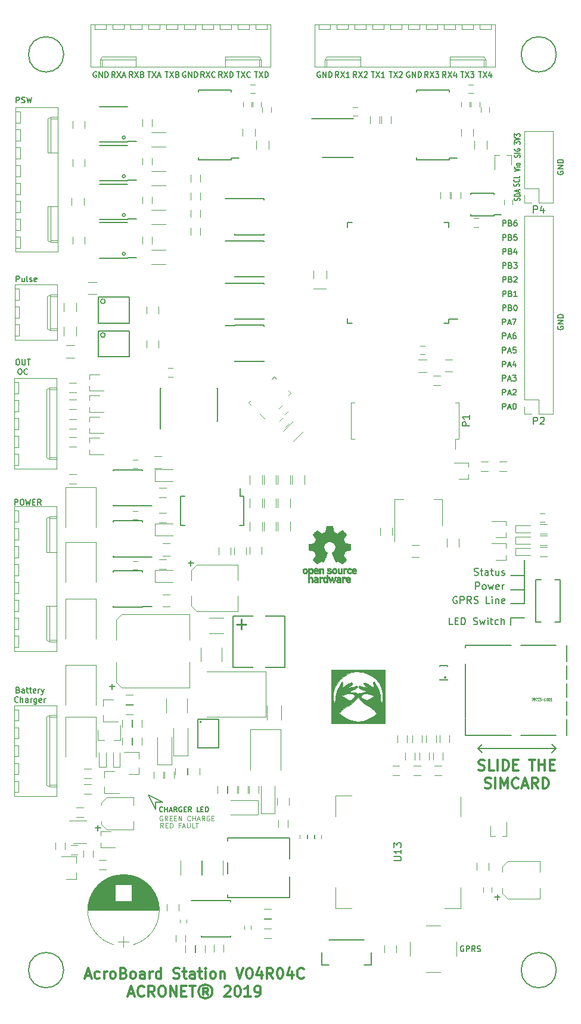
<source format=gbr>
%TF.GenerationSoftware,KiCad,Pcbnew,(5.1.0)-1*%
%TF.CreationDate,2019-03-20T15:23:46+01:00*%
%TF.ProjectId,AcroBoard_Station_GPRS_V04R04_XTAL,4163726f-426f-4617-9264-5f5374617469,rev?*%
%TF.SameCoordinates,Original*%
%TF.FileFunction,Legend,Top*%
%TF.FilePolarity,Positive*%
%FSLAX46Y46*%
G04 Gerber Fmt 4.6, Leading zero omitted, Abs format (unit mm)*
G04 Created by KiCad (PCBNEW (5.1.0)-1) date 2019-03-20 15:23:46*
%MOMM*%
%LPD*%
G04 APERTURE LIST*
%ADD10C,0.175000*%
%ADD11C,0.200000*%
%ADD12C,0.300000*%
%ADD13C,0.150000*%
%ADD14C,0.100000*%
%ADD15C,0.120000*%
%ADD16C,0.010000*%
%ADD17C,0.250000*%
%ADD18C,0.149860*%
%ADD19C,0.002540*%
%ADD20C,0.075000*%
%ADD21R,1.550000X0.600000*%
%ADD22O,0.600000X1.600000*%
%ADD23O,1.600000X0.600000*%
%ADD24R,0.600000X0.500000*%
%ADD25R,1.800000X1.000000*%
%ADD26R,0.889000X0.420000*%
%ADD27C,0.600000*%
%ADD28R,1.651000X2.845000*%
%ADD29R,1.000000X1.600000*%
%ADD30R,0.600000X2.200000*%
%ADD31R,3.450000X2.150000*%
%ADD32R,1.250000X1.000000*%
%ADD33R,0.500000X0.600000*%
%ADD34R,0.700000X0.450000*%
%ADD35R,0.500000X0.900000*%
%ADD36R,0.900000X0.500000*%
%ADD37R,1.060000X0.650000*%
%ADD38R,2.600000X1.600000*%
%ADD39R,0.900000X0.800000*%
%ADD40R,1.000000X1.250000*%
%ADD41R,1.300000X0.700000*%
%ADD42R,2.200000X2.000000*%
%ADD43R,2.500000X2.550000*%
%ADD44R,2.500000X1.000000*%
%ADD45R,2.000000X2.000000*%
%ADD46C,2.000000*%
%ADD47R,1.200000X0.900000*%
%ADD48R,1.750000X0.650000*%
%ADD49R,1.600000X1.000000*%
%ADD50C,1.000000*%
%ADD51C,0.050000*%
%ADD52R,2.600000X2.000000*%
%ADD53O,2.600000X2.000000*%
%ADD54R,0.700000X1.300000*%
%ADD55R,0.800000X0.800000*%
%ADD56R,3.500000X1.600000*%
%ADD57R,1.700000X2.000000*%
%ADD58R,4.000000X2.500000*%
%ADD59R,1.800860X0.500380*%
%ADD60R,2.300000X2.500000*%
%ADD61R,0.400000X1.200000*%
%ADD62R,0.800000X0.750000*%
%ADD63R,0.750000X0.800000*%
%ADD64C,0.750000*%
%ADD65C,0.550000*%
%ADD66R,1.500000X0.450000*%
%ADD67R,0.450000X0.700000*%
%ADD68C,2.200000*%
%ADD69R,0.800000X0.900000*%
%ADD70R,1.100000X0.400000*%
%ADD71R,0.400000X1.100000*%
%ADD72R,2.500000X3.300000*%
%ADD73R,0.900000X1.700000*%
%ADD74R,0.900000X1.200000*%
%ADD75R,3.000000X1.600000*%
%ADD76C,2.540000*%
%ADD77C,4.200400*%
%ADD78R,1.350000X1.350000*%
%ADD79O,1.350000X1.350000*%
%ADD80R,1.399540X1.998980*%
%ADD81R,0.650240X1.651000*%
%ADD82R,0.600000X0.400000*%
%ADD83R,1.600000X2.000000*%
%ADD84R,0.600000X0.450000*%
%ADD85R,0.540000X0.450000*%
%ADD86R,1.200000X0.890000*%
%ADD87R,1.200000X0.520000*%
%ADD88R,0.940000X2.100000*%
%ADD89C,0.940000*%
%ADD90R,1.500000X0.550000*%
%ADD91R,0.550000X1.500000*%
%ADD92R,1.000000X3.000000*%
%ADD93R,2.000000X2.600000*%
%ADD94O,2.000000X2.600000*%
%ADD95R,1.050000X0.400000*%
%ADD96C,1.500000*%
G04 APERTURE END LIST*
D10*
X71556666Y-132450000D02*
X71523333Y-132483333D01*
X71423333Y-132516666D01*
X71356666Y-132516666D01*
X71256666Y-132483333D01*
X71190000Y-132416666D01*
X71156666Y-132350000D01*
X71123333Y-132216666D01*
X71123333Y-132116666D01*
X71156666Y-131983333D01*
X71190000Y-131916666D01*
X71256666Y-131850000D01*
X71356666Y-131816666D01*
X71423333Y-131816666D01*
X71523333Y-131850000D01*
X71556666Y-131883333D01*
X71856666Y-132516666D02*
X71856666Y-131816666D01*
X71856666Y-132150000D02*
X72256666Y-132150000D01*
X72256666Y-132516666D02*
X72256666Y-131816666D01*
X72556666Y-132316666D02*
X72890000Y-132316666D01*
X72490000Y-132516666D02*
X72723333Y-131816666D01*
X72956666Y-132516666D01*
X73590000Y-132516666D02*
X73356666Y-132183333D01*
X73190000Y-132516666D02*
X73190000Y-131816666D01*
X73456666Y-131816666D01*
X73523333Y-131850000D01*
X73556666Y-131883333D01*
X73590000Y-131950000D01*
X73590000Y-132050000D01*
X73556666Y-132116666D01*
X73523333Y-132150000D01*
X73456666Y-132183333D01*
X73190000Y-132183333D01*
X74256666Y-131850000D02*
X74190000Y-131816666D01*
X74090000Y-131816666D01*
X73990000Y-131850000D01*
X73923333Y-131916666D01*
X73890000Y-131983333D01*
X73856666Y-132116666D01*
X73856666Y-132216666D01*
X73890000Y-132350000D01*
X73923333Y-132416666D01*
X73990000Y-132483333D01*
X74090000Y-132516666D01*
X74156666Y-132516666D01*
X74256666Y-132483333D01*
X74290000Y-132450000D01*
X74290000Y-132216666D01*
X74156666Y-132216666D01*
X74590000Y-132150000D02*
X74823333Y-132150000D01*
X74923333Y-132516666D02*
X74590000Y-132516666D01*
X74590000Y-131816666D01*
X74923333Y-131816666D01*
X75623333Y-132516666D02*
X75390000Y-132183333D01*
X75223333Y-132516666D02*
X75223333Y-131816666D01*
X75490000Y-131816666D01*
X75556666Y-131850000D01*
X75590000Y-131883333D01*
X75623333Y-131950000D01*
X75623333Y-132050000D01*
X75590000Y-132116666D01*
X75556666Y-132150000D01*
X75490000Y-132183333D01*
X75223333Y-132183333D01*
X76790000Y-132516666D02*
X76456666Y-132516666D01*
X76456666Y-131816666D01*
X77023333Y-132150000D02*
X77256666Y-132150000D01*
X77356666Y-132516666D02*
X77023333Y-132516666D01*
X77023333Y-131816666D01*
X77356666Y-131816666D01*
X77656666Y-132516666D02*
X77656666Y-131816666D01*
X77823333Y-131816666D01*
X77923333Y-131850000D01*
X77990000Y-131916666D01*
X78023333Y-131983333D01*
X78056666Y-132116666D01*
X78056666Y-132216666D01*
X78023333Y-132350000D01*
X77990000Y-132416666D01*
X77923333Y-132483333D01*
X77823333Y-132516666D01*
X77656666Y-132516666D01*
D11*
X70560000Y-131180000D02*
X71560000Y-131180000D01*
X70560000Y-131180000D02*
X70560000Y-132180000D01*
X69560000Y-130180000D02*
X71560000Y-131180000D01*
X69560000Y-130180000D02*
X70560000Y-132180000D01*
X116340000Y-123540000D02*
X116940000Y-122940000D01*
X116340000Y-123540000D02*
X116940000Y-124140000D01*
X127440000Y-123540000D02*
X126840000Y-122940000D01*
X127440000Y-123540000D02*
X126840000Y-124140000D01*
X116340000Y-123540000D02*
X127440000Y-123540000D01*
D12*
X116451428Y-126562142D02*
X116665714Y-126633571D01*
X117022857Y-126633571D01*
X117165714Y-126562142D01*
X117237142Y-126490714D01*
X117308571Y-126347857D01*
X117308571Y-126205000D01*
X117237142Y-126062142D01*
X117165714Y-125990714D01*
X117022857Y-125919285D01*
X116737142Y-125847857D01*
X116594285Y-125776428D01*
X116522857Y-125705000D01*
X116451428Y-125562142D01*
X116451428Y-125419285D01*
X116522857Y-125276428D01*
X116594285Y-125205000D01*
X116737142Y-125133571D01*
X117094285Y-125133571D01*
X117308571Y-125205000D01*
X118665714Y-126633571D02*
X117951428Y-126633571D01*
X117951428Y-125133571D01*
X119165714Y-126633571D02*
X119165714Y-125133571D01*
X119880000Y-126633571D02*
X119880000Y-125133571D01*
X120237142Y-125133571D01*
X120451428Y-125205000D01*
X120594285Y-125347857D01*
X120665714Y-125490714D01*
X120737142Y-125776428D01*
X120737142Y-125990714D01*
X120665714Y-126276428D01*
X120594285Y-126419285D01*
X120451428Y-126562142D01*
X120237142Y-126633571D01*
X119880000Y-126633571D01*
X121380000Y-125847857D02*
X121880000Y-125847857D01*
X122094285Y-126633571D02*
X121380000Y-126633571D01*
X121380000Y-125133571D01*
X122094285Y-125133571D01*
X123665714Y-125133571D02*
X124522857Y-125133571D01*
X124094285Y-126633571D02*
X124094285Y-125133571D01*
X125022857Y-126633571D02*
X125022857Y-125133571D01*
X125022857Y-125847857D02*
X125880000Y-125847857D01*
X125880000Y-126633571D02*
X125880000Y-125133571D01*
X126594285Y-125847857D02*
X127094285Y-125847857D01*
X127308571Y-126633571D02*
X126594285Y-126633571D01*
X126594285Y-125133571D01*
X127308571Y-125133571D01*
X117344285Y-129112142D02*
X117558571Y-129183571D01*
X117915714Y-129183571D01*
X118058571Y-129112142D01*
X118130000Y-129040714D01*
X118201428Y-128897857D01*
X118201428Y-128755000D01*
X118130000Y-128612142D01*
X118058571Y-128540714D01*
X117915714Y-128469285D01*
X117630000Y-128397857D01*
X117487142Y-128326428D01*
X117415714Y-128255000D01*
X117344285Y-128112142D01*
X117344285Y-127969285D01*
X117415714Y-127826428D01*
X117487142Y-127755000D01*
X117630000Y-127683571D01*
X117987142Y-127683571D01*
X118201428Y-127755000D01*
X118844285Y-129183571D02*
X118844285Y-127683571D01*
X119558571Y-129183571D02*
X119558571Y-127683571D01*
X120058571Y-128755000D01*
X120558571Y-127683571D01*
X120558571Y-129183571D01*
X122130000Y-129040714D02*
X122058571Y-129112142D01*
X121844285Y-129183571D01*
X121701428Y-129183571D01*
X121487142Y-129112142D01*
X121344285Y-128969285D01*
X121272857Y-128826428D01*
X121201428Y-128540714D01*
X121201428Y-128326428D01*
X121272857Y-128040714D01*
X121344285Y-127897857D01*
X121487142Y-127755000D01*
X121701428Y-127683571D01*
X121844285Y-127683571D01*
X122058571Y-127755000D01*
X122130000Y-127826428D01*
X122701428Y-128755000D02*
X123415714Y-128755000D01*
X122558571Y-129183571D02*
X123058571Y-127683571D01*
X123558571Y-129183571D01*
X124915714Y-129183571D02*
X124415714Y-128469285D01*
X124058571Y-129183571D02*
X124058571Y-127683571D01*
X124630000Y-127683571D01*
X124772857Y-127755000D01*
X124844285Y-127826428D01*
X124915714Y-127969285D01*
X124915714Y-128183571D01*
X124844285Y-128326428D01*
X124772857Y-128397857D01*
X124630000Y-128469285D01*
X124058571Y-128469285D01*
X125558571Y-129183571D02*
X125558571Y-127683571D01*
X125915714Y-127683571D01*
X126130000Y-127755000D01*
X126272857Y-127897857D01*
X126344285Y-128040714D01*
X126415714Y-128326428D01*
X126415714Y-128540714D01*
X126344285Y-128826428D01*
X126272857Y-128969285D01*
X126130000Y-129112142D01*
X125915714Y-129183571D01*
X125558571Y-129183571D01*
D13*
X51042857Y-115217857D02*
X51157142Y-115255952D01*
X51195238Y-115294047D01*
X51233333Y-115370238D01*
X51233333Y-115484523D01*
X51195238Y-115560714D01*
X51157142Y-115598809D01*
X51080952Y-115636904D01*
X50776190Y-115636904D01*
X50776190Y-114836904D01*
X51042857Y-114836904D01*
X51119047Y-114875000D01*
X51157142Y-114913095D01*
X51195238Y-114989285D01*
X51195238Y-115065476D01*
X51157142Y-115141666D01*
X51119047Y-115179761D01*
X51042857Y-115217857D01*
X50776190Y-115217857D01*
X51919047Y-115636904D02*
X51919047Y-115217857D01*
X51880952Y-115141666D01*
X51804761Y-115103571D01*
X51652380Y-115103571D01*
X51576190Y-115141666D01*
X51919047Y-115598809D02*
X51842857Y-115636904D01*
X51652380Y-115636904D01*
X51576190Y-115598809D01*
X51538095Y-115522619D01*
X51538095Y-115446428D01*
X51576190Y-115370238D01*
X51652380Y-115332142D01*
X51842857Y-115332142D01*
X51919047Y-115294047D01*
X52185714Y-115103571D02*
X52490476Y-115103571D01*
X52300000Y-114836904D02*
X52300000Y-115522619D01*
X52338095Y-115598809D01*
X52414285Y-115636904D01*
X52490476Y-115636904D01*
X52642857Y-115103571D02*
X52947619Y-115103571D01*
X52757142Y-114836904D02*
X52757142Y-115522619D01*
X52795238Y-115598809D01*
X52871428Y-115636904D01*
X52947619Y-115636904D01*
X53519047Y-115598809D02*
X53442857Y-115636904D01*
X53290476Y-115636904D01*
X53214285Y-115598809D01*
X53176190Y-115522619D01*
X53176190Y-115217857D01*
X53214285Y-115141666D01*
X53290476Y-115103571D01*
X53442857Y-115103571D01*
X53519047Y-115141666D01*
X53557142Y-115217857D01*
X53557142Y-115294047D01*
X53176190Y-115370238D01*
X53900000Y-115636904D02*
X53900000Y-115103571D01*
X53900000Y-115255952D02*
X53938095Y-115179761D01*
X53976190Y-115141666D01*
X54052380Y-115103571D01*
X54128571Y-115103571D01*
X54319047Y-115103571D02*
X54509523Y-115636904D01*
X54700000Y-115103571D02*
X54509523Y-115636904D01*
X54433333Y-115827380D01*
X54395238Y-115865476D01*
X54319047Y-115903571D01*
X51023809Y-116910714D02*
X50985714Y-116948809D01*
X50871428Y-116986904D01*
X50795238Y-116986904D01*
X50680952Y-116948809D01*
X50604761Y-116872619D01*
X50566666Y-116796428D01*
X50528571Y-116644047D01*
X50528571Y-116529761D01*
X50566666Y-116377380D01*
X50604761Y-116301190D01*
X50680952Y-116225000D01*
X50795238Y-116186904D01*
X50871428Y-116186904D01*
X50985714Y-116225000D01*
X51023809Y-116263095D01*
X51366666Y-116986904D02*
X51366666Y-116186904D01*
X51709523Y-116986904D02*
X51709523Y-116567857D01*
X51671428Y-116491666D01*
X51595238Y-116453571D01*
X51480952Y-116453571D01*
X51404761Y-116491666D01*
X51366666Y-116529761D01*
X52433333Y-116986904D02*
X52433333Y-116567857D01*
X52395238Y-116491666D01*
X52319047Y-116453571D01*
X52166666Y-116453571D01*
X52090476Y-116491666D01*
X52433333Y-116948809D02*
X52357142Y-116986904D01*
X52166666Y-116986904D01*
X52090476Y-116948809D01*
X52052380Y-116872619D01*
X52052380Y-116796428D01*
X52090476Y-116720238D01*
X52166666Y-116682142D01*
X52357142Y-116682142D01*
X52433333Y-116644047D01*
X52814285Y-116986904D02*
X52814285Y-116453571D01*
X52814285Y-116605952D02*
X52852380Y-116529761D01*
X52890476Y-116491666D01*
X52966666Y-116453571D01*
X53042857Y-116453571D01*
X53652380Y-116453571D02*
X53652380Y-117101190D01*
X53614285Y-117177380D01*
X53576190Y-117215476D01*
X53500000Y-117253571D01*
X53385714Y-117253571D01*
X53309523Y-117215476D01*
X53652380Y-116948809D02*
X53576190Y-116986904D01*
X53423809Y-116986904D01*
X53347619Y-116948809D01*
X53309523Y-116910714D01*
X53271428Y-116834523D01*
X53271428Y-116605952D01*
X53309523Y-116529761D01*
X53347619Y-116491666D01*
X53423809Y-116453571D01*
X53576190Y-116453571D01*
X53652380Y-116491666D01*
X54338095Y-116948809D02*
X54261904Y-116986904D01*
X54109523Y-116986904D01*
X54033333Y-116948809D01*
X53995238Y-116872619D01*
X53995238Y-116567857D01*
X54033333Y-116491666D01*
X54109523Y-116453571D01*
X54261904Y-116453571D01*
X54338095Y-116491666D01*
X54376190Y-116567857D01*
X54376190Y-116644047D01*
X53995238Y-116720238D01*
X54719047Y-116986904D02*
X54719047Y-116453571D01*
X54719047Y-116605952D02*
X54757142Y-116529761D01*
X54795238Y-116491666D01*
X54871428Y-116453571D01*
X54947619Y-116453571D01*
D11*
X112771428Y-105952380D02*
X112295238Y-105952380D01*
X112295238Y-104952380D01*
X113104761Y-105428571D02*
X113438095Y-105428571D01*
X113580952Y-105952380D02*
X113104761Y-105952380D01*
X113104761Y-104952380D01*
X113580952Y-104952380D01*
X114009523Y-105952380D02*
X114009523Y-104952380D01*
X114247619Y-104952380D01*
X114390476Y-105000000D01*
X114485714Y-105095238D01*
X114533333Y-105190476D01*
X114580952Y-105380952D01*
X114580952Y-105523809D01*
X114533333Y-105714285D01*
X114485714Y-105809523D01*
X114390476Y-105904761D01*
X114247619Y-105952380D01*
X114009523Y-105952380D01*
X115723809Y-105904761D02*
X115866666Y-105952380D01*
X116104761Y-105952380D01*
X116200000Y-105904761D01*
X116247619Y-105857142D01*
X116295238Y-105761904D01*
X116295238Y-105666666D01*
X116247619Y-105571428D01*
X116200000Y-105523809D01*
X116104761Y-105476190D01*
X115914285Y-105428571D01*
X115819047Y-105380952D01*
X115771428Y-105333333D01*
X115723809Y-105238095D01*
X115723809Y-105142857D01*
X115771428Y-105047619D01*
X115819047Y-105000000D01*
X115914285Y-104952380D01*
X116152380Y-104952380D01*
X116295238Y-105000000D01*
X116628571Y-105285714D02*
X116819047Y-105952380D01*
X117009523Y-105476190D01*
X117200000Y-105952380D01*
X117390476Y-105285714D01*
X117771428Y-105952380D02*
X117771428Y-105285714D01*
X117771428Y-104952380D02*
X117723809Y-105000000D01*
X117771428Y-105047619D01*
X117819047Y-105000000D01*
X117771428Y-104952380D01*
X117771428Y-105047619D01*
X118104761Y-105285714D02*
X118485714Y-105285714D01*
X118247619Y-104952380D02*
X118247619Y-105809523D01*
X118295238Y-105904761D01*
X118390476Y-105952380D01*
X118485714Y-105952380D01*
X119247619Y-105904761D02*
X119152380Y-105952380D01*
X118961904Y-105952380D01*
X118866666Y-105904761D01*
X118819047Y-105857142D01*
X118771428Y-105761904D01*
X118771428Y-105476190D01*
X118819047Y-105380952D01*
X118866666Y-105333333D01*
X118961904Y-105285714D01*
X119152380Y-105285714D01*
X119247619Y-105333333D01*
X119676190Y-105952380D02*
X119676190Y-104952380D01*
X120104761Y-105952380D02*
X120104761Y-105428571D01*
X120057142Y-105333333D01*
X119961904Y-105285714D01*
X119819047Y-105285714D01*
X119723809Y-105333333D01*
X119676190Y-105380952D01*
X121000000Y-105000000D02*
X121000000Y-106000000D01*
X123000000Y-105000000D02*
X121000000Y-105000000D01*
X113380952Y-102000000D02*
X113285714Y-101952380D01*
X113142857Y-101952380D01*
X113000000Y-102000000D01*
X112904761Y-102095238D01*
X112857142Y-102190476D01*
X112809523Y-102380952D01*
X112809523Y-102523809D01*
X112857142Y-102714285D01*
X112904761Y-102809523D01*
X113000000Y-102904761D01*
X113142857Y-102952380D01*
X113238095Y-102952380D01*
X113380952Y-102904761D01*
X113428571Y-102857142D01*
X113428571Y-102523809D01*
X113238095Y-102523809D01*
X113857142Y-102952380D02*
X113857142Y-101952380D01*
X114238095Y-101952380D01*
X114333333Y-102000000D01*
X114380952Y-102047619D01*
X114428571Y-102142857D01*
X114428571Y-102285714D01*
X114380952Y-102380952D01*
X114333333Y-102428571D01*
X114238095Y-102476190D01*
X113857142Y-102476190D01*
X115428571Y-102952380D02*
X115095238Y-102476190D01*
X114857142Y-102952380D02*
X114857142Y-101952380D01*
X115238095Y-101952380D01*
X115333333Y-102000000D01*
X115380952Y-102047619D01*
X115428571Y-102142857D01*
X115428571Y-102285714D01*
X115380952Y-102380952D01*
X115333333Y-102428571D01*
X115238095Y-102476190D01*
X114857142Y-102476190D01*
X115809523Y-102904761D02*
X115952380Y-102952380D01*
X116190476Y-102952380D01*
X116285714Y-102904761D01*
X116333333Y-102857142D01*
X116380952Y-102761904D01*
X116380952Y-102666666D01*
X116333333Y-102571428D01*
X116285714Y-102523809D01*
X116190476Y-102476190D01*
X116000000Y-102428571D01*
X115904761Y-102380952D01*
X115857142Y-102333333D01*
X115809523Y-102238095D01*
X115809523Y-102142857D01*
X115857142Y-102047619D01*
X115904761Y-102000000D01*
X116000000Y-101952380D01*
X116238095Y-101952380D01*
X116380952Y-102000000D01*
X118047619Y-102952380D02*
X117571428Y-102952380D01*
X117571428Y-101952380D01*
X118380952Y-102952380D02*
X118380952Y-102285714D01*
X118380952Y-101952380D02*
X118333333Y-102000000D01*
X118380952Y-102047619D01*
X118428571Y-102000000D01*
X118380952Y-101952380D01*
X118380952Y-102047619D01*
X118857142Y-102285714D02*
X118857142Y-102952380D01*
X118857142Y-102380952D02*
X118904761Y-102333333D01*
X119000000Y-102285714D01*
X119142857Y-102285714D01*
X119238095Y-102333333D01*
X119285714Y-102428571D01*
X119285714Y-102952380D01*
X120142857Y-102904761D02*
X120047619Y-102952380D01*
X119857142Y-102952380D01*
X119761904Y-102904761D01*
X119714285Y-102809523D01*
X119714285Y-102428571D01*
X119761904Y-102333333D01*
X119857142Y-102285714D01*
X120047619Y-102285714D01*
X120142857Y-102333333D01*
X120190476Y-102428571D01*
X120190476Y-102523809D01*
X119714285Y-102619047D01*
X116023809Y-100952380D02*
X116023809Y-99952380D01*
X116404761Y-99952380D01*
X116500000Y-100000000D01*
X116547619Y-100047619D01*
X116595238Y-100142857D01*
X116595238Y-100285714D01*
X116547619Y-100380952D01*
X116500000Y-100428571D01*
X116404761Y-100476190D01*
X116023809Y-100476190D01*
X117166666Y-100952380D02*
X117071428Y-100904761D01*
X117023809Y-100857142D01*
X116976190Y-100761904D01*
X116976190Y-100476190D01*
X117023809Y-100380952D01*
X117071428Y-100333333D01*
X117166666Y-100285714D01*
X117309523Y-100285714D01*
X117404761Y-100333333D01*
X117452380Y-100380952D01*
X117500000Y-100476190D01*
X117500000Y-100761904D01*
X117452380Y-100857142D01*
X117404761Y-100904761D01*
X117309523Y-100952380D01*
X117166666Y-100952380D01*
X117833333Y-100285714D02*
X118023809Y-100952380D01*
X118214285Y-100476190D01*
X118404761Y-100952380D01*
X118595238Y-100285714D01*
X119357142Y-100904761D02*
X119261904Y-100952380D01*
X119071428Y-100952380D01*
X118976190Y-100904761D01*
X118928571Y-100809523D01*
X118928571Y-100428571D01*
X118976190Y-100333333D01*
X119071428Y-100285714D01*
X119261904Y-100285714D01*
X119357142Y-100333333D01*
X119404761Y-100428571D01*
X119404761Y-100523809D01*
X118928571Y-100619047D01*
X119833333Y-100952380D02*
X119833333Y-100285714D01*
X119833333Y-100476190D02*
X119880952Y-100380952D01*
X119928571Y-100333333D01*
X120023809Y-100285714D01*
X120119047Y-100285714D01*
X115833333Y-98904761D02*
X115976190Y-98952380D01*
X116214285Y-98952380D01*
X116309523Y-98904761D01*
X116357142Y-98857142D01*
X116404761Y-98761904D01*
X116404761Y-98666666D01*
X116357142Y-98571428D01*
X116309523Y-98523809D01*
X116214285Y-98476190D01*
X116023809Y-98428571D01*
X115928571Y-98380952D01*
X115880952Y-98333333D01*
X115833333Y-98238095D01*
X115833333Y-98142857D01*
X115880952Y-98047619D01*
X115928571Y-98000000D01*
X116023809Y-97952380D01*
X116261904Y-97952380D01*
X116404761Y-98000000D01*
X116690476Y-98285714D02*
X117071428Y-98285714D01*
X116833333Y-97952380D02*
X116833333Y-98809523D01*
X116880952Y-98904761D01*
X116976190Y-98952380D01*
X117071428Y-98952380D01*
X117833333Y-98952380D02*
X117833333Y-98428571D01*
X117785714Y-98333333D01*
X117690476Y-98285714D01*
X117500000Y-98285714D01*
X117404761Y-98333333D01*
X117833333Y-98904761D02*
X117738095Y-98952380D01*
X117500000Y-98952380D01*
X117404761Y-98904761D01*
X117357142Y-98809523D01*
X117357142Y-98714285D01*
X117404761Y-98619047D01*
X117500000Y-98571428D01*
X117738095Y-98571428D01*
X117833333Y-98523809D01*
X118166666Y-98285714D02*
X118547619Y-98285714D01*
X118309523Y-97952380D02*
X118309523Y-98809523D01*
X118357142Y-98904761D01*
X118452380Y-98952380D01*
X118547619Y-98952380D01*
X119309523Y-98285714D02*
X119309523Y-98952380D01*
X118880952Y-98285714D02*
X118880952Y-98809523D01*
X118928571Y-98904761D01*
X119023809Y-98952380D01*
X119166666Y-98952380D01*
X119261904Y-98904761D01*
X119309523Y-98857142D01*
X119738095Y-98904761D02*
X119833333Y-98952380D01*
X120023809Y-98952380D01*
X120119047Y-98904761D01*
X120166666Y-98809523D01*
X120166666Y-98761904D01*
X120119047Y-98666666D01*
X120023809Y-98619047D01*
X119880952Y-98619047D01*
X119785714Y-98571428D01*
X119738095Y-98476190D01*
X119738095Y-98428571D01*
X119785714Y-98333333D01*
X119880952Y-98285714D01*
X120023809Y-98285714D01*
X120119047Y-98333333D01*
X123000000Y-103000000D02*
X121000000Y-103000000D01*
X123000000Y-101450000D02*
X123000000Y-103000000D01*
X123000000Y-99000000D02*
X121000000Y-99000000D01*
X123000000Y-101000000D02*
X121000000Y-101000000D01*
X123000000Y-96750000D02*
X123000000Y-101450000D01*
D12*
X60600000Y-155775000D02*
X61314285Y-155775000D01*
X60457142Y-156203571D02*
X60957142Y-154703571D01*
X61457142Y-156203571D01*
X62600000Y-156132142D02*
X62457142Y-156203571D01*
X62171428Y-156203571D01*
X62028571Y-156132142D01*
X61957142Y-156060714D01*
X61885714Y-155917857D01*
X61885714Y-155489285D01*
X61957142Y-155346428D01*
X62028571Y-155275000D01*
X62171428Y-155203571D01*
X62457142Y-155203571D01*
X62600000Y-155275000D01*
X63242857Y-156203571D02*
X63242857Y-155203571D01*
X63242857Y-155489285D02*
X63314285Y-155346428D01*
X63385714Y-155275000D01*
X63528571Y-155203571D01*
X63671428Y-155203571D01*
X64385714Y-156203571D02*
X64242857Y-156132142D01*
X64171428Y-156060714D01*
X64100000Y-155917857D01*
X64100000Y-155489285D01*
X64171428Y-155346428D01*
X64242857Y-155275000D01*
X64385714Y-155203571D01*
X64600000Y-155203571D01*
X64742857Y-155275000D01*
X64814285Y-155346428D01*
X64885714Y-155489285D01*
X64885714Y-155917857D01*
X64814285Y-156060714D01*
X64742857Y-156132142D01*
X64600000Y-156203571D01*
X64385714Y-156203571D01*
X66028571Y-155417857D02*
X66242857Y-155489285D01*
X66314285Y-155560714D01*
X66385714Y-155703571D01*
X66385714Y-155917857D01*
X66314285Y-156060714D01*
X66242857Y-156132142D01*
X66100000Y-156203571D01*
X65528571Y-156203571D01*
X65528571Y-154703571D01*
X66028571Y-154703571D01*
X66171428Y-154775000D01*
X66242857Y-154846428D01*
X66314285Y-154989285D01*
X66314285Y-155132142D01*
X66242857Y-155275000D01*
X66171428Y-155346428D01*
X66028571Y-155417857D01*
X65528571Y-155417857D01*
X67242857Y-156203571D02*
X67100000Y-156132142D01*
X67028571Y-156060714D01*
X66957142Y-155917857D01*
X66957142Y-155489285D01*
X67028571Y-155346428D01*
X67100000Y-155275000D01*
X67242857Y-155203571D01*
X67457142Y-155203571D01*
X67600000Y-155275000D01*
X67671428Y-155346428D01*
X67742857Y-155489285D01*
X67742857Y-155917857D01*
X67671428Y-156060714D01*
X67600000Y-156132142D01*
X67457142Y-156203571D01*
X67242857Y-156203571D01*
X69028571Y-156203571D02*
X69028571Y-155417857D01*
X68957142Y-155275000D01*
X68814285Y-155203571D01*
X68528571Y-155203571D01*
X68385714Y-155275000D01*
X69028571Y-156132142D02*
X68885714Y-156203571D01*
X68528571Y-156203571D01*
X68385714Y-156132142D01*
X68314285Y-155989285D01*
X68314285Y-155846428D01*
X68385714Y-155703571D01*
X68528571Y-155632142D01*
X68885714Y-155632142D01*
X69028571Y-155560714D01*
X69742857Y-156203571D02*
X69742857Y-155203571D01*
X69742857Y-155489285D02*
X69814285Y-155346428D01*
X69885714Y-155275000D01*
X70028571Y-155203571D01*
X70171428Y-155203571D01*
X71314285Y-156203571D02*
X71314285Y-154703571D01*
X71314285Y-156132142D02*
X71171428Y-156203571D01*
X70885714Y-156203571D01*
X70742857Y-156132142D01*
X70671428Y-156060714D01*
X70600000Y-155917857D01*
X70600000Y-155489285D01*
X70671428Y-155346428D01*
X70742857Y-155275000D01*
X70885714Y-155203571D01*
X71171428Y-155203571D01*
X71314285Y-155275000D01*
X73100000Y-156132142D02*
X73314285Y-156203571D01*
X73671428Y-156203571D01*
X73814285Y-156132142D01*
X73885714Y-156060714D01*
X73957142Y-155917857D01*
X73957142Y-155775000D01*
X73885714Y-155632142D01*
X73814285Y-155560714D01*
X73671428Y-155489285D01*
X73385714Y-155417857D01*
X73242857Y-155346428D01*
X73171428Y-155275000D01*
X73100000Y-155132142D01*
X73100000Y-154989285D01*
X73171428Y-154846428D01*
X73242857Y-154775000D01*
X73385714Y-154703571D01*
X73742857Y-154703571D01*
X73957142Y-154775000D01*
X74385714Y-155203571D02*
X74957142Y-155203571D01*
X74600000Y-154703571D02*
X74600000Y-155989285D01*
X74671428Y-156132142D01*
X74814285Y-156203571D01*
X74957142Y-156203571D01*
X76100000Y-156203571D02*
X76100000Y-155417857D01*
X76028571Y-155275000D01*
X75885714Y-155203571D01*
X75600000Y-155203571D01*
X75457142Y-155275000D01*
X76100000Y-156132142D02*
X75957142Y-156203571D01*
X75600000Y-156203571D01*
X75457142Y-156132142D01*
X75385714Y-155989285D01*
X75385714Y-155846428D01*
X75457142Y-155703571D01*
X75600000Y-155632142D01*
X75957142Y-155632142D01*
X76100000Y-155560714D01*
X76600000Y-155203571D02*
X77171428Y-155203571D01*
X76814285Y-154703571D02*
X76814285Y-155989285D01*
X76885714Y-156132142D01*
X77028571Y-156203571D01*
X77171428Y-156203571D01*
X77671428Y-156203571D02*
X77671428Y-155203571D01*
X77671428Y-154703571D02*
X77600000Y-154775000D01*
X77671428Y-154846428D01*
X77742857Y-154775000D01*
X77671428Y-154703571D01*
X77671428Y-154846428D01*
X78600000Y-156203571D02*
X78457142Y-156132142D01*
X78385714Y-156060714D01*
X78314285Y-155917857D01*
X78314285Y-155489285D01*
X78385714Y-155346428D01*
X78457142Y-155275000D01*
X78600000Y-155203571D01*
X78814285Y-155203571D01*
X78957142Y-155275000D01*
X79028571Y-155346428D01*
X79100000Y-155489285D01*
X79100000Y-155917857D01*
X79028571Y-156060714D01*
X78957142Y-156132142D01*
X78814285Y-156203571D01*
X78600000Y-156203571D01*
X79742857Y-155203571D02*
X79742857Y-156203571D01*
X79742857Y-155346428D02*
X79814285Y-155275000D01*
X79957142Y-155203571D01*
X80171428Y-155203571D01*
X80314285Y-155275000D01*
X80385714Y-155417857D01*
X80385714Y-156203571D01*
X82028571Y-154703571D02*
X82528571Y-156203571D01*
X83028571Y-154703571D01*
X83814285Y-154703571D02*
X83957142Y-154703571D01*
X84100000Y-154775000D01*
X84171428Y-154846428D01*
X84242857Y-154989285D01*
X84314285Y-155275000D01*
X84314285Y-155632142D01*
X84242857Y-155917857D01*
X84171428Y-156060714D01*
X84100000Y-156132142D01*
X83957142Y-156203571D01*
X83814285Y-156203571D01*
X83671428Y-156132142D01*
X83600000Y-156060714D01*
X83528571Y-155917857D01*
X83457142Y-155632142D01*
X83457142Y-155275000D01*
X83528571Y-154989285D01*
X83600000Y-154846428D01*
X83671428Y-154775000D01*
X83814285Y-154703571D01*
X85600000Y-155203571D02*
X85600000Y-156203571D01*
X85242857Y-154632142D02*
X84885714Y-155703571D01*
X85814285Y-155703571D01*
X87242857Y-156203571D02*
X86742857Y-155489285D01*
X86385714Y-156203571D02*
X86385714Y-154703571D01*
X86957142Y-154703571D01*
X87100000Y-154775000D01*
X87171428Y-154846428D01*
X87242857Y-154989285D01*
X87242857Y-155203571D01*
X87171428Y-155346428D01*
X87100000Y-155417857D01*
X86957142Y-155489285D01*
X86385714Y-155489285D01*
X88171428Y-154703571D02*
X88314285Y-154703571D01*
X88457142Y-154775000D01*
X88528571Y-154846428D01*
X88600000Y-154989285D01*
X88671428Y-155275000D01*
X88671428Y-155632142D01*
X88600000Y-155917857D01*
X88528571Y-156060714D01*
X88457142Y-156132142D01*
X88314285Y-156203571D01*
X88171428Y-156203571D01*
X88028571Y-156132142D01*
X87957142Y-156060714D01*
X87885714Y-155917857D01*
X87814285Y-155632142D01*
X87814285Y-155275000D01*
X87885714Y-154989285D01*
X87957142Y-154846428D01*
X88028571Y-154775000D01*
X88171428Y-154703571D01*
X89957142Y-155203571D02*
X89957142Y-156203571D01*
X89600000Y-154632142D02*
X89242857Y-155703571D01*
X90171428Y-155703571D01*
X91600000Y-156060714D02*
X91528571Y-156132142D01*
X91314285Y-156203571D01*
X91171428Y-156203571D01*
X90957142Y-156132142D01*
X90814285Y-155989285D01*
X90742857Y-155846428D01*
X90671428Y-155560714D01*
X90671428Y-155346428D01*
X90742857Y-155060714D01*
X90814285Y-154917857D01*
X90957142Y-154775000D01*
X91171428Y-154703571D01*
X91314285Y-154703571D01*
X91528571Y-154775000D01*
X91600000Y-154846428D01*
X66707142Y-158325000D02*
X67421428Y-158325000D01*
X66564285Y-158753571D02*
X67064285Y-157253571D01*
X67564285Y-158753571D01*
X68921428Y-158610714D02*
X68850000Y-158682142D01*
X68635714Y-158753571D01*
X68492857Y-158753571D01*
X68278571Y-158682142D01*
X68135714Y-158539285D01*
X68064285Y-158396428D01*
X67992857Y-158110714D01*
X67992857Y-157896428D01*
X68064285Y-157610714D01*
X68135714Y-157467857D01*
X68278571Y-157325000D01*
X68492857Y-157253571D01*
X68635714Y-157253571D01*
X68850000Y-157325000D01*
X68921428Y-157396428D01*
X70421428Y-158753571D02*
X69921428Y-158039285D01*
X69564285Y-158753571D02*
X69564285Y-157253571D01*
X70135714Y-157253571D01*
X70278571Y-157325000D01*
X70350000Y-157396428D01*
X70421428Y-157539285D01*
X70421428Y-157753571D01*
X70350000Y-157896428D01*
X70278571Y-157967857D01*
X70135714Y-158039285D01*
X69564285Y-158039285D01*
X71350000Y-157253571D02*
X71635714Y-157253571D01*
X71778571Y-157325000D01*
X71921428Y-157467857D01*
X71992857Y-157753571D01*
X71992857Y-158253571D01*
X71921428Y-158539285D01*
X71778571Y-158682142D01*
X71635714Y-158753571D01*
X71350000Y-158753571D01*
X71207142Y-158682142D01*
X71064285Y-158539285D01*
X70992857Y-158253571D01*
X70992857Y-157753571D01*
X71064285Y-157467857D01*
X71207142Y-157325000D01*
X71350000Y-157253571D01*
X72635714Y-158753571D02*
X72635714Y-157253571D01*
X73492857Y-158753571D01*
X73492857Y-157253571D01*
X74207142Y-157967857D02*
X74707142Y-157967857D01*
X74921428Y-158753571D02*
X74207142Y-158753571D01*
X74207142Y-157253571D01*
X74921428Y-157253571D01*
X75350000Y-157253571D02*
X76207142Y-157253571D01*
X75778571Y-158753571D02*
X75778571Y-157253571D01*
X77992857Y-158539285D02*
X77635714Y-158110714D01*
X77350000Y-158539285D02*
X77350000Y-157539285D01*
X77778571Y-157539285D01*
X77921428Y-157610714D01*
X77992857Y-157753571D01*
X77992857Y-157896428D01*
X77921428Y-158039285D01*
X77778571Y-158110714D01*
X77350000Y-158110714D01*
X77635714Y-157039285D02*
X77278571Y-157110714D01*
X76921428Y-157325000D01*
X76707142Y-157682142D01*
X76635714Y-158039285D01*
X76707142Y-158396428D01*
X76921428Y-158753571D01*
X77278571Y-158967857D01*
X77635714Y-159039285D01*
X77992857Y-158967857D01*
X78350000Y-158753571D01*
X78564285Y-158396428D01*
X78635714Y-158039285D01*
X78564285Y-157682142D01*
X78350000Y-157325000D01*
X77992857Y-157110714D01*
X77635714Y-157039285D01*
X80349999Y-157396428D02*
X80421428Y-157325000D01*
X80564285Y-157253571D01*
X80921428Y-157253571D01*
X81064285Y-157325000D01*
X81135714Y-157396428D01*
X81207142Y-157539285D01*
X81207142Y-157682142D01*
X81135714Y-157896428D01*
X80278571Y-158753571D01*
X81207142Y-158753571D01*
X82135714Y-157253571D02*
X82278571Y-157253571D01*
X82421428Y-157325000D01*
X82492857Y-157396428D01*
X82564285Y-157539285D01*
X82635714Y-157825000D01*
X82635714Y-158182142D01*
X82564285Y-158467857D01*
X82492857Y-158610714D01*
X82421428Y-158682142D01*
X82278571Y-158753571D01*
X82135714Y-158753571D01*
X81992857Y-158682142D01*
X81921428Y-158610714D01*
X81849999Y-158467857D01*
X81778571Y-158182142D01*
X81778571Y-157825000D01*
X81849999Y-157539285D01*
X81921428Y-157396428D01*
X81992857Y-157325000D01*
X82135714Y-157253571D01*
X84064285Y-158753571D02*
X83207142Y-158753571D01*
X83635714Y-158753571D02*
X83635714Y-157253571D01*
X83492857Y-157467857D01*
X83350000Y-157610714D01*
X83207142Y-157682142D01*
X84778571Y-158753571D02*
X85064285Y-158753571D01*
X85207142Y-158682142D01*
X85278571Y-158610714D01*
X85421428Y-158396428D01*
X85492857Y-158110714D01*
X85492857Y-157539285D01*
X85421428Y-157396428D01*
X85350000Y-157325000D01*
X85207142Y-157253571D01*
X84921428Y-157253571D01*
X84778571Y-157325000D01*
X84707142Y-157396428D01*
X84635714Y-157539285D01*
X84635714Y-157896428D01*
X84707142Y-158039285D01*
X84778571Y-158110714D01*
X84921428Y-158182142D01*
X85207142Y-158182142D01*
X85350000Y-158110714D01*
X85421428Y-158039285D01*
X85492857Y-157896428D01*
D13*
X127700000Y-63609523D02*
X127661904Y-63685714D01*
X127661904Y-63800000D01*
X127700000Y-63914285D01*
X127776190Y-63990476D01*
X127852380Y-64028571D01*
X128004761Y-64066666D01*
X128119047Y-64066666D01*
X128271428Y-64028571D01*
X128347619Y-63990476D01*
X128423809Y-63914285D01*
X128461904Y-63800000D01*
X128461904Y-63723809D01*
X128423809Y-63609523D01*
X128385714Y-63571428D01*
X128119047Y-63571428D01*
X128119047Y-63723809D01*
X128461904Y-63228571D02*
X127661904Y-63228571D01*
X128461904Y-62771428D01*
X127661904Y-62771428D01*
X128461904Y-62390476D02*
X127661904Y-62390476D01*
X127661904Y-62200000D01*
X127700000Y-62085714D01*
X127776190Y-62009523D01*
X127852380Y-61971428D01*
X128004761Y-61933333D01*
X128119047Y-61933333D01*
X128271428Y-61971428D01*
X128347619Y-62009523D01*
X128423809Y-62085714D01*
X128461904Y-62200000D01*
X128461904Y-62390476D01*
X84610476Y-27461904D02*
X85067619Y-27461904D01*
X84839047Y-28261904D02*
X84839047Y-27461904D01*
X85258095Y-27461904D02*
X85791428Y-28261904D01*
X85791428Y-27461904D02*
X85258095Y-28261904D01*
X86096190Y-28261904D02*
X86096190Y-27461904D01*
X86286666Y-27461904D01*
X86400952Y-27500000D01*
X86477142Y-27576190D01*
X86515238Y-27652380D01*
X86553333Y-27804761D01*
X86553333Y-27919047D01*
X86515238Y-28071428D01*
X86477142Y-28147619D01*
X86400952Y-28223809D01*
X86286666Y-28261904D01*
X86096190Y-28261904D01*
X82070476Y-27461904D02*
X82527619Y-27461904D01*
X82299047Y-28261904D02*
X82299047Y-27461904D01*
X82718095Y-27461904D02*
X83251428Y-28261904D01*
X83251428Y-27461904D02*
X82718095Y-28261904D01*
X84013333Y-28185714D02*
X83975238Y-28223809D01*
X83860952Y-28261904D01*
X83784761Y-28261904D01*
X83670476Y-28223809D01*
X83594285Y-28147619D01*
X83556190Y-28071428D01*
X83518095Y-27919047D01*
X83518095Y-27804761D01*
X83556190Y-27652380D01*
X83594285Y-27576190D01*
X83670476Y-27500000D01*
X83784761Y-27461904D01*
X83860952Y-27461904D01*
X83975238Y-27500000D01*
X84013333Y-27538095D01*
X80006666Y-28261904D02*
X79740000Y-27880952D01*
X79549523Y-28261904D02*
X79549523Y-27461904D01*
X79854285Y-27461904D01*
X79930476Y-27500000D01*
X79968571Y-27538095D01*
X80006666Y-27614285D01*
X80006666Y-27728571D01*
X79968571Y-27804761D01*
X79930476Y-27842857D01*
X79854285Y-27880952D01*
X79549523Y-27880952D01*
X80273333Y-27461904D02*
X80806666Y-28261904D01*
X80806666Y-27461904D02*
X80273333Y-28261904D01*
X81111428Y-28261904D02*
X81111428Y-27461904D01*
X81301904Y-27461904D01*
X81416190Y-27500000D01*
X81492380Y-27576190D01*
X81530476Y-27652380D01*
X81568571Y-27804761D01*
X81568571Y-27919047D01*
X81530476Y-28071428D01*
X81492380Y-28147619D01*
X81416190Y-28223809D01*
X81301904Y-28261904D01*
X81111428Y-28261904D01*
X77466666Y-28261904D02*
X77200000Y-27880952D01*
X77009523Y-28261904D02*
X77009523Y-27461904D01*
X77314285Y-27461904D01*
X77390476Y-27500000D01*
X77428571Y-27538095D01*
X77466666Y-27614285D01*
X77466666Y-27728571D01*
X77428571Y-27804761D01*
X77390476Y-27842857D01*
X77314285Y-27880952D01*
X77009523Y-27880952D01*
X77733333Y-27461904D02*
X78266666Y-28261904D01*
X78266666Y-27461904D02*
X77733333Y-28261904D01*
X79028571Y-28185714D02*
X78990476Y-28223809D01*
X78876190Y-28261904D01*
X78800000Y-28261904D01*
X78685714Y-28223809D01*
X78609523Y-28147619D01*
X78571428Y-28071428D01*
X78533333Y-27919047D01*
X78533333Y-27804761D01*
X78571428Y-27652380D01*
X78609523Y-27576190D01*
X78685714Y-27500000D01*
X78800000Y-27461904D01*
X78876190Y-27461904D01*
X78990476Y-27500000D01*
X79028571Y-27538095D01*
X71910476Y-27461904D02*
X72367619Y-27461904D01*
X72139047Y-28261904D02*
X72139047Y-27461904D01*
X72558095Y-27461904D02*
X73091428Y-28261904D01*
X73091428Y-27461904D02*
X72558095Y-28261904D01*
X73662857Y-27842857D02*
X73777142Y-27880952D01*
X73815238Y-27919047D01*
X73853333Y-27995238D01*
X73853333Y-28109523D01*
X73815238Y-28185714D01*
X73777142Y-28223809D01*
X73700952Y-28261904D01*
X73396190Y-28261904D01*
X73396190Y-27461904D01*
X73662857Y-27461904D01*
X73739047Y-27500000D01*
X73777142Y-27538095D01*
X73815238Y-27614285D01*
X73815238Y-27690476D01*
X73777142Y-27766666D01*
X73739047Y-27804761D01*
X73662857Y-27842857D01*
X73396190Y-27842857D01*
X74850476Y-27500000D02*
X74774285Y-27461904D01*
X74660000Y-27461904D01*
X74545714Y-27500000D01*
X74469523Y-27576190D01*
X74431428Y-27652380D01*
X74393333Y-27804761D01*
X74393333Y-27919047D01*
X74431428Y-28071428D01*
X74469523Y-28147619D01*
X74545714Y-28223809D01*
X74660000Y-28261904D01*
X74736190Y-28261904D01*
X74850476Y-28223809D01*
X74888571Y-28185714D01*
X74888571Y-27919047D01*
X74736190Y-27919047D01*
X75231428Y-28261904D02*
X75231428Y-27461904D01*
X75688571Y-28261904D01*
X75688571Y-27461904D01*
X76069523Y-28261904D02*
X76069523Y-27461904D01*
X76260000Y-27461904D01*
X76374285Y-27500000D01*
X76450476Y-27576190D01*
X76488571Y-27652380D01*
X76526666Y-27804761D01*
X76526666Y-27919047D01*
X76488571Y-28071428D01*
X76450476Y-28147619D01*
X76374285Y-28223809D01*
X76260000Y-28261904D01*
X76069523Y-28261904D01*
X69427619Y-27461904D02*
X69884761Y-27461904D01*
X69656190Y-28261904D02*
X69656190Y-27461904D01*
X70075238Y-27461904D02*
X70608571Y-28261904D01*
X70608571Y-27461904D02*
X70075238Y-28261904D01*
X70875238Y-28033333D02*
X71256190Y-28033333D01*
X70799047Y-28261904D02*
X71065714Y-27461904D01*
X71332380Y-28261904D01*
X67306666Y-28261904D02*
X67040000Y-27880952D01*
X66849523Y-28261904D02*
X66849523Y-27461904D01*
X67154285Y-27461904D01*
X67230476Y-27500000D01*
X67268571Y-27538095D01*
X67306666Y-27614285D01*
X67306666Y-27728571D01*
X67268571Y-27804761D01*
X67230476Y-27842857D01*
X67154285Y-27880952D01*
X66849523Y-27880952D01*
X67573333Y-27461904D02*
X68106666Y-28261904D01*
X68106666Y-27461904D02*
X67573333Y-28261904D01*
X68678095Y-27842857D02*
X68792380Y-27880952D01*
X68830476Y-27919047D01*
X68868571Y-27995238D01*
X68868571Y-28109523D01*
X68830476Y-28185714D01*
X68792380Y-28223809D01*
X68716190Y-28261904D01*
X68411428Y-28261904D01*
X68411428Y-27461904D01*
X68678095Y-27461904D01*
X68754285Y-27500000D01*
X68792380Y-27538095D01*
X68830476Y-27614285D01*
X68830476Y-27690476D01*
X68792380Y-27766666D01*
X68754285Y-27804761D01*
X68678095Y-27842857D01*
X68411428Y-27842857D01*
X62150476Y-27500000D02*
X62074285Y-27461904D01*
X61960000Y-27461904D01*
X61845714Y-27500000D01*
X61769523Y-27576190D01*
X61731428Y-27652380D01*
X61693333Y-27804761D01*
X61693333Y-27919047D01*
X61731428Y-28071428D01*
X61769523Y-28147619D01*
X61845714Y-28223809D01*
X61960000Y-28261904D01*
X62036190Y-28261904D01*
X62150476Y-28223809D01*
X62188571Y-28185714D01*
X62188571Y-27919047D01*
X62036190Y-27919047D01*
X62531428Y-28261904D02*
X62531428Y-27461904D01*
X62988571Y-28261904D01*
X62988571Y-27461904D01*
X63369523Y-28261904D02*
X63369523Y-27461904D01*
X63560000Y-27461904D01*
X63674285Y-27500000D01*
X63750476Y-27576190D01*
X63788571Y-27652380D01*
X63826666Y-27804761D01*
X63826666Y-27919047D01*
X63788571Y-28071428D01*
X63750476Y-28147619D01*
X63674285Y-28223809D01*
X63560000Y-28261904D01*
X63369523Y-28261904D01*
X64823809Y-28261904D02*
X64557142Y-27880952D01*
X64366666Y-28261904D02*
X64366666Y-27461904D01*
X64671428Y-27461904D01*
X64747619Y-27500000D01*
X64785714Y-27538095D01*
X64823809Y-27614285D01*
X64823809Y-27728571D01*
X64785714Y-27804761D01*
X64747619Y-27842857D01*
X64671428Y-27880952D01*
X64366666Y-27880952D01*
X65090476Y-27461904D02*
X65623809Y-28261904D01*
X65623809Y-27461904D02*
X65090476Y-28261904D01*
X65890476Y-28033333D02*
X66271428Y-28033333D01*
X65814285Y-28261904D02*
X66080952Y-27461904D01*
X66347619Y-28261904D01*
X93950476Y-27500000D02*
X93874285Y-27461904D01*
X93760000Y-27461904D01*
X93645714Y-27500000D01*
X93569523Y-27576190D01*
X93531428Y-27652380D01*
X93493333Y-27804761D01*
X93493333Y-27919047D01*
X93531428Y-28071428D01*
X93569523Y-28147619D01*
X93645714Y-28223809D01*
X93760000Y-28261904D01*
X93836190Y-28261904D01*
X93950476Y-28223809D01*
X93988571Y-28185714D01*
X93988571Y-27919047D01*
X93836190Y-27919047D01*
X94331428Y-28261904D02*
X94331428Y-27461904D01*
X94788571Y-28261904D01*
X94788571Y-27461904D01*
X95169523Y-28261904D02*
X95169523Y-27461904D01*
X95360000Y-27461904D01*
X95474285Y-27500000D01*
X95550476Y-27576190D01*
X95588571Y-27652380D01*
X95626666Y-27804761D01*
X95626666Y-27919047D01*
X95588571Y-28071428D01*
X95550476Y-28147619D01*
X95474285Y-28223809D01*
X95360000Y-28261904D01*
X95169523Y-28261904D01*
X111825714Y-28261904D02*
X111559047Y-27880952D01*
X111368571Y-28261904D02*
X111368571Y-27461904D01*
X111673333Y-27461904D01*
X111749523Y-27500000D01*
X111787619Y-27538095D01*
X111825714Y-27614285D01*
X111825714Y-27728571D01*
X111787619Y-27804761D01*
X111749523Y-27842857D01*
X111673333Y-27880952D01*
X111368571Y-27880952D01*
X112092380Y-27461904D02*
X112625714Y-28261904D01*
X112625714Y-27461904D02*
X112092380Y-28261904D01*
X113273333Y-27728571D02*
X113273333Y-28261904D01*
X113082857Y-27423809D02*
X112892380Y-27995238D01*
X113387619Y-27995238D01*
X116429523Y-27461904D02*
X116886666Y-27461904D01*
X116658095Y-28261904D02*
X116658095Y-27461904D01*
X117077142Y-27461904D02*
X117610476Y-28261904D01*
X117610476Y-27461904D02*
X117077142Y-28261904D01*
X118258095Y-27728571D02*
X118258095Y-28261904D01*
X118067619Y-27423809D02*
X117877142Y-27995238D01*
X118372380Y-27995238D01*
X113889523Y-27461904D02*
X114346666Y-27461904D01*
X114118095Y-28261904D02*
X114118095Y-27461904D01*
X114537142Y-27461904D02*
X115070476Y-28261904D01*
X115070476Y-27461904D02*
X114537142Y-28261904D01*
X115299047Y-27461904D02*
X115794285Y-27461904D01*
X115527619Y-27766666D01*
X115641904Y-27766666D01*
X115718095Y-27804761D01*
X115756190Y-27842857D01*
X115794285Y-27919047D01*
X115794285Y-28109523D01*
X115756190Y-28185714D01*
X115718095Y-28223809D01*
X115641904Y-28261904D01*
X115413333Y-28261904D01*
X115337142Y-28223809D01*
X115299047Y-28185714D01*
X109285714Y-28261904D02*
X109019047Y-27880952D01*
X108828571Y-28261904D02*
X108828571Y-27461904D01*
X109133333Y-27461904D01*
X109209523Y-27500000D01*
X109247619Y-27538095D01*
X109285714Y-27614285D01*
X109285714Y-27728571D01*
X109247619Y-27804761D01*
X109209523Y-27842857D01*
X109133333Y-27880952D01*
X108828571Y-27880952D01*
X109552380Y-27461904D02*
X110085714Y-28261904D01*
X110085714Y-27461904D02*
X109552380Y-28261904D01*
X110314285Y-27461904D02*
X110809523Y-27461904D01*
X110542857Y-27766666D01*
X110657142Y-27766666D01*
X110733333Y-27804761D01*
X110771428Y-27842857D01*
X110809523Y-27919047D01*
X110809523Y-28109523D01*
X110771428Y-28185714D01*
X110733333Y-28223809D01*
X110657142Y-28261904D01*
X110428571Y-28261904D01*
X110352380Y-28223809D01*
X110314285Y-28185714D01*
X106650476Y-27500000D02*
X106574285Y-27461904D01*
X106460000Y-27461904D01*
X106345714Y-27500000D01*
X106269523Y-27576190D01*
X106231428Y-27652380D01*
X106193333Y-27804761D01*
X106193333Y-27919047D01*
X106231428Y-28071428D01*
X106269523Y-28147619D01*
X106345714Y-28223809D01*
X106460000Y-28261904D01*
X106536190Y-28261904D01*
X106650476Y-28223809D01*
X106688571Y-28185714D01*
X106688571Y-27919047D01*
X106536190Y-27919047D01*
X107031428Y-28261904D02*
X107031428Y-27461904D01*
X107488571Y-28261904D01*
X107488571Y-27461904D01*
X107869523Y-28261904D02*
X107869523Y-27461904D01*
X108060000Y-27461904D01*
X108174285Y-27500000D01*
X108250476Y-27576190D01*
X108288571Y-27652380D01*
X108326666Y-27804761D01*
X108326666Y-27919047D01*
X108288571Y-28071428D01*
X108250476Y-28147619D01*
X108174285Y-28223809D01*
X108060000Y-28261904D01*
X107869523Y-28261904D01*
X103729523Y-27461904D02*
X104186666Y-27461904D01*
X103958095Y-28261904D02*
X103958095Y-27461904D01*
X104377142Y-27461904D02*
X104910476Y-28261904D01*
X104910476Y-27461904D02*
X104377142Y-28261904D01*
X105177142Y-27538095D02*
X105215238Y-27500000D01*
X105291428Y-27461904D01*
X105481904Y-27461904D01*
X105558095Y-27500000D01*
X105596190Y-27538095D01*
X105634285Y-27614285D01*
X105634285Y-27690476D01*
X105596190Y-27804761D01*
X105139047Y-28261904D01*
X105634285Y-28261904D01*
X101189523Y-27461904D02*
X101646666Y-27461904D01*
X101418095Y-28261904D02*
X101418095Y-27461904D01*
X101837142Y-27461904D02*
X102370476Y-28261904D01*
X102370476Y-27461904D02*
X101837142Y-28261904D01*
X103094285Y-28261904D02*
X102637142Y-28261904D01*
X102865714Y-28261904D02*
X102865714Y-27461904D01*
X102789523Y-27576190D01*
X102713333Y-27652380D01*
X102637142Y-27690476D01*
X99125714Y-28261904D02*
X98859047Y-27880952D01*
X98668571Y-28261904D02*
X98668571Y-27461904D01*
X98973333Y-27461904D01*
X99049523Y-27500000D01*
X99087619Y-27538095D01*
X99125714Y-27614285D01*
X99125714Y-27728571D01*
X99087619Y-27804761D01*
X99049523Y-27842857D01*
X98973333Y-27880952D01*
X98668571Y-27880952D01*
X99392380Y-27461904D02*
X99925714Y-28261904D01*
X99925714Y-27461904D02*
X99392380Y-28261904D01*
X100192380Y-27538095D02*
X100230476Y-27500000D01*
X100306666Y-27461904D01*
X100497142Y-27461904D01*
X100573333Y-27500000D01*
X100611428Y-27538095D01*
X100649523Y-27614285D01*
X100649523Y-27690476D01*
X100611428Y-27804761D01*
X100154285Y-28261904D01*
X100649523Y-28261904D01*
X96585714Y-28261904D02*
X96319047Y-27880952D01*
X96128571Y-28261904D02*
X96128571Y-27461904D01*
X96433333Y-27461904D01*
X96509523Y-27500000D01*
X96547619Y-27538095D01*
X96585714Y-27614285D01*
X96585714Y-27728571D01*
X96547619Y-27804761D01*
X96509523Y-27842857D01*
X96433333Y-27880952D01*
X96128571Y-27880952D01*
X96852380Y-27461904D02*
X97385714Y-28261904D01*
X97385714Y-27461904D02*
X96852380Y-28261904D01*
X98109523Y-28261904D02*
X97652380Y-28261904D01*
X97880952Y-28261904D02*
X97880952Y-27461904D01*
X97804761Y-27576190D01*
X97728571Y-27652380D01*
X97652380Y-27690476D01*
X127700000Y-41609523D02*
X127661904Y-41685714D01*
X127661904Y-41800000D01*
X127700000Y-41914285D01*
X127776190Y-41990476D01*
X127852380Y-42028571D01*
X128004761Y-42066666D01*
X128119047Y-42066666D01*
X128271428Y-42028571D01*
X128347619Y-41990476D01*
X128423809Y-41914285D01*
X128461904Y-41800000D01*
X128461904Y-41723809D01*
X128423809Y-41609523D01*
X128385714Y-41571428D01*
X128119047Y-41571428D01*
X128119047Y-41723809D01*
X128461904Y-41228571D02*
X127661904Y-41228571D01*
X128461904Y-40771428D01*
X127661904Y-40771428D01*
X128461904Y-40390476D02*
X127661904Y-40390476D01*
X127661904Y-40200000D01*
X127700000Y-40085714D01*
X127776190Y-40009523D01*
X127852380Y-39971428D01*
X128004761Y-39933333D01*
X128119047Y-39933333D01*
X128271428Y-39971428D01*
X128347619Y-40009523D01*
X128423809Y-40085714D01*
X128461904Y-40200000D01*
X128461904Y-40390476D01*
X122323809Y-45728571D02*
X122361904Y-45642857D01*
X122361904Y-45500000D01*
X122323809Y-45442857D01*
X122285714Y-45414285D01*
X122209523Y-45385714D01*
X122133333Y-45385714D01*
X122057142Y-45414285D01*
X122019047Y-45442857D01*
X121980952Y-45500000D01*
X121942857Y-45614285D01*
X121904761Y-45671428D01*
X121866666Y-45700000D01*
X121790476Y-45728571D01*
X121714285Y-45728571D01*
X121638095Y-45700000D01*
X121600000Y-45671428D01*
X121561904Y-45614285D01*
X121561904Y-45471428D01*
X121600000Y-45385714D01*
X122361904Y-45128571D02*
X121561904Y-45128571D01*
X121561904Y-44985714D01*
X121600000Y-44900000D01*
X121676190Y-44842857D01*
X121752380Y-44814285D01*
X121904761Y-44785714D01*
X122019047Y-44785714D01*
X122171428Y-44814285D01*
X122247619Y-44842857D01*
X122323809Y-44900000D01*
X122361904Y-44985714D01*
X122361904Y-45128571D01*
X122133333Y-44557142D02*
X122133333Y-44271428D01*
X122361904Y-44614285D02*
X121561904Y-44414285D01*
X122361904Y-44214285D01*
X122223809Y-43714285D02*
X122261904Y-43628571D01*
X122261904Y-43485714D01*
X122223809Y-43428571D01*
X122185714Y-43400000D01*
X122109523Y-43371428D01*
X122033333Y-43371428D01*
X121957142Y-43400000D01*
X121919047Y-43428571D01*
X121880952Y-43485714D01*
X121842857Y-43600000D01*
X121804761Y-43657142D01*
X121766666Y-43685714D01*
X121690476Y-43714285D01*
X121614285Y-43714285D01*
X121538095Y-43685714D01*
X121500000Y-43657142D01*
X121461904Y-43600000D01*
X121461904Y-43457142D01*
X121500000Y-43371428D01*
X122185714Y-42771428D02*
X122223809Y-42800000D01*
X122261904Y-42885714D01*
X122261904Y-42942857D01*
X122223809Y-43028571D01*
X122147619Y-43085714D01*
X122071428Y-43114285D01*
X121919047Y-43142857D01*
X121804761Y-43142857D01*
X121652380Y-43114285D01*
X121576190Y-43085714D01*
X121500000Y-43028571D01*
X121461904Y-42942857D01*
X121461904Y-42885714D01*
X121500000Y-42800000D01*
X121538095Y-42771428D01*
X122261904Y-42228571D02*
X122261904Y-42514285D01*
X121461904Y-42514285D01*
X121561904Y-41614285D02*
X122361904Y-41414285D01*
X121561904Y-41214285D01*
X122361904Y-41014285D02*
X121828571Y-41014285D01*
X121561904Y-41014285D02*
X121600000Y-41042857D01*
X121638095Y-41014285D01*
X121600000Y-40985714D01*
X121561904Y-41014285D01*
X121638095Y-41014285D01*
X122361904Y-40642857D02*
X122323809Y-40700000D01*
X122285714Y-40728571D01*
X122209523Y-40757142D01*
X121980952Y-40757142D01*
X121904761Y-40728571D01*
X121866666Y-40700000D01*
X121828571Y-40642857D01*
X121828571Y-40557142D01*
X121866666Y-40500000D01*
X121904761Y-40471428D01*
X121980952Y-40442857D01*
X122209523Y-40442857D01*
X122285714Y-40471428D01*
X122323809Y-40500000D01*
X122361904Y-40557142D01*
X122361904Y-40642857D01*
X122323809Y-39614285D02*
X122361904Y-39528571D01*
X122361904Y-39385714D01*
X122323809Y-39328571D01*
X122285714Y-39300000D01*
X122209523Y-39271428D01*
X122133333Y-39271428D01*
X122057142Y-39300000D01*
X122019047Y-39328571D01*
X121980952Y-39385714D01*
X121942857Y-39500000D01*
X121904761Y-39557142D01*
X121866666Y-39585714D01*
X121790476Y-39614285D01*
X121714285Y-39614285D01*
X121638095Y-39585714D01*
X121600000Y-39557142D01*
X121561904Y-39500000D01*
X121561904Y-39357142D01*
X121600000Y-39271428D01*
X122361904Y-39014285D02*
X121561904Y-39014285D01*
X121600000Y-38414285D02*
X121561904Y-38471428D01*
X121561904Y-38557142D01*
X121600000Y-38642857D01*
X121676190Y-38700000D01*
X121752380Y-38728571D01*
X121904761Y-38757142D01*
X122019047Y-38757142D01*
X122171428Y-38728571D01*
X122247619Y-38700000D01*
X122323809Y-38642857D01*
X122361904Y-38557142D01*
X122361904Y-38500000D01*
X122323809Y-38414285D01*
X122285714Y-38385714D01*
X122019047Y-38385714D01*
X122019047Y-38500000D01*
X121561904Y-37742857D02*
X121561904Y-37371428D01*
X121866666Y-37571428D01*
X121866666Y-37485714D01*
X121904761Y-37428571D01*
X121942857Y-37400000D01*
X122019047Y-37371428D01*
X122209523Y-37371428D01*
X122285714Y-37400000D01*
X122323809Y-37428571D01*
X122361904Y-37485714D01*
X122361904Y-37657142D01*
X122323809Y-37714285D01*
X122285714Y-37742857D01*
X121561904Y-37200000D02*
X122361904Y-37000000D01*
X121561904Y-36800000D01*
X121561904Y-36657142D02*
X121561904Y-36285714D01*
X121866666Y-36485714D01*
X121866666Y-36400000D01*
X121904761Y-36342857D01*
X121942857Y-36314285D01*
X122019047Y-36285714D01*
X122209523Y-36285714D01*
X122285714Y-36314285D01*
X122323809Y-36342857D01*
X122361904Y-36400000D01*
X122361904Y-36571428D01*
X122323809Y-36628571D01*
X122285714Y-36657142D01*
X119866666Y-75361904D02*
X119866666Y-74561904D01*
X120171428Y-74561904D01*
X120247619Y-74600000D01*
X120285714Y-74638095D01*
X120323809Y-74714285D01*
X120323809Y-74828571D01*
X120285714Y-74904761D01*
X120247619Y-74942857D01*
X120171428Y-74980952D01*
X119866666Y-74980952D01*
X120628571Y-75133333D02*
X121009523Y-75133333D01*
X120552380Y-75361904D02*
X120819047Y-74561904D01*
X121085714Y-75361904D01*
X121504761Y-74561904D02*
X121580952Y-74561904D01*
X121657142Y-74600000D01*
X121695238Y-74638095D01*
X121733333Y-74714285D01*
X121771428Y-74866666D01*
X121771428Y-75057142D01*
X121733333Y-75209523D01*
X121695238Y-75285714D01*
X121657142Y-75323809D01*
X121580952Y-75361904D01*
X121504761Y-75361904D01*
X121428571Y-75323809D01*
X121390476Y-75285714D01*
X121352380Y-75209523D01*
X121314285Y-75057142D01*
X121314285Y-74866666D01*
X121352380Y-74714285D01*
X121390476Y-74638095D01*
X121428571Y-74600000D01*
X121504761Y-74561904D01*
X119866666Y-73361904D02*
X119866666Y-72561904D01*
X120171428Y-72561904D01*
X120247619Y-72600000D01*
X120285714Y-72638095D01*
X120323809Y-72714285D01*
X120323809Y-72828571D01*
X120285714Y-72904761D01*
X120247619Y-72942857D01*
X120171428Y-72980952D01*
X119866666Y-72980952D01*
X120628571Y-73133333D02*
X121009523Y-73133333D01*
X120552380Y-73361904D02*
X120819047Y-72561904D01*
X121085714Y-73361904D01*
X121314285Y-72638095D02*
X121352380Y-72600000D01*
X121428571Y-72561904D01*
X121619047Y-72561904D01*
X121695238Y-72600000D01*
X121733333Y-72638095D01*
X121771428Y-72714285D01*
X121771428Y-72790476D01*
X121733333Y-72904761D01*
X121276190Y-73361904D01*
X121771428Y-73361904D01*
X119866666Y-71361904D02*
X119866666Y-70561904D01*
X120171428Y-70561904D01*
X120247619Y-70600000D01*
X120285714Y-70638095D01*
X120323809Y-70714285D01*
X120323809Y-70828571D01*
X120285714Y-70904761D01*
X120247619Y-70942857D01*
X120171428Y-70980952D01*
X119866666Y-70980952D01*
X120628571Y-71133333D02*
X121009523Y-71133333D01*
X120552380Y-71361904D02*
X120819047Y-70561904D01*
X121085714Y-71361904D01*
X121276190Y-70561904D02*
X121771428Y-70561904D01*
X121504761Y-70866666D01*
X121619047Y-70866666D01*
X121695238Y-70904761D01*
X121733333Y-70942857D01*
X121771428Y-71019047D01*
X121771428Y-71209523D01*
X121733333Y-71285714D01*
X121695238Y-71323809D01*
X121619047Y-71361904D01*
X121390476Y-71361904D01*
X121314285Y-71323809D01*
X121276190Y-71285714D01*
X119866666Y-69361904D02*
X119866666Y-68561904D01*
X120171428Y-68561904D01*
X120247619Y-68600000D01*
X120285714Y-68638095D01*
X120323809Y-68714285D01*
X120323809Y-68828571D01*
X120285714Y-68904761D01*
X120247619Y-68942857D01*
X120171428Y-68980952D01*
X119866666Y-68980952D01*
X120628571Y-69133333D02*
X121009523Y-69133333D01*
X120552380Y-69361904D02*
X120819047Y-68561904D01*
X121085714Y-69361904D01*
X121695238Y-68828571D02*
X121695238Y-69361904D01*
X121504761Y-68523809D02*
X121314285Y-69095238D01*
X121809523Y-69095238D01*
X119866666Y-67361904D02*
X119866666Y-66561904D01*
X120171428Y-66561904D01*
X120247619Y-66600000D01*
X120285714Y-66638095D01*
X120323809Y-66714285D01*
X120323809Y-66828571D01*
X120285714Y-66904761D01*
X120247619Y-66942857D01*
X120171428Y-66980952D01*
X119866666Y-66980952D01*
X120628571Y-67133333D02*
X121009523Y-67133333D01*
X120552380Y-67361904D02*
X120819047Y-66561904D01*
X121085714Y-67361904D01*
X121733333Y-66561904D02*
X121352380Y-66561904D01*
X121314285Y-66942857D01*
X121352380Y-66904761D01*
X121428571Y-66866666D01*
X121619047Y-66866666D01*
X121695238Y-66904761D01*
X121733333Y-66942857D01*
X121771428Y-67019047D01*
X121771428Y-67209523D01*
X121733333Y-67285714D01*
X121695238Y-67323809D01*
X121619047Y-67361904D01*
X121428571Y-67361904D01*
X121352380Y-67323809D01*
X121314285Y-67285714D01*
X119866666Y-65361904D02*
X119866666Y-64561904D01*
X120171428Y-64561904D01*
X120247619Y-64600000D01*
X120285714Y-64638095D01*
X120323809Y-64714285D01*
X120323809Y-64828571D01*
X120285714Y-64904761D01*
X120247619Y-64942857D01*
X120171428Y-64980952D01*
X119866666Y-64980952D01*
X120628571Y-65133333D02*
X121009523Y-65133333D01*
X120552380Y-65361904D02*
X120819047Y-64561904D01*
X121085714Y-65361904D01*
X121695238Y-64561904D02*
X121542857Y-64561904D01*
X121466666Y-64600000D01*
X121428571Y-64638095D01*
X121352380Y-64752380D01*
X121314285Y-64904761D01*
X121314285Y-65209523D01*
X121352380Y-65285714D01*
X121390476Y-65323809D01*
X121466666Y-65361904D01*
X121619047Y-65361904D01*
X121695238Y-65323809D01*
X121733333Y-65285714D01*
X121771428Y-65209523D01*
X121771428Y-65019047D01*
X121733333Y-64942857D01*
X121695238Y-64904761D01*
X121619047Y-64866666D01*
X121466666Y-64866666D01*
X121390476Y-64904761D01*
X121352380Y-64942857D01*
X121314285Y-65019047D01*
X119866666Y-63361904D02*
X119866666Y-62561904D01*
X120171428Y-62561904D01*
X120247619Y-62600000D01*
X120285714Y-62638095D01*
X120323809Y-62714285D01*
X120323809Y-62828571D01*
X120285714Y-62904761D01*
X120247619Y-62942857D01*
X120171428Y-62980952D01*
X119866666Y-62980952D01*
X120628571Y-63133333D02*
X121009523Y-63133333D01*
X120552380Y-63361904D02*
X120819047Y-62561904D01*
X121085714Y-63361904D01*
X121276190Y-62561904D02*
X121809523Y-62561904D01*
X121466666Y-63361904D01*
X119909523Y-61361904D02*
X119909523Y-60561904D01*
X120214285Y-60561904D01*
X120290476Y-60600000D01*
X120328571Y-60638095D01*
X120366666Y-60714285D01*
X120366666Y-60828571D01*
X120328571Y-60904761D01*
X120290476Y-60942857D01*
X120214285Y-60980952D01*
X119909523Y-60980952D01*
X120976190Y-60942857D02*
X121090476Y-60980952D01*
X121128571Y-61019047D01*
X121166666Y-61095238D01*
X121166666Y-61209523D01*
X121128571Y-61285714D01*
X121090476Y-61323809D01*
X121014285Y-61361904D01*
X120709523Y-61361904D01*
X120709523Y-60561904D01*
X120976190Y-60561904D01*
X121052380Y-60600000D01*
X121090476Y-60638095D01*
X121128571Y-60714285D01*
X121128571Y-60790476D01*
X121090476Y-60866666D01*
X121052380Y-60904761D01*
X120976190Y-60942857D01*
X120709523Y-60942857D01*
X121661904Y-60561904D02*
X121738095Y-60561904D01*
X121814285Y-60600000D01*
X121852380Y-60638095D01*
X121890476Y-60714285D01*
X121928571Y-60866666D01*
X121928571Y-61057142D01*
X121890476Y-61209523D01*
X121852380Y-61285714D01*
X121814285Y-61323809D01*
X121738095Y-61361904D01*
X121661904Y-61361904D01*
X121585714Y-61323809D01*
X121547619Y-61285714D01*
X121509523Y-61209523D01*
X121471428Y-61057142D01*
X121471428Y-60866666D01*
X121509523Y-60714285D01*
X121547619Y-60638095D01*
X121585714Y-60600000D01*
X121661904Y-60561904D01*
X119909523Y-59361904D02*
X119909523Y-58561904D01*
X120214285Y-58561904D01*
X120290476Y-58600000D01*
X120328571Y-58638095D01*
X120366666Y-58714285D01*
X120366666Y-58828571D01*
X120328571Y-58904761D01*
X120290476Y-58942857D01*
X120214285Y-58980952D01*
X119909523Y-58980952D01*
X120976190Y-58942857D02*
X121090476Y-58980952D01*
X121128571Y-59019047D01*
X121166666Y-59095238D01*
X121166666Y-59209523D01*
X121128571Y-59285714D01*
X121090476Y-59323809D01*
X121014285Y-59361904D01*
X120709523Y-59361904D01*
X120709523Y-58561904D01*
X120976190Y-58561904D01*
X121052380Y-58600000D01*
X121090476Y-58638095D01*
X121128571Y-58714285D01*
X121128571Y-58790476D01*
X121090476Y-58866666D01*
X121052380Y-58904761D01*
X120976190Y-58942857D01*
X120709523Y-58942857D01*
X121928571Y-59361904D02*
X121471428Y-59361904D01*
X121700000Y-59361904D02*
X121700000Y-58561904D01*
X121623809Y-58676190D01*
X121547619Y-58752380D01*
X121471428Y-58790476D01*
X119909523Y-57361904D02*
X119909523Y-56561904D01*
X120214285Y-56561904D01*
X120290476Y-56600000D01*
X120328571Y-56638095D01*
X120366666Y-56714285D01*
X120366666Y-56828571D01*
X120328571Y-56904761D01*
X120290476Y-56942857D01*
X120214285Y-56980952D01*
X119909523Y-56980952D01*
X120976190Y-56942857D02*
X121090476Y-56980952D01*
X121128571Y-57019047D01*
X121166666Y-57095238D01*
X121166666Y-57209523D01*
X121128571Y-57285714D01*
X121090476Y-57323809D01*
X121014285Y-57361904D01*
X120709523Y-57361904D01*
X120709523Y-56561904D01*
X120976190Y-56561904D01*
X121052380Y-56600000D01*
X121090476Y-56638095D01*
X121128571Y-56714285D01*
X121128571Y-56790476D01*
X121090476Y-56866666D01*
X121052380Y-56904761D01*
X120976190Y-56942857D01*
X120709523Y-56942857D01*
X121471428Y-56638095D02*
X121509523Y-56600000D01*
X121585714Y-56561904D01*
X121776190Y-56561904D01*
X121852380Y-56600000D01*
X121890476Y-56638095D01*
X121928571Y-56714285D01*
X121928571Y-56790476D01*
X121890476Y-56904761D01*
X121433333Y-57361904D01*
X121928571Y-57361904D01*
X119909523Y-55361904D02*
X119909523Y-54561904D01*
X120214285Y-54561904D01*
X120290476Y-54600000D01*
X120328571Y-54638095D01*
X120366666Y-54714285D01*
X120366666Y-54828571D01*
X120328571Y-54904761D01*
X120290476Y-54942857D01*
X120214285Y-54980952D01*
X119909523Y-54980952D01*
X120976190Y-54942857D02*
X121090476Y-54980952D01*
X121128571Y-55019047D01*
X121166666Y-55095238D01*
X121166666Y-55209523D01*
X121128571Y-55285714D01*
X121090476Y-55323809D01*
X121014285Y-55361904D01*
X120709523Y-55361904D01*
X120709523Y-54561904D01*
X120976190Y-54561904D01*
X121052380Y-54600000D01*
X121090476Y-54638095D01*
X121128571Y-54714285D01*
X121128571Y-54790476D01*
X121090476Y-54866666D01*
X121052380Y-54904761D01*
X120976190Y-54942857D01*
X120709523Y-54942857D01*
X121433333Y-54561904D02*
X121928571Y-54561904D01*
X121661904Y-54866666D01*
X121776190Y-54866666D01*
X121852380Y-54904761D01*
X121890476Y-54942857D01*
X121928571Y-55019047D01*
X121928571Y-55209523D01*
X121890476Y-55285714D01*
X121852380Y-55323809D01*
X121776190Y-55361904D01*
X121547619Y-55361904D01*
X121471428Y-55323809D01*
X121433333Y-55285714D01*
X119909523Y-53361904D02*
X119909523Y-52561904D01*
X120214285Y-52561904D01*
X120290476Y-52600000D01*
X120328571Y-52638095D01*
X120366666Y-52714285D01*
X120366666Y-52828571D01*
X120328571Y-52904761D01*
X120290476Y-52942857D01*
X120214285Y-52980952D01*
X119909523Y-52980952D01*
X120976190Y-52942857D02*
X121090476Y-52980952D01*
X121128571Y-53019047D01*
X121166666Y-53095238D01*
X121166666Y-53209523D01*
X121128571Y-53285714D01*
X121090476Y-53323809D01*
X121014285Y-53361904D01*
X120709523Y-53361904D01*
X120709523Y-52561904D01*
X120976190Y-52561904D01*
X121052380Y-52600000D01*
X121090476Y-52638095D01*
X121128571Y-52714285D01*
X121128571Y-52790476D01*
X121090476Y-52866666D01*
X121052380Y-52904761D01*
X120976190Y-52942857D01*
X120709523Y-52942857D01*
X121852380Y-52828571D02*
X121852380Y-53361904D01*
X121661904Y-52523809D02*
X121471428Y-53095238D01*
X121966666Y-53095238D01*
X119909523Y-51361904D02*
X119909523Y-50561904D01*
X120214285Y-50561904D01*
X120290476Y-50600000D01*
X120328571Y-50638095D01*
X120366666Y-50714285D01*
X120366666Y-50828571D01*
X120328571Y-50904761D01*
X120290476Y-50942857D01*
X120214285Y-50980952D01*
X119909523Y-50980952D01*
X120976190Y-50942857D02*
X121090476Y-50980952D01*
X121128571Y-51019047D01*
X121166666Y-51095238D01*
X121166666Y-51209523D01*
X121128571Y-51285714D01*
X121090476Y-51323809D01*
X121014285Y-51361904D01*
X120709523Y-51361904D01*
X120709523Y-50561904D01*
X120976190Y-50561904D01*
X121052380Y-50600000D01*
X121090476Y-50638095D01*
X121128571Y-50714285D01*
X121128571Y-50790476D01*
X121090476Y-50866666D01*
X121052380Y-50904761D01*
X120976190Y-50942857D01*
X120709523Y-50942857D01*
X121890476Y-50561904D02*
X121509523Y-50561904D01*
X121471428Y-50942857D01*
X121509523Y-50904761D01*
X121585714Y-50866666D01*
X121776190Y-50866666D01*
X121852380Y-50904761D01*
X121890476Y-50942857D01*
X121928571Y-51019047D01*
X121928571Y-51209523D01*
X121890476Y-51285714D01*
X121852380Y-51323809D01*
X121776190Y-51361904D01*
X121585714Y-51361904D01*
X121509523Y-51323809D01*
X121471428Y-51285714D01*
X119909523Y-49361904D02*
X119909523Y-48561904D01*
X120214285Y-48561904D01*
X120290476Y-48600000D01*
X120328571Y-48638095D01*
X120366666Y-48714285D01*
X120366666Y-48828571D01*
X120328571Y-48904761D01*
X120290476Y-48942857D01*
X120214285Y-48980952D01*
X119909523Y-48980952D01*
X120976190Y-48942857D02*
X121090476Y-48980952D01*
X121128571Y-49019047D01*
X121166666Y-49095238D01*
X121166666Y-49209523D01*
X121128571Y-49285714D01*
X121090476Y-49323809D01*
X121014285Y-49361904D01*
X120709523Y-49361904D01*
X120709523Y-48561904D01*
X120976190Y-48561904D01*
X121052380Y-48600000D01*
X121090476Y-48638095D01*
X121128571Y-48714285D01*
X121128571Y-48790476D01*
X121090476Y-48866666D01*
X121052380Y-48904761D01*
X120976190Y-48942857D01*
X120709523Y-48942857D01*
X121852380Y-48561904D02*
X121700000Y-48561904D01*
X121623809Y-48600000D01*
X121585714Y-48638095D01*
X121509523Y-48752380D01*
X121471428Y-48904761D01*
X121471428Y-49209523D01*
X121509523Y-49285714D01*
X121547619Y-49323809D01*
X121623809Y-49361904D01*
X121776190Y-49361904D01*
X121852380Y-49323809D01*
X121890476Y-49285714D01*
X121928571Y-49209523D01*
X121928571Y-49019047D01*
X121890476Y-48942857D01*
X121852380Y-48904761D01*
X121776190Y-48866666D01*
X121623809Y-48866666D01*
X121547619Y-48904761D01*
X121509523Y-48942857D01*
X121471428Y-49019047D01*
X50752380Y-31861904D02*
X50752380Y-31061904D01*
X51057142Y-31061904D01*
X51133333Y-31100000D01*
X51171428Y-31138095D01*
X51209523Y-31214285D01*
X51209523Y-31328571D01*
X51171428Y-31404761D01*
X51133333Y-31442857D01*
X51057142Y-31480952D01*
X50752380Y-31480952D01*
X51514285Y-31823809D02*
X51628571Y-31861904D01*
X51819047Y-31861904D01*
X51895238Y-31823809D01*
X51933333Y-31785714D01*
X51971428Y-31709523D01*
X51971428Y-31633333D01*
X51933333Y-31557142D01*
X51895238Y-31519047D01*
X51819047Y-31480952D01*
X51666666Y-31442857D01*
X51590476Y-31404761D01*
X51552380Y-31366666D01*
X51514285Y-31290476D01*
X51514285Y-31214285D01*
X51552380Y-31138095D01*
X51590476Y-31100000D01*
X51666666Y-31061904D01*
X51857142Y-31061904D01*
X51971428Y-31100000D01*
X52238095Y-31061904D02*
X52428571Y-31861904D01*
X52580952Y-31290476D01*
X52733333Y-31861904D01*
X52923809Y-31061904D01*
X50752380Y-57261904D02*
X50752380Y-56461904D01*
X51057142Y-56461904D01*
X51133333Y-56500000D01*
X51171428Y-56538095D01*
X51209523Y-56614285D01*
X51209523Y-56728571D01*
X51171428Y-56804761D01*
X51133333Y-56842857D01*
X51057142Y-56880952D01*
X50752380Y-56880952D01*
X51895238Y-56728571D02*
X51895238Y-57261904D01*
X51552380Y-56728571D02*
X51552380Y-57147619D01*
X51590476Y-57223809D01*
X51666666Y-57261904D01*
X51780952Y-57261904D01*
X51857142Y-57223809D01*
X51895238Y-57185714D01*
X52390476Y-57261904D02*
X52314285Y-57223809D01*
X52276190Y-57147619D01*
X52276190Y-56461904D01*
X52657142Y-57223809D02*
X52733333Y-57261904D01*
X52885714Y-57261904D01*
X52961904Y-57223809D01*
X53000000Y-57147619D01*
X53000000Y-57109523D01*
X52961904Y-57033333D01*
X52885714Y-56995238D01*
X52771428Y-56995238D01*
X52695238Y-56957142D01*
X52657142Y-56880952D01*
X52657142Y-56842857D01*
X52695238Y-56766666D01*
X52771428Y-56728571D01*
X52885714Y-56728571D01*
X52961904Y-56766666D01*
X53647619Y-57223809D02*
X53571428Y-57261904D01*
X53419047Y-57261904D01*
X53342857Y-57223809D01*
X53304761Y-57147619D01*
X53304761Y-56842857D01*
X53342857Y-56766666D01*
X53419047Y-56728571D01*
X53571428Y-56728571D01*
X53647619Y-56766666D01*
X53685714Y-56842857D01*
X53685714Y-56919047D01*
X53304761Y-56995238D01*
X50900000Y-68286904D02*
X51052380Y-68286904D01*
X51128571Y-68325000D01*
X51204761Y-68401190D01*
X51242857Y-68553571D01*
X51242857Y-68820238D01*
X51204761Y-68972619D01*
X51128571Y-69048809D01*
X51052380Y-69086904D01*
X50900000Y-69086904D01*
X50823809Y-69048809D01*
X50747619Y-68972619D01*
X50709523Y-68820238D01*
X50709523Y-68553571D01*
X50747619Y-68401190D01*
X50823809Y-68325000D01*
X50900000Y-68286904D01*
X51585714Y-68286904D02*
X51585714Y-68934523D01*
X51623809Y-69010714D01*
X51661904Y-69048809D01*
X51738095Y-69086904D01*
X51890476Y-69086904D01*
X51966666Y-69048809D01*
X52004761Y-69010714D01*
X52042857Y-68934523D01*
X52042857Y-68286904D01*
X52309523Y-68286904D02*
X52766666Y-68286904D01*
X52538095Y-69086904D02*
X52538095Y-68286904D01*
X51223809Y-69636904D02*
X51376190Y-69636904D01*
X51452380Y-69675000D01*
X51528571Y-69751190D01*
X51566666Y-69903571D01*
X51566666Y-70170238D01*
X51528571Y-70322619D01*
X51452380Y-70398809D01*
X51376190Y-70436904D01*
X51223809Y-70436904D01*
X51147619Y-70398809D01*
X51071428Y-70322619D01*
X51033333Y-70170238D01*
X51033333Y-69903571D01*
X51071428Y-69751190D01*
X51147619Y-69675000D01*
X51223809Y-69636904D01*
X52366666Y-70360714D02*
X52328571Y-70398809D01*
X52214285Y-70436904D01*
X52138095Y-70436904D01*
X52023809Y-70398809D01*
X51947619Y-70322619D01*
X51909523Y-70246428D01*
X51871428Y-70094047D01*
X51871428Y-69979761D01*
X51909523Y-69827380D01*
X51947619Y-69751190D01*
X52023809Y-69675000D01*
X52138095Y-69636904D01*
X52214285Y-69636904D01*
X52328571Y-69675000D01*
X52366666Y-69713095D01*
X50552380Y-88961904D02*
X50552380Y-88161904D01*
X50857142Y-88161904D01*
X50933333Y-88200000D01*
X50971428Y-88238095D01*
X51009523Y-88314285D01*
X51009523Y-88428571D01*
X50971428Y-88504761D01*
X50933333Y-88542857D01*
X50857142Y-88580952D01*
X50552380Y-88580952D01*
X51504761Y-88161904D02*
X51657142Y-88161904D01*
X51733333Y-88200000D01*
X51809523Y-88276190D01*
X51847619Y-88428571D01*
X51847619Y-88695238D01*
X51809523Y-88847619D01*
X51733333Y-88923809D01*
X51657142Y-88961904D01*
X51504761Y-88961904D01*
X51428571Y-88923809D01*
X51352380Y-88847619D01*
X51314285Y-88695238D01*
X51314285Y-88428571D01*
X51352380Y-88276190D01*
X51428571Y-88200000D01*
X51504761Y-88161904D01*
X52114285Y-88161904D02*
X52304761Y-88961904D01*
X52457142Y-88390476D01*
X52609523Y-88961904D01*
X52800000Y-88161904D01*
X53104761Y-88542857D02*
X53371428Y-88542857D01*
X53485714Y-88961904D02*
X53104761Y-88961904D01*
X53104761Y-88161904D01*
X53485714Y-88161904D01*
X54285714Y-88961904D02*
X54019047Y-88580952D01*
X53828571Y-88961904D02*
X53828571Y-88161904D01*
X54133333Y-88161904D01*
X54209523Y-88200000D01*
X54247619Y-88238095D01*
X54285714Y-88314285D01*
X54285714Y-88428571D01*
X54247619Y-88504761D01*
X54209523Y-88542857D01*
X54133333Y-88580952D01*
X53828571Y-88580952D01*
X114328571Y-151600000D02*
X114252380Y-151561904D01*
X114138095Y-151561904D01*
X114023809Y-151600000D01*
X113947619Y-151676190D01*
X113909523Y-151752380D01*
X113871428Y-151904761D01*
X113871428Y-152019047D01*
X113909523Y-152171428D01*
X113947619Y-152247619D01*
X114023809Y-152323809D01*
X114138095Y-152361904D01*
X114214285Y-152361904D01*
X114328571Y-152323809D01*
X114366666Y-152285714D01*
X114366666Y-152019047D01*
X114214285Y-152019047D01*
X114709523Y-152361904D02*
X114709523Y-151561904D01*
X115014285Y-151561904D01*
X115090476Y-151600000D01*
X115128571Y-151638095D01*
X115166666Y-151714285D01*
X115166666Y-151828571D01*
X115128571Y-151904761D01*
X115090476Y-151942857D01*
X115014285Y-151980952D01*
X114709523Y-151980952D01*
X115966666Y-152361904D02*
X115700000Y-151980952D01*
X115509523Y-152361904D02*
X115509523Y-151561904D01*
X115814285Y-151561904D01*
X115890476Y-151600000D01*
X115928571Y-151638095D01*
X115966666Y-151714285D01*
X115966666Y-151828571D01*
X115928571Y-151904761D01*
X115890476Y-151942857D01*
X115814285Y-151980952D01*
X115509523Y-151980952D01*
X116271428Y-152323809D02*
X116385714Y-152361904D01*
X116576190Y-152361904D01*
X116652380Y-152323809D01*
X116690476Y-152285714D01*
X116728571Y-152209523D01*
X116728571Y-152133333D01*
X116690476Y-152057142D01*
X116652380Y-152019047D01*
X116576190Y-151980952D01*
X116423809Y-151942857D01*
X116347619Y-151904761D01*
X116309523Y-151866666D01*
X116271428Y-151790476D01*
X116271428Y-151714285D01*
X116309523Y-151638095D01*
X116347619Y-151600000D01*
X116423809Y-151561904D01*
X116614285Y-151561904D01*
X116728571Y-151600000D01*
D14*
X71666666Y-134786666D02*
X71433333Y-134453333D01*
X71266666Y-134786666D02*
X71266666Y-134086666D01*
X71533333Y-134086666D01*
X71600000Y-134120000D01*
X71633333Y-134153333D01*
X71666666Y-134220000D01*
X71666666Y-134320000D01*
X71633333Y-134386666D01*
X71600000Y-134420000D01*
X71533333Y-134453333D01*
X71266666Y-134453333D01*
X71966666Y-134420000D02*
X72200000Y-134420000D01*
X72300000Y-134786666D02*
X71966666Y-134786666D01*
X71966666Y-134086666D01*
X72300000Y-134086666D01*
X72600000Y-134786666D02*
X72600000Y-134086666D01*
X72766666Y-134086666D01*
X72866666Y-134120000D01*
X72933333Y-134186666D01*
X72966666Y-134253333D01*
X73000000Y-134386666D01*
X73000000Y-134486666D01*
X72966666Y-134620000D01*
X72933333Y-134686666D01*
X72866666Y-134753333D01*
X72766666Y-134786666D01*
X72600000Y-134786666D01*
X74066666Y-134420000D02*
X73833333Y-134420000D01*
X73833333Y-134786666D02*
X73833333Y-134086666D01*
X74166666Y-134086666D01*
X74400000Y-134586666D02*
X74733333Y-134586666D01*
X74333333Y-134786666D02*
X74566666Y-134086666D01*
X74800000Y-134786666D01*
X75033333Y-134086666D02*
X75033333Y-134653333D01*
X75066666Y-134720000D01*
X75100000Y-134753333D01*
X75166666Y-134786666D01*
X75300000Y-134786666D01*
X75366666Y-134753333D01*
X75400000Y-134720000D01*
X75433333Y-134653333D01*
X75433333Y-134086666D01*
X76100000Y-134786666D02*
X75766666Y-134786666D01*
X75766666Y-134086666D01*
X76233333Y-134086666D02*
X76633333Y-134086666D01*
X76433333Y-134786666D02*
X76433333Y-134086666D01*
X71533333Y-133120000D02*
X71466666Y-133086666D01*
X71366666Y-133086666D01*
X71266666Y-133120000D01*
X71200000Y-133186666D01*
X71166666Y-133253333D01*
X71133333Y-133386666D01*
X71133333Y-133486666D01*
X71166666Y-133620000D01*
X71200000Y-133686666D01*
X71266666Y-133753333D01*
X71366666Y-133786666D01*
X71433333Y-133786666D01*
X71533333Y-133753333D01*
X71566666Y-133720000D01*
X71566666Y-133486666D01*
X71433333Y-133486666D01*
X72266666Y-133786666D02*
X72033333Y-133453333D01*
X71866666Y-133786666D02*
X71866666Y-133086666D01*
X72133333Y-133086666D01*
X72200000Y-133120000D01*
X72233333Y-133153333D01*
X72266666Y-133220000D01*
X72266666Y-133320000D01*
X72233333Y-133386666D01*
X72200000Y-133420000D01*
X72133333Y-133453333D01*
X71866666Y-133453333D01*
X72566666Y-133420000D02*
X72800000Y-133420000D01*
X72900000Y-133786666D02*
X72566666Y-133786666D01*
X72566666Y-133086666D01*
X72900000Y-133086666D01*
X73200000Y-133420000D02*
X73433333Y-133420000D01*
X73533333Y-133786666D02*
X73200000Y-133786666D01*
X73200000Y-133086666D01*
X73533333Y-133086666D01*
X73833333Y-133786666D02*
X73833333Y-133086666D01*
X74233333Y-133786666D01*
X74233333Y-133086666D01*
X75500000Y-133720000D02*
X75466666Y-133753333D01*
X75366666Y-133786666D01*
X75300000Y-133786666D01*
X75200000Y-133753333D01*
X75133333Y-133686666D01*
X75100000Y-133620000D01*
X75066666Y-133486666D01*
X75066666Y-133386666D01*
X75100000Y-133253333D01*
X75133333Y-133186666D01*
X75200000Y-133120000D01*
X75300000Y-133086666D01*
X75366666Y-133086666D01*
X75466666Y-133120000D01*
X75500000Y-133153333D01*
X75800000Y-133786666D02*
X75800000Y-133086666D01*
X75800000Y-133420000D02*
X76200000Y-133420000D01*
X76200000Y-133786666D02*
X76200000Y-133086666D01*
X76500000Y-133586666D02*
X76833333Y-133586666D01*
X76433333Y-133786666D02*
X76666666Y-133086666D01*
X76900000Y-133786666D01*
X77533333Y-133786666D02*
X77300000Y-133453333D01*
X77133333Y-133786666D02*
X77133333Y-133086666D01*
X77400000Y-133086666D01*
X77466666Y-133120000D01*
X77500000Y-133153333D01*
X77533333Y-133220000D01*
X77533333Y-133320000D01*
X77500000Y-133386666D01*
X77466666Y-133420000D01*
X77400000Y-133453333D01*
X77133333Y-133453333D01*
X78200000Y-133120000D02*
X78133333Y-133086666D01*
X78033333Y-133086666D01*
X77933333Y-133120000D01*
X77866666Y-133186666D01*
X77833333Y-133253333D01*
X77800000Y-133386666D01*
X77800000Y-133486666D01*
X77833333Y-133620000D01*
X77866666Y-133686666D01*
X77933333Y-133753333D01*
X78033333Y-133786666D01*
X78100000Y-133786666D01*
X78200000Y-133753333D01*
X78233333Y-133720000D01*
X78233333Y-133486666D01*
X78100000Y-133486666D01*
X78533333Y-133420000D02*
X78766666Y-133420000D01*
X78866666Y-133786666D02*
X78533333Y-133786666D01*
X78533333Y-133086666D01*
X78866666Y-133086666D01*
D13*
%TO.C,U9*%
X77054333Y-145165936D02*
X75654333Y-145165936D01*
X77054333Y-150265936D02*
X81204333Y-150265936D01*
X77054333Y-145115936D02*
X81204333Y-145115936D01*
X77054333Y-150265936D02*
X77054333Y-150120936D01*
X81204333Y-150265936D02*
X81204333Y-150120936D01*
X81204333Y-145115936D02*
X81204333Y-145260936D01*
X77054333Y-145115936D02*
X77054333Y-145165936D01*
D15*
%TO.C,U13*%
X96090000Y-130265000D02*
X96090000Y-133225000D01*
X96090000Y-146185000D02*
X98400000Y-146185000D01*
X96090000Y-146185000D02*
X96090000Y-143225000D01*
X96090000Y-130265000D02*
X98400000Y-130265000D01*
X113910000Y-146185000D02*
X113910000Y-143225000D01*
X113910000Y-146185000D02*
X111600000Y-146185000D01*
X113910000Y-130375000D02*
X113910000Y-133225000D01*
%TO.C,Y1*%
X93000000Y-58250000D02*
X94800000Y-58250000D01*
X94850000Y-56850000D02*
X94850000Y-55750000D01*
X92950000Y-56850000D02*
X92950000Y-55750000D01*
D16*
%TO.C,LG2*%
G36*
X95770964Y-92388576D02*
G01*
X95846513Y-92789322D01*
X96404041Y-93019154D01*
X96738465Y-92791748D01*
X96832122Y-92728431D01*
X96916782Y-92671896D01*
X96988495Y-92624727D01*
X97043311Y-92589502D01*
X97077280Y-92568805D01*
X97086530Y-92564342D01*
X97103195Y-92575820D01*
X97138806Y-92607551D01*
X97189371Y-92655483D01*
X97250900Y-92715562D01*
X97319399Y-92783733D01*
X97390879Y-92855945D01*
X97461347Y-92928142D01*
X97526811Y-92996273D01*
X97583280Y-93056283D01*
X97626763Y-93104119D01*
X97653268Y-93135727D01*
X97659605Y-93146305D01*
X97650486Y-93165806D01*
X97624920Y-93208531D01*
X97585597Y-93270298D01*
X97535203Y-93346931D01*
X97476427Y-93434248D01*
X97442368Y-93484052D01*
X97380289Y-93574993D01*
X97325126Y-93657059D01*
X97279554Y-93726163D01*
X97246250Y-93778222D01*
X97227890Y-93809150D01*
X97225131Y-93815650D01*
X97231385Y-93834121D01*
X97248434Y-93877172D01*
X97273703Y-93938749D01*
X97304622Y-94012799D01*
X97338618Y-94093270D01*
X97373118Y-94174107D01*
X97405551Y-94249258D01*
X97433343Y-94312671D01*
X97453923Y-94358293D01*
X97464719Y-94380069D01*
X97465356Y-94380926D01*
X97482307Y-94385084D01*
X97527451Y-94394361D01*
X97596110Y-94407844D01*
X97683602Y-94424621D01*
X97785250Y-94443781D01*
X97844556Y-94454830D01*
X97953172Y-94475510D01*
X98051277Y-94495189D01*
X98133909Y-94512789D01*
X98196104Y-94527233D01*
X98232899Y-94537446D01*
X98240296Y-94540686D01*
X98247540Y-94562617D01*
X98253385Y-94612147D01*
X98257835Y-94683485D01*
X98260893Y-94770839D01*
X98262565Y-94868417D01*
X98262853Y-94970426D01*
X98261761Y-95071075D01*
X98259294Y-95164572D01*
X98255456Y-95245125D01*
X98250250Y-95306942D01*
X98243681Y-95344230D01*
X98239741Y-95351993D01*
X98216188Y-95361298D01*
X98166282Y-95374600D01*
X98096623Y-95390337D01*
X98013813Y-95406946D01*
X97984905Y-95412319D01*
X97845531Y-95437848D01*
X97735436Y-95458408D01*
X97650982Y-95474815D01*
X97588530Y-95487887D01*
X97544444Y-95498441D01*
X97515085Y-95507294D01*
X97496815Y-95515263D01*
X97485998Y-95523165D01*
X97484485Y-95524727D01*
X97469377Y-95549886D01*
X97446329Y-95598850D01*
X97417644Y-95665621D01*
X97385622Y-95744205D01*
X97352565Y-95828607D01*
X97320773Y-95912830D01*
X97292549Y-95990879D01*
X97270193Y-96056759D01*
X97256007Y-96104473D01*
X97252293Y-96128027D01*
X97252602Y-96128852D01*
X97265189Y-96148104D01*
X97293744Y-96190463D01*
X97335267Y-96251521D01*
X97386756Y-96326868D01*
X97445211Y-96412096D01*
X97461858Y-96436315D01*
X97521215Y-96524123D01*
X97573447Y-96604238D01*
X97615708Y-96672062D01*
X97645153Y-96722993D01*
X97658937Y-96752431D01*
X97659605Y-96756048D01*
X97648024Y-96775057D01*
X97616024Y-96812714D01*
X97567718Y-96864973D01*
X97507220Y-96927786D01*
X97438644Y-96997106D01*
X97366104Y-97068885D01*
X97293712Y-97139077D01*
X97225584Y-97203635D01*
X97165832Y-97258510D01*
X97118571Y-97299656D01*
X97087913Y-97323026D01*
X97079432Y-97326842D01*
X97059691Y-97317855D01*
X97019274Y-97293616D01*
X96964763Y-97258209D01*
X96922823Y-97229711D01*
X96846829Y-97177418D01*
X96756834Y-97115845D01*
X96666564Y-97054370D01*
X96618032Y-97021469D01*
X96453762Y-96910359D01*
X96315869Y-96984916D01*
X96253049Y-97017578D01*
X96199629Y-97042966D01*
X96163484Y-97057446D01*
X96154284Y-97059460D01*
X96143221Y-97044584D01*
X96121394Y-97002547D01*
X96090434Y-96937227D01*
X96051970Y-96852500D01*
X96007632Y-96752245D01*
X95959047Y-96640339D01*
X95907846Y-96520659D01*
X95855659Y-96397084D01*
X95804113Y-96273491D01*
X95754840Y-96153757D01*
X95709467Y-96041759D01*
X95669625Y-95941377D01*
X95636942Y-95856486D01*
X95613049Y-95790965D01*
X95599574Y-95748690D01*
X95597406Y-95734172D01*
X95614583Y-95715653D01*
X95652190Y-95685590D01*
X95702366Y-95650232D01*
X95706578Y-95647434D01*
X95836264Y-95543625D01*
X95940834Y-95422515D01*
X96019381Y-95287976D01*
X96070999Y-95143882D01*
X96094782Y-94994105D01*
X96089823Y-94842517D01*
X96055217Y-94692992D01*
X95990057Y-94549400D01*
X95970886Y-94517984D01*
X95871174Y-94391125D01*
X95753377Y-94289255D01*
X95621571Y-94212904D01*
X95479833Y-94162602D01*
X95332242Y-94138879D01*
X95182873Y-94142265D01*
X95035803Y-94173288D01*
X94895111Y-94232480D01*
X94764873Y-94320369D01*
X94724586Y-94356042D01*
X94622055Y-94467706D01*
X94547341Y-94585257D01*
X94496090Y-94717020D01*
X94467546Y-94847507D01*
X94460500Y-94994216D01*
X94483996Y-95141653D01*
X94535649Y-95284834D01*
X94613071Y-95418777D01*
X94713875Y-95538498D01*
X94835676Y-95639014D01*
X94851684Y-95649609D01*
X94902398Y-95684306D01*
X94940950Y-95714370D01*
X94959381Y-95733565D01*
X94959649Y-95734172D01*
X94955692Y-95754936D01*
X94940007Y-95802062D01*
X94914222Y-95871673D01*
X94879969Y-95959893D01*
X94838877Y-96062844D01*
X94792576Y-96176650D01*
X94742696Y-96297435D01*
X94690867Y-96421321D01*
X94638719Y-96544432D01*
X94587882Y-96662891D01*
X94539987Y-96772823D01*
X94496662Y-96870349D01*
X94459538Y-96951593D01*
X94430244Y-97012679D01*
X94410412Y-97049730D01*
X94402426Y-97059460D01*
X94378021Y-97051883D01*
X94332358Y-97031560D01*
X94273310Y-97002125D01*
X94240840Y-96984916D01*
X94102947Y-96910359D01*
X93938677Y-97021469D01*
X93854821Y-97078390D01*
X93763013Y-97141030D01*
X93676980Y-97200011D01*
X93633887Y-97229711D01*
X93573277Y-97270410D01*
X93521955Y-97302663D01*
X93486615Y-97322384D01*
X93475137Y-97326554D01*
X93458430Y-97315307D01*
X93421454Y-97283911D01*
X93367795Y-97235624D01*
X93301038Y-97173708D01*
X93224766Y-97101421D01*
X93176527Y-97055008D01*
X93092133Y-96972087D01*
X93019197Y-96897920D01*
X92960669Y-96835680D01*
X92919497Y-96788541D01*
X92898628Y-96759673D01*
X92896626Y-96753815D01*
X92905917Y-96731532D01*
X92931591Y-96686477D01*
X92970800Y-96623211D01*
X93020697Y-96546295D01*
X93078433Y-96460292D01*
X93094851Y-96436315D01*
X93154677Y-96349170D01*
X93208350Y-96270710D01*
X93252870Y-96205345D01*
X93285235Y-96157484D01*
X93302445Y-96131535D01*
X93304107Y-96128852D01*
X93301621Y-96108172D01*
X93288423Y-96062704D01*
X93266814Y-95998444D01*
X93239096Y-95921387D01*
X93207570Y-95837529D01*
X93174537Y-95752866D01*
X93142299Y-95673392D01*
X93113157Y-95605104D01*
X93089412Y-95553997D01*
X93073365Y-95526067D01*
X93072225Y-95524727D01*
X93062412Y-95516745D01*
X93045839Y-95508851D01*
X93018868Y-95500229D01*
X92977861Y-95490062D01*
X92919180Y-95477531D01*
X92839187Y-95461821D01*
X92734245Y-95442113D01*
X92600715Y-95417592D01*
X92571804Y-95412319D01*
X92486118Y-95395764D01*
X92411418Y-95379569D01*
X92354306Y-95365296D01*
X92321383Y-95354508D01*
X92316969Y-95351993D01*
X92309694Y-95329696D01*
X92303781Y-95279869D01*
X92299234Y-95208304D01*
X92296055Y-95120793D01*
X92294251Y-95023128D01*
X92293823Y-94921101D01*
X92294777Y-94820503D01*
X92297116Y-94727127D01*
X92300844Y-94646765D01*
X92305966Y-94585209D01*
X92312484Y-94548250D01*
X92316414Y-94540686D01*
X92338292Y-94533056D01*
X92388109Y-94520642D01*
X92460903Y-94504522D01*
X92551711Y-94485773D01*
X92655569Y-94465471D01*
X92712154Y-94454830D01*
X92819514Y-94434760D01*
X92915254Y-94416580D01*
X92994694Y-94401199D01*
X93053154Y-94389531D01*
X93085955Y-94382488D01*
X93091354Y-94380926D01*
X93100478Y-94363322D01*
X93119765Y-94320918D01*
X93146645Y-94259772D01*
X93178546Y-94185943D01*
X93212898Y-94105489D01*
X93247129Y-94024468D01*
X93278669Y-93948937D01*
X93304946Y-93884955D01*
X93323389Y-93838580D01*
X93331429Y-93815869D01*
X93331578Y-93814876D01*
X93322465Y-93796961D01*
X93296914Y-93755733D01*
X93257612Y-93695291D01*
X93207243Y-93619731D01*
X93148494Y-93533152D01*
X93114342Y-93483421D01*
X93052110Y-93392236D01*
X92996836Y-93309449D01*
X92951218Y-93239249D01*
X92917952Y-93185824D01*
X92899736Y-93153361D01*
X92897105Y-93146083D01*
X92908414Y-93129145D01*
X92939681Y-93092978D01*
X92986910Y-93041635D01*
X93046108Y-92979167D01*
X93113281Y-92909626D01*
X93184434Y-92837065D01*
X93255574Y-92765535D01*
X93322707Y-92699087D01*
X93381839Y-92641774D01*
X93428975Y-92597647D01*
X93460123Y-92570759D01*
X93470543Y-92564342D01*
X93487509Y-92573365D01*
X93528089Y-92598715D01*
X93588337Y-92637810D01*
X93664307Y-92688071D01*
X93752054Y-92746917D01*
X93818244Y-92791748D01*
X94152668Y-93019154D01*
X94431433Y-92904238D01*
X94710197Y-92789322D01*
X94785746Y-92388576D01*
X94861294Y-91987829D01*
X95695415Y-91987829D01*
X95770964Y-92388576D01*
X95770964Y-92388576D01*
G37*
X95770964Y-92388576D02*
X95846513Y-92789322D01*
X96404041Y-93019154D01*
X96738465Y-92791748D01*
X96832122Y-92728431D01*
X96916782Y-92671896D01*
X96988495Y-92624727D01*
X97043311Y-92589502D01*
X97077280Y-92568805D01*
X97086530Y-92564342D01*
X97103195Y-92575820D01*
X97138806Y-92607551D01*
X97189371Y-92655483D01*
X97250900Y-92715562D01*
X97319399Y-92783733D01*
X97390879Y-92855945D01*
X97461347Y-92928142D01*
X97526811Y-92996273D01*
X97583280Y-93056283D01*
X97626763Y-93104119D01*
X97653268Y-93135727D01*
X97659605Y-93146305D01*
X97650486Y-93165806D01*
X97624920Y-93208531D01*
X97585597Y-93270298D01*
X97535203Y-93346931D01*
X97476427Y-93434248D01*
X97442368Y-93484052D01*
X97380289Y-93574993D01*
X97325126Y-93657059D01*
X97279554Y-93726163D01*
X97246250Y-93778222D01*
X97227890Y-93809150D01*
X97225131Y-93815650D01*
X97231385Y-93834121D01*
X97248434Y-93877172D01*
X97273703Y-93938749D01*
X97304622Y-94012799D01*
X97338618Y-94093270D01*
X97373118Y-94174107D01*
X97405551Y-94249258D01*
X97433343Y-94312671D01*
X97453923Y-94358293D01*
X97464719Y-94380069D01*
X97465356Y-94380926D01*
X97482307Y-94385084D01*
X97527451Y-94394361D01*
X97596110Y-94407844D01*
X97683602Y-94424621D01*
X97785250Y-94443781D01*
X97844556Y-94454830D01*
X97953172Y-94475510D01*
X98051277Y-94495189D01*
X98133909Y-94512789D01*
X98196104Y-94527233D01*
X98232899Y-94537446D01*
X98240296Y-94540686D01*
X98247540Y-94562617D01*
X98253385Y-94612147D01*
X98257835Y-94683485D01*
X98260893Y-94770839D01*
X98262565Y-94868417D01*
X98262853Y-94970426D01*
X98261761Y-95071075D01*
X98259294Y-95164572D01*
X98255456Y-95245125D01*
X98250250Y-95306942D01*
X98243681Y-95344230D01*
X98239741Y-95351993D01*
X98216188Y-95361298D01*
X98166282Y-95374600D01*
X98096623Y-95390337D01*
X98013813Y-95406946D01*
X97984905Y-95412319D01*
X97845531Y-95437848D01*
X97735436Y-95458408D01*
X97650982Y-95474815D01*
X97588530Y-95487887D01*
X97544444Y-95498441D01*
X97515085Y-95507294D01*
X97496815Y-95515263D01*
X97485998Y-95523165D01*
X97484485Y-95524727D01*
X97469377Y-95549886D01*
X97446329Y-95598850D01*
X97417644Y-95665621D01*
X97385622Y-95744205D01*
X97352565Y-95828607D01*
X97320773Y-95912830D01*
X97292549Y-95990879D01*
X97270193Y-96056759D01*
X97256007Y-96104473D01*
X97252293Y-96128027D01*
X97252602Y-96128852D01*
X97265189Y-96148104D01*
X97293744Y-96190463D01*
X97335267Y-96251521D01*
X97386756Y-96326868D01*
X97445211Y-96412096D01*
X97461858Y-96436315D01*
X97521215Y-96524123D01*
X97573447Y-96604238D01*
X97615708Y-96672062D01*
X97645153Y-96722993D01*
X97658937Y-96752431D01*
X97659605Y-96756048D01*
X97648024Y-96775057D01*
X97616024Y-96812714D01*
X97567718Y-96864973D01*
X97507220Y-96927786D01*
X97438644Y-96997106D01*
X97366104Y-97068885D01*
X97293712Y-97139077D01*
X97225584Y-97203635D01*
X97165832Y-97258510D01*
X97118571Y-97299656D01*
X97087913Y-97323026D01*
X97079432Y-97326842D01*
X97059691Y-97317855D01*
X97019274Y-97293616D01*
X96964763Y-97258209D01*
X96922823Y-97229711D01*
X96846829Y-97177418D01*
X96756834Y-97115845D01*
X96666564Y-97054370D01*
X96618032Y-97021469D01*
X96453762Y-96910359D01*
X96315869Y-96984916D01*
X96253049Y-97017578D01*
X96199629Y-97042966D01*
X96163484Y-97057446D01*
X96154284Y-97059460D01*
X96143221Y-97044584D01*
X96121394Y-97002547D01*
X96090434Y-96937227D01*
X96051970Y-96852500D01*
X96007632Y-96752245D01*
X95959047Y-96640339D01*
X95907846Y-96520659D01*
X95855659Y-96397084D01*
X95804113Y-96273491D01*
X95754840Y-96153757D01*
X95709467Y-96041759D01*
X95669625Y-95941377D01*
X95636942Y-95856486D01*
X95613049Y-95790965D01*
X95599574Y-95748690D01*
X95597406Y-95734172D01*
X95614583Y-95715653D01*
X95652190Y-95685590D01*
X95702366Y-95650232D01*
X95706578Y-95647434D01*
X95836264Y-95543625D01*
X95940834Y-95422515D01*
X96019381Y-95287976D01*
X96070999Y-95143882D01*
X96094782Y-94994105D01*
X96089823Y-94842517D01*
X96055217Y-94692992D01*
X95990057Y-94549400D01*
X95970886Y-94517984D01*
X95871174Y-94391125D01*
X95753377Y-94289255D01*
X95621571Y-94212904D01*
X95479833Y-94162602D01*
X95332242Y-94138879D01*
X95182873Y-94142265D01*
X95035803Y-94173288D01*
X94895111Y-94232480D01*
X94764873Y-94320369D01*
X94724586Y-94356042D01*
X94622055Y-94467706D01*
X94547341Y-94585257D01*
X94496090Y-94717020D01*
X94467546Y-94847507D01*
X94460500Y-94994216D01*
X94483996Y-95141653D01*
X94535649Y-95284834D01*
X94613071Y-95418777D01*
X94713875Y-95538498D01*
X94835676Y-95639014D01*
X94851684Y-95649609D01*
X94902398Y-95684306D01*
X94940950Y-95714370D01*
X94959381Y-95733565D01*
X94959649Y-95734172D01*
X94955692Y-95754936D01*
X94940007Y-95802062D01*
X94914222Y-95871673D01*
X94879969Y-95959893D01*
X94838877Y-96062844D01*
X94792576Y-96176650D01*
X94742696Y-96297435D01*
X94690867Y-96421321D01*
X94638719Y-96544432D01*
X94587882Y-96662891D01*
X94539987Y-96772823D01*
X94496662Y-96870349D01*
X94459538Y-96951593D01*
X94430244Y-97012679D01*
X94410412Y-97049730D01*
X94402426Y-97059460D01*
X94378021Y-97051883D01*
X94332358Y-97031560D01*
X94273310Y-97002125D01*
X94240840Y-96984916D01*
X94102947Y-96910359D01*
X93938677Y-97021469D01*
X93854821Y-97078390D01*
X93763013Y-97141030D01*
X93676980Y-97200011D01*
X93633887Y-97229711D01*
X93573277Y-97270410D01*
X93521955Y-97302663D01*
X93486615Y-97322384D01*
X93475137Y-97326554D01*
X93458430Y-97315307D01*
X93421454Y-97283911D01*
X93367795Y-97235624D01*
X93301038Y-97173708D01*
X93224766Y-97101421D01*
X93176527Y-97055008D01*
X93092133Y-96972087D01*
X93019197Y-96897920D01*
X92960669Y-96835680D01*
X92919497Y-96788541D01*
X92898628Y-96759673D01*
X92896626Y-96753815D01*
X92905917Y-96731532D01*
X92931591Y-96686477D01*
X92970800Y-96623211D01*
X93020697Y-96546295D01*
X93078433Y-96460292D01*
X93094851Y-96436315D01*
X93154677Y-96349170D01*
X93208350Y-96270710D01*
X93252870Y-96205345D01*
X93285235Y-96157484D01*
X93302445Y-96131535D01*
X93304107Y-96128852D01*
X93301621Y-96108172D01*
X93288423Y-96062704D01*
X93266814Y-95998444D01*
X93239096Y-95921387D01*
X93207570Y-95837529D01*
X93174537Y-95752866D01*
X93142299Y-95673392D01*
X93113157Y-95605104D01*
X93089412Y-95553997D01*
X93073365Y-95526067D01*
X93072225Y-95524727D01*
X93062412Y-95516745D01*
X93045839Y-95508851D01*
X93018868Y-95500229D01*
X92977861Y-95490062D01*
X92919180Y-95477531D01*
X92839187Y-95461821D01*
X92734245Y-95442113D01*
X92600715Y-95417592D01*
X92571804Y-95412319D01*
X92486118Y-95395764D01*
X92411418Y-95379569D01*
X92354306Y-95365296D01*
X92321383Y-95354508D01*
X92316969Y-95351993D01*
X92309694Y-95329696D01*
X92303781Y-95279869D01*
X92299234Y-95208304D01*
X92296055Y-95120793D01*
X92294251Y-95023128D01*
X92293823Y-94921101D01*
X92294777Y-94820503D01*
X92297116Y-94727127D01*
X92300844Y-94646765D01*
X92305966Y-94585209D01*
X92312484Y-94548250D01*
X92316414Y-94540686D01*
X92338292Y-94533056D01*
X92388109Y-94520642D01*
X92460903Y-94504522D01*
X92551711Y-94485773D01*
X92655569Y-94465471D01*
X92712154Y-94454830D01*
X92819514Y-94434760D01*
X92915254Y-94416580D01*
X92994694Y-94401199D01*
X93053154Y-94389531D01*
X93085955Y-94382488D01*
X93091354Y-94380926D01*
X93100478Y-94363322D01*
X93119765Y-94320918D01*
X93146645Y-94259772D01*
X93178546Y-94185943D01*
X93212898Y-94105489D01*
X93247129Y-94024468D01*
X93278669Y-93948937D01*
X93304946Y-93884955D01*
X93323389Y-93838580D01*
X93331429Y-93815869D01*
X93331578Y-93814876D01*
X93322465Y-93796961D01*
X93296914Y-93755733D01*
X93257612Y-93695291D01*
X93207243Y-93619731D01*
X93148494Y-93533152D01*
X93114342Y-93483421D01*
X93052110Y-93392236D01*
X92996836Y-93309449D01*
X92951218Y-93239249D01*
X92917952Y-93185824D01*
X92899736Y-93153361D01*
X92897105Y-93146083D01*
X92908414Y-93129145D01*
X92939681Y-93092978D01*
X92986910Y-93041635D01*
X93046108Y-92979167D01*
X93113281Y-92909626D01*
X93184434Y-92837065D01*
X93255574Y-92765535D01*
X93322707Y-92699087D01*
X93381839Y-92641774D01*
X93428975Y-92597647D01*
X93460123Y-92570759D01*
X93470543Y-92564342D01*
X93487509Y-92573365D01*
X93528089Y-92598715D01*
X93588337Y-92637810D01*
X93664307Y-92688071D01*
X93752054Y-92746917D01*
X93818244Y-92791748D01*
X94152668Y-93019154D01*
X94431433Y-92904238D01*
X94710197Y-92789322D01*
X94785746Y-92388576D01*
X94861294Y-91987829D01*
X95695415Y-91987829D01*
X95770964Y-92388576D01*
G36*
X97661388Y-97927645D02*
G01*
X97718865Y-97945206D01*
X97755872Y-97967395D01*
X97767927Y-97984942D01*
X97764609Y-98005742D01*
X97743079Y-98038419D01*
X97724874Y-98061562D01*
X97687344Y-98103402D01*
X97659148Y-98121005D01*
X97635111Y-98119856D01*
X97563808Y-98101710D01*
X97511442Y-98102534D01*
X97468918Y-98123098D01*
X97454642Y-98135134D01*
X97408947Y-98177483D01*
X97408947Y-98730526D01*
X97225131Y-98730526D01*
X97225131Y-97928421D01*
X97317039Y-97928421D01*
X97372219Y-97930603D01*
X97400688Y-97938351D01*
X97408943Y-97953468D01*
X97408947Y-97953916D01*
X97412845Y-97969749D01*
X97430474Y-97967684D01*
X97454901Y-97956261D01*
X97505350Y-97935005D01*
X97546316Y-97922216D01*
X97599028Y-97918938D01*
X97661388Y-97927645D01*
X97661388Y-97927645D01*
G37*
X97661388Y-97927645D02*
X97718865Y-97945206D01*
X97755872Y-97967395D01*
X97767927Y-97984942D01*
X97764609Y-98005742D01*
X97743079Y-98038419D01*
X97724874Y-98061562D01*
X97687344Y-98103402D01*
X97659148Y-98121005D01*
X97635111Y-98119856D01*
X97563808Y-98101710D01*
X97511442Y-98102534D01*
X97468918Y-98123098D01*
X97454642Y-98135134D01*
X97408947Y-98177483D01*
X97408947Y-98730526D01*
X97225131Y-98730526D01*
X97225131Y-97928421D01*
X97317039Y-97928421D01*
X97372219Y-97930603D01*
X97400688Y-97938351D01*
X97408943Y-97953468D01*
X97408947Y-97953916D01*
X97412845Y-97969749D01*
X97430474Y-97967684D01*
X97454901Y-97956261D01*
X97505350Y-97935005D01*
X97546316Y-97922216D01*
X97599028Y-97918938D01*
X97661388Y-97927645D01*
G36*
X94267957Y-97942226D02*
G01*
X94309546Y-97962090D01*
X94349825Y-97990784D01*
X94380510Y-98023809D01*
X94402861Y-98065931D01*
X94418136Y-98121915D01*
X94427592Y-98196528D01*
X94432487Y-98294535D01*
X94434081Y-98420702D01*
X94434106Y-98433914D01*
X94434473Y-98730526D01*
X94250657Y-98730526D01*
X94250657Y-98457081D01*
X94250527Y-98355777D01*
X94249621Y-98282353D01*
X94247173Y-98231271D01*
X94242414Y-98196990D01*
X94234574Y-98173971D01*
X94222885Y-98156673D01*
X94206602Y-98139581D01*
X94149634Y-98102857D01*
X94087445Y-98096042D01*
X94028199Y-98119261D01*
X94007595Y-98136543D01*
X93992470Y-98152791D01*
X93981610Y-98170191D01*
X93974310Y-98194212D01*
X93969863Y-98230322D01*
X93967564Y-98283988D01*
X93966704Y-98360680D01*
X93966578Y-98454043D01*
X93966578Y-98730526D01*
X93782763Y-98730526D01*
X93782763Y-97928421D01*
X93874671Y-97928421D01*
X93929851Y-97930603D01*
X93958320Y-97938351D01*
X93966575Y-97953468D01*
X93966578Y-97953916D01*
X93970408Y-97968720D01*
X93987301Y-97967040D01*
X94020888Y-97950773D01*
X94097063Y-97926840D01*
X94184200Y-97924178D01*
X94267957Y-97942226D01*
X94267957Y-97942226D01*
G37*
X94267957Y-97942226D02*
X94309546Y-97962090D01*
X94349825Y-97990784D01*
X94380510Y-98023809D01*
X94402861Y-98065931D01*
X94418136Y-98121915D01*
X94427592Y-98196528D01*
X94432487Y-98294535D01*
X94434081Y-98420702D01*
X94434106Y-98433914D01*
X94434473Y-98730526D01*
X94250657Y-98730526D01*
X94250657Y-98457081D01*
X94250527Y-98355777D01*
X94249621Y-98282353D01*
X94247173Y-98231271D01*
X94242414Y-98196990D01*
X94234574Y-98173971D01*
X94222885Y-98156673D01*
X94206602Y-98139581D01*
X94149634Y-98102857D01*
X94087445Y-98096042D01*
X94028199Y-98119261D01*
X94007595Y-98136543D01*
X93992470Y-98152791D01*
X93981610Y-98170191D01*
X93974310Y-98194212D01*
X93969863Y-98230322D01*
X93967564Y-98283988D01*
X93966704Y-98360680D01*
X93966578Y-98454043D01*
X93966578Y-98730526D01*
X93782763Y-98730526D01*
X93782763Y-97928421D01*
X93874671Y-97928421D01*
X93929851Y-97930603D01*
X93958320Y-97938351D01*
X93966575Y-97953468D01*
X93966578Y-97953916D01*
X93970408Y-97968720D01*
X93987301Y-97967040D01*
X94020888Y-97950773D01*
X94097063Y-97926840D01*
X94184200Y-97924178D01*
X94267957Y-97942226D01*
G36*
X98828784Y-97925554D02*
G01*
X98871574Y-97935949D01*
X98953609Y-97974013D01*
X99023757Y-98032149D01*
X99072305Y-98101852D01*
X99078975Y-98117502D01*
X99088124Y-98158496D01*
X99094529Y-98219138D01*
X99096710Y-98280430D01*
X99096710Y-98396316D01*
X98854407Y-98396316D01*
X98754471Y-98396693D01*
X98684069Y-98398987D01*
X98639313Y-98404938D01*
X98616315Y-98416285D01*
X98611189Y-98434771D01*
X98620048Y-98462136D01*
X98635917Y-98494155D01*
X98680184Y-98547592D01*
X98741699Y-98574215D01*
X98816885Y-98573347D01*
X98902053Y-98544371D01*
X98975659Y-98508611D01*
X99036734Y-98556904D01*
X99097810Y-98605197D01*
X99040351Y-98658285D01*
X98963641Y-98708445D01*
X98869302Y-98738688D01*
X98767827Y-98747151D01*
X98669711Y-98731974D01*
X98653881Y-98726824D01*
X98567647Y-98681791D01*
X98503501Y-98614652D01*
X98460091Y-98523405D01*
X98436064Y-98406044D01*
X98435784Y-98403529D01*
X98433633Y-98275627D01*
X98442329Y-98229997D01*
X98612105Y-98229997D01*
X98627697Y-98237013D01*
X98670029Y-98242388D01*
X98732434Y-98245457D01*
X98771981Y-98245921D01*
X98845728Y-98245630D01*
X98891840Y-98243783D01*
X98916100Y-98238912D01*
X98924294Y-98229555D01*
X98922206Y-98214245D01*
X98920455Y-98208322D01*
X98890560Y-98152668D01*
X98843542Y-98107815D01*
X98802049Y-98088105D01*
X98746926Y-98089295D01*
X98691068Y-98113875D01*
X98644212Y-98154570D01*
X98616094Y-98204108D01*
X98612105Y-98229997D01*
X98442329Y-98229997D01*
X98455074Y-98163133D01*
X98497611Y-98068727D01*
X98558747Y-97995088D01*
X98635985Y-97944893D01*
X98726830Y-97920822D01*
X98828784Y-97925554D01*
X98828784Y-97925554D01*
G37*
X98828784Y-97925554D02*
X98871574Y-97935949D01*
X98953609Y-97974013D01*
X99023757Y-98032149D01*
X99072305Y-98101852D01*
X99078975Y-98117502D01*
X99088124Y-98158496D01*
X99094529Y-98219138D01*
X99096710Y-98280430D01*
X99096710Y-98396316D01*
X98854407Y-98396316D01*
X98754471Y-98396693D01*
X98684069Y-98398987D01*
X98639313Y-98404938D01*
X98616315Y-98416285D01*
X98611189Y-98434771D01*
X98620048Y-98462136D01*
X98635917Y-98494155D01*
X98680184Y-98547592D01*
X98741699Y-98574215D01*
X98816885Y-98573347D01*
X98902053Y-98544371D01*
X98975659Y-98508611D01*
X99036734Y-98556904D01*
X99097810Y-98605197D01*
X99040351Y-98658285D01*
X98963641Y-98708445D01*
X98869302Y-98738688D01*
X98767827Y-98747151D01*
X98669711Y-98731974D01*
X98653881Y-98726824D01*
X98567647Y-98681791D01*
X98503501Y-98614652D01*
X98460091Y-98523405D01*
X98436064Y-98406044D01*
X98435784Y-98403529D01*
X98433633Y-98275627D01*
X98442329Y-98229997D01*
X98612105Y-98229997D01*
X98627697Y-98237013D01*
X98670029Y-98242388D01*
X98732434Y-98245457D01*
X98771981Y-98245921D01*
X98845728Y-98245630D01*
X98891840Y-98243783D01*
X98916100Y-98238912D01*
X98924294Y-98229555D01*
X98922206Y-98214245D01*
X98920455Y-98208322D01*
X98890560Y-98152668D01*
X98843542Y-98107815D01*
X98802049Y-98088105D01*
X98746926Y-98089295D01*
X98691068Y-98113875D01*
X98644212Y-98154570D01*
X98616094Y-98204108D01*
X98612105Y-98229997D01*
X98442329Y-98229997D01*
X98455074Y-98163133D01*
X98497611Y-98068727D01*
X98558747Y-97995088D01*
X98635985Y-97944893D01*
X98726830Y-97920822D01*
X98828784Y-97925554D01*
G36*
X98216576Y-97935419D02*
G01*
X98313395Y-97976549D01*
X98343890Y-97996571D01*
X98382865Y-98027340D01*
X98407331Y-98051533D01*
X98411578Y-98059413D01*
X98399584Y-98076899D01*
X98368887Y-98106570D01*
X98344312Y-98127279D01*
X98277046Y-98181336D01*
X98223930Y-98136642D01*
X98182884Y-98107789D01*
X98142863Y-98097829D01*
X98097059Y-98100261D01*
X98024324Y-98118345D01*
X97974256Y-98155881D01*
X97943829Y-98216562D01*
X97930017Y-98304081D01*
X97930013Y-98304136D01*
X97931208Y-98401958D01*
X97949772Y-98473730D01*
X97986804Y-98522595D01*
X98012050Y-98539143D01*
X98079097Y-98559749D01*
X98150709Y-98559762D01*
X98213015Y-98539768D01*
X98227763Y-98530000D01*
X98264750Y-98505047D01*
X98293668Y-98500958D01*
X98324856Y-98519530D01*
X98359336Y-98552887D01*
X98413912Y-98609196D01*
X98353318Y-98659142D01*
X98259698Y-98715513D01*
X98154125Y-98743293D01*
X98043798Y-98741282D01*
X97971343Y-98722862D01*
X97886656Y-98677310D01*
X97818927Y-98605650D01*
X97788157Y-98555066D01*
X97763236Y-98482488D01*
X97750766Y-98390569D01*
X97750670Y-98290948D01*
X97762870Y-98195267D01*
X97787290Y-98115169D01*
X97791136Y-98106956D01*
X97848093Y-98026413D01*
X97925209Y-97967771D01*
X98016390Y-97932247D01*
X98115543Y-97921057D01*
X98216576Y-97935419D01*
X98216576Y-97935419D01*
G37*
X98216576Y-97935419D02*
X98313395Y-97976549D01*
X98343890Y-97996571D01*
X98382865Y-98027340D01*
X98407331Y-98051533D01*
X98411578Y-98059413D01*
X98399584Y-98076899D01*
X98368887Y-98106570D01*
X98344312Y-98127279D01*
X98277046Y-98181336D01*
X98223930Y-98136642D01*
X98182884Y-98107789D01*
X98142863Y-98097829D01*
X98097059Y-98100261D01*
X98024324Y-98118345D01*
X97974256Y-98155881D01*
X97943829Y-98216562D01*
X97930017Y-98304081D01*
X97930013Y-98304136D01*
X97931208Y-98401958D01*
X97949772Y-98473730D01*
X97986804Y-98522595D01*
X98012050Y-98539143D01*
X98079097Y-98559749D01*
X98150709Y-98559762D01*
X98213015Y-98539768D01*
X98227763Y-98530000D01*
X98264750Y-98505047D01*
X98293668Y-98500958D01*
X98324856Y-98519530D01*
X98359336Y-98552887D01*
X98413912Y-98609196D01*
X98353318Y-98659142D01*
X98259698Y-98715513D01*
X98154125Y-98743293D01*
X98043798Y-98741282D01*
X97971343Y-98722862D01*
X97886656Y-98677310D01*
X97818927Y-98605650D01*
X97788157Y-98555066D01*
X97763236Y-98482488D01*
X97750766Y-98390569D01*
X97750670Y-98290948D01*
X97762870Y-98195267D01*
X97787290Y-98115169D01*
X97791136Y-98106956D01*
X97848093Y-98026413D01*
X97925209Y-97967771D01*
X98016390Y-97932247D01*
X98115543Y-97921057D01*
X98216576Y-97935419D01*
G36*
X96590131Y-98188533D02*
G01*
X96591710Y-98311089D01*
X96597481Y-98404179D01*
X96608991Y-98471651D01*
X96627790Y-98517355D01*
X96655426Y-98545139D01*
X96693448Y-98558854D01*
X96740526Y-98562358D01*
X96789832Y-98558432D01*
X96827283Y-98544089D01*
X96854428Y-98515478D01*
X96872815Y-98468751D01*
X96883993Y-98400058D01*
X96889511Y-98305550D01*
X96890921Y-98188533D01*
X96890921Y-97928421D01*
X97074736Y-97928421D01*
X97074736Y-98730526D01*
X96982828Y-98730526D01*
X96927422Y-98728281D01*
X96898891Y-98720396D01*
X96890921Y-98705428D01*
X96886120Y-98692097D01*
X96867014Y-98694917D01*
X96828504Y-98713783D01*
X96740239Y-98742887D01*
X96646623Y-98740825D01*
X96556921Y-98709221D01*
X96514204Y-98684257D01*
X96481621Y-98657226D01*
X96457817Y-98623405D01*
X96441439Y-98578068D01*
X96431131Y-98516489D01*
X96425541Y-98433943D01*
X96423312Y-98325705D01*
X96423026Y-98242004D01*
X96423026Y-97928421D01*
X96590131Y-97928421D01*
X96590131Y-98188533D01*
X96590131Y-98188533D01*
G37*
X96590131Y-98188533D02*
X96591710Y-98311089D01*
X96597481Y-98404179D01*
X96608991Y-98471651D01*
X96627790Y-98517355D01*
X96655426Y-98545139D01*
X96693448Y-98558854D01*
X96740526Y-98562358D01*
X96789832Y-98558432D01*
X96827283Y-98544089D01*
X96854428Y-98515478D01*
X96872815Y-98468751D01*
X96883993Y-98400058D01*
X96889511Y-98305550D01*
X96890921Y-98188533D01*
X96890921Y-97928421D01*
X97074736Y-97928421D01*
X97074736Y-98730526D01*
X96982828Y-98730526D01*
X96927422Y-98728281D01*
X96898891Y-98720396D01*
X96890921Y-98705428D01*
X96886120Y-98692097D01*
X96867014Y-98694917D01*
X96828504Y-98713783D01*
X96740239Y-98742887D01*
X96646623Y-98740825D01*
X96556921Y-98709221D01*
X96514204Y-98684257D01*
X96481621Y-98657226D01*
X96457817Y-98623405D01*
X96441439Y-98578068D01*
X96431131Y-98516489D01*
X96425541Y-98433943D01*
X96423312Y-98325705D01*
X96423026Y-98242004D01*
X96423026Y-97928421D01*
X96590131Y-97928421D01*
X96590131Y-98188533D01*
G36*
X96081669Y-97938310D02*
G01*
X96166192Y-97984340D01*
X96232321Y-98057006D01*
X96263478Y-98116106D01*
X96276855Y-98168305D01*
X96285522Y-98242719D01*
X96289237Y-98328442D01*
X96287754Y-98414569D01*
X96280831Y-98490193D01*
X96272745Y-98530584D01*
X96245465Y-98585840D01*
X96198220Y-98644530D01*
X96141282Y-98695852D01*
X96084924Y-98729005D01*
X96083550Y-98729531D01*
X96013616Y-98744018D01*
X95930737Y-98744377D01*
X95851977Y-98731188D01*
X95821566Y-98720617D01*
X95743239Y-98676201D01*
X95687143Y-98618007D01*
X95650286Y-98540965D01*
X95629680Y-98440001D01*
X95625018Y-98387116D01*
X95625613Y-98320663D01*
X95804736Y-98320663D01*
X95810770Y-98417630D01*
X95828138Y-98491523D01*
X95855740Y-98538736D01*
X95875404Y-98552237D01*
X95925787Y-98561651D01*
X95985673Y-98558864D01*
X96037449Y-98545316D01*
X96051027Y-98537862D01*
X96086849Y-98494451D01*
X96110493Y-98428014D01*
X96120558Y-98347161D01*
X96115642Y-98260502D01*
X96104655Y-98208349D01*
X96073109Y-98147951D01*
X96023311Y-98110197D01*
X95963337Y-98097143D01*
X95901264Y-98110849D01*
X95853582Y-98144372D01*
X95828525Y-98172031D01*
X95813900Y-98199294D01*
X95806929Y-98236190D01*
X95804833Y-98292750D01*
X95804736Y-98320663D01*
X95625613Y-98320663D01*
X95626282Y-98245994D01*
X95649265Y-98130271D01*
X95693972Y-98039941D01*
X95760405Y-97975000D01*
X95848565Y-97935445D01*
X95867495Y-97930858D01*
X95981266Y-97920090D01*
X96081669Y-97938310D01*
X96081669Y-97938310D01*
G37*
X96081669Y-97938310D02*
X96166192Y-97984340D01*
X96232321Y-98057006D01*
X96263478Y-98116106D01*
X96276855Y-98168305D01*
X96285522Y-98242719D01*
X96289237Y-98328442D01*
X96287754Y-98414569D01*
X96280831Y-98490193D01*
X96272745Y-98530584D01*
X96245465Y-98585840D01*
X96198220Y-98644530D01*
X96141282Y-98695852D01*
X96084924Y-98729005D01*
X96083550Y-98729531D01*
X96013616Y-98744018D01*
X95930737Y-98744377D01*
X95851977Y-98731188D01*
X95821566Y-98720617D01*
X95743239Y-98676201D01*
X95687143Y-98618007D01*
X95650286Y-98540965D01*
X95629680Y-98440001D01*
X95625018Y-98387116D01*
X95625613Y-98320663D01*
X95804736Y-98320663D01*
X95810770Y-98417630D01*
X95828138Y-98491523D01*
X95855740Y-98538736D01*
X95875404Y-98552237D01*
X95925787Y-98561651D01*
X95985673Y-98558864D01*
X96037449Y-98545316D01*
X96051027Y-98537862D01*
X96086849Y-98494451D01*
X96110493Y-98428014D01*
X96120558Y-98347161D01*
X96115642Y-98260502D01*
X96104655Y-98208349D01*
X96073109Y-98147951D01*
X96023311Y-98110197D01*
X95963337Y-98097143D01*
X95901264Y-98110849D01*
X95853582Y-98144372D01*
X95828525Y-98172031D01*
X95813900Y-98199294D01*
X95806929Y-98236190D01*
X95804833Y-98292750D01*
X95804736Y-98320663D01*
X95625613Y-98320663D01*
X95626282Y-98245994D01*
X95649265Y-98130271D01*
X95693972Y-98039941D01*
X95760405Y-97975000D01*
X95848565Y-97935445D01*
X95867495Y-97930858D01*
X95981266Y-97920090D01*
X96081669Y-97938310D01*
G36*
X95288628Y-97925547D02*
G01*
X95351908Y-97937548D01*
X95417557Y-97962648D01*
X95424572Y-97965848D01*
X95474356Y-97992026D01*
X95508834Y-98016353D01*
X95519978Y-98031937D01*
X95509366Y-98057353D01*
X95483588Y-98094853D01*
X95472146Y-98108852D01*
X95424992Y-98163954D01*
X95364201Y-98128086D01*
X95306347Y-98104192D01*
X95239500Y-98091420D01*
X95175394Y-98090613D01*
X95125764Y-98102615D01*
X95113854Y-98110105D01*
X95091172Y-98144450D01*
X95088416Y-98184013D01*
X95105388Y-98214920D01*
X95115427Y-98220913D01*
X95145510Y-98228357D01*
X95198389Y-98237106D01*
X95263575Y-98245467D01*
X95275600Y-98246778D01*
X95380297Y-98264888D01*
X95456232Y-98295651D01*
X95506592Y-98341907D01*
X95534564Y-98406497D01*
X95543278Y-98485387D01*
X95531240Y-98575065D01*
X95492151Y-98645486D01*
X95425855Y-98696777D01*
X95332194Y-98729067D01*
X95228223Y-98741807D01*
X95143438Y-98741654D01*
X95074665Y-98730083D01*
X95027697Y-98714109D01*
X94968350Y-98686275D01*
X94913506Y-98653973D01*
X94894013Y-98639755D01*
X94843881Y-98598835D01*
X94964803Y-98476477D01*
X95033543Y-98521967D01*
X95102488Y-98556133D01*
X95176111Y-98574004D01*
X95246883Y-98575889D01*
X95307274Y-98562101D01*
X95349757Y-98532949D01*
X95363474Y-98508352D01*
X95361417Y-98468904D01*
X95327330Y-98438737D01*
X95261308Y-98417906D01*
X95188974Y-98408279D01*
X95077652Y-98389910D01*
X94994952Y-98355254D01*
X94939765Y-98303297D01*
X94910988Y-98233023D01*
X94907001Y-98149707D01*
X94926693Y-98062681D01*
X94971589Y-97996902D01*
X95042091Y-97952068D01*
X95138601Y-97927879D01*
X95210100Y-97923137D01*
X95288628Y-97925547D01*
X95288628Y-97925547D01*
G37*
X95288628Y-97925547D02*
X95351908Y-97937548D01*
X95417557Y-97962648D01*
X95424572Y-97965848D01*
X95474356Y-97992026D01*
X95508834Y-98016353D01*
X95519978Y-98031937D01*
X95509366Y-98057353D01*
X95483588Y-98094853D01*
X95472146Y-98108852D01*
X95424992Y-98163954D01*
X95364201Y-98128086D01*
X95306347Y-98104192D01*
X95239500Y-98091420D01*
X95175394Y-98090613D01*
X95125764Y-98102615D01*
X95113854Y-98110105D01*
X95091172Y-98144450D01*
X95088416Y-98184013D01*
X95105388Y-98214920D01*
X95115427Y-98220913D01*
X95145510Y-98228357D01*
X95198389Y-98237106D01*
X95263575Y-98245467D01*
X95275600Y-98246778D01*
X95380297Y-98264888D01*
X95456232Y-98295651D01*
X95506592Y-98341907D01*
X95534564Y-98406497D01*
X95543278Y-98485387D01*
X95531240Y-98575065D01*
X95492151Y-98645486D01*
X95425855Y-98696777D01*
X95332194Y-98729067D01*
X95228223Y-98741807D01*
X95143438Y-98741654D01*
X95074665Y-98730083D01*
X95027697Y-98714109D01*
X94968350Y-98686275D01*
X94913506Y-98653973D01*
X94894013Y-98639755D01*
X94843881Y-98598835D01*
X94964803Y-98476477D01*
X95033543Y-98521967D01*
X95102488Y-98556133D01*
X95176111Y-98574004D01*
X95246883Y-98575889D01*
X95307274Y-98562101D01*
X95349757Y-98532949D01*
X95363474Y-98508352D01*
X95361417Y-98468904D01*
X95327330Y-98438737D01*
X95261308Y-98417906D01*
X95188974Y-98408279D01*
X95077652Y-98389910D01*
X94994952Y-98355254D01*
X94939765Y-98303297D01*
X94910988Y-98233023D01*
X94907001Y-98149707D01*
X94926693Y-98062681D01*
X94971589Y-97996902D01*
X95042091Y-97952068D01*
X95138601Y-97927879D01*
X95210100Y-97923137D01*
X95288628Y-97925547D01*
G36*
X93467018Y-97947027D02*
G01*
X93483670Y-97954866D01*
X93541305Y-97997086D01*
X93595805Y-98058700D01*
X93636499Y-98126543D01*
X93648074Y-98157734D01*
X93658634Y-98213449D01*
X93664931Y-98280781D01*
X93665696Y-98308585D01*
X93665789Y-98396316D01*
X93160850Y-98396316D01*
X93171613Y-98442270D01*
X93198033Y-98496620D01*
X93244222Y-98543591D01*
X93299172Y-98573848D01*
X93334189Y-98580131D01*
X93381677Y-98572506D01*
X93438335Y-98553383D01*
X93457582Y-98544584D01*
X93528759Y-98509036D01*
X93589502Y-98555367D01*
X93624552Y-98586703D01*
X93643202Y-98612567D01*
X93644147Y-98620158D01*
X93627485Y-98638556D01*
X93590970Y-98666515D01*
X93557828Y-98688327D01*
X93468393Y-98727537D01*
X93368129Y-98745285D01*
X93268754Y-98740670D01*
X93189539Y-98716551D01*
X93107880Y-98664884D01*
X93049849Y-98596856D01*
X93013546Y-98508843D01*
X92997072Y-98397216D01*
X92995611Y-98346138D01*
X93001457Y-98229091D01*
X93002175Y-98225686D01*
X93169489Y-98225686D01*
X93174097Y-98236662D01*
X93193036Y-98242715D01*
X93232098Y-98245310D01*
X93297077Y-98245910D01*
X93322097Y-98245921D01*
X93398221Y-98245014D01*
X93446496Y-98241720D01*
X93472460Y-98235181D01*
X93481648Y-98224537D01*
X93481973Y-98221119D01*
X93471487Y-98193956D01*
X93445242Y-98155903D01*
X93433959Y-98142579D01*
X93392072Y-98104896D01*
X93348409Y-98090080D01*
X93324885Y-98088842D01*
X93261243Y-98104329D01*
X93207873Y-98145930D01*
X93174019Y-98206353D01*
X93173419Y-98208322D01*
X93169489Y-98225686D01*
X93002175Y-98225686D01*
X93020899Y-98136928D01*
X93055922Y-98063190D01*
X93098756Y-98010848D01*
X93177948Y-97954092D01*
X93271040Y-97923762D01*
X93370055Y-97921021D01*
X93467018Y-97947027D01*
X93467018Y-97947027D01*
G37*
X93467018Y-97947027D02*
X93483670Y-97954866D01*
X93541305Y-97997086D01*
X93595805Y-98058700D01*
X93636499Y-98126543D01*
X93648074Y-98157734D01*
X93658634Y-98213449D01*
X93664931Y-98280781D01*
X93665696Y-98308585D01*
X93665789Y-98396316D01*
X93160850Y-98396316D01*
X93171613Y-98442270D01*
X93198033Y-98496620D01*
X93244222Y-98543591D01*
X93299172Y-98573848D01*
X93334189Y-98580131D01*
X93381677Y-98572506D01*
X93438335Y-98553383D01*
X93457582Y-98544584D01*
X93528759Y-98509036D01*
X93589502Y-98555367D01*
X93624552Y-98586703D01*
X93643202Y-98612567D01*
X93644147Y-98620158D01*
X93627485Y-98638556D01*
X93590970Y-98666515D01*
X93557828Y-98688327D01*
X93468393Y-98727537D01*
X93368129Y-98745285D01*
X93268754Y-98740670D01*
X93189539Y-98716551D01*
X93107880Y-98664884D01*
X93049849Y-98596856D01*
X93013546Y-98508843D01*
X92997072Y-98397216D01*
X92995611Y-98346138D01*
X93001457Y-98229091D01*
X93002175Y-98225686D01*
X93169489Y-98225686D01*
X93174097Y-98236662D01*
X93193036Y-98242715D01*
X93232098Y-98245310D01*
X93297077Y-98245910D01*
X93322097Y-98245921D01*
X93398221Y-98245014D01*
X93446496Y-98241720D01*
X93472460Y-98235181D01*
X93481648Y-98224537D01*
X93481973Y-98221119D01*
X93471487Y-98193956D01*
X93445242Y-98155903D01*
X93433959Y-98142579D01*
X93392072Y-98104896D01*
X93348409Y-98090080D01*
X93324885Y-98088842D01*
X93261243Y-98104329D01*
X93207873Y-98145930D01*
X93174019Y-98206353D01*
X93173419Y-98208322D01*
X93169489Y-98225686D01*
X93002175Y-98225686D01*
X93020899Y-98136928D01*
X93055922Y-98063190D01*
X93098756Y-98010848D01*
X93177948Y-97954092D01*
X93271040Y-97923762D01*
X93370055Y-97921021D01*
X93467018Y-97947027D01*
G36*
X91896784Y-97937104D02*
G01*
X91984205Y-97975754D01*
X92050570Y-98040290D01*
X92095976Y-98130812D01*
X92120518Y-98247418D01*
X92122277Y-98265624D01*
X92123656Y-98393984D01*
X92105784Y-98506496D01*
X92069750Y-98597688D01*
X92050455Y-98627022D01*
X91983245Y-98689106D01*
X91897650Y-98729316D01*
X91801890Y-98746003D01*
X91704187Y-98737517D01*
X91629917Y-98711380D01*
X91566047Y-98667335D01*
X91513846Y-98609587D01*
X91512943Y-98608236D01*
X91491744Y-98572593D01*
X91477967Y-98536752D01*
X91469624Y-98491519D01*
X91464727Y-98427701D01*
X91462569Y-98375368D01*
X91461671Y-98327910D01*
X91628743Y-98327910D01*
X91630376Y-98375154D01*
X91636304Y-98438046D01*
X91646761Y-98478407D01*
X91665619Y-98507122D01*
X91683281Y-98523896D01*
X91745894Y-98559016D01*
X91811408Y-98563710D01*
X91872421Y-98538440D01*
X91902928Y-98510124D01*
X91924911Y-98481589D01*
X91937769Y-98454284D01*
X91943412Y-98418750D01*
X91943751Y-98365524D01*
X91942012Y-98316506D01*
X91938271Y-98246482D01*
X91932341Y-98201064D01*
X91921653Y-98171440D01*
X91903639Y-98148797D01*
X91889363Y-98135855D01*
X91829651Y-98101860D01*
X91765234Y-98100165D01*
X91711219Y-98120301D01*
X91665140Y-98162352D01*
X91637689Y-98231428D01*
X91628743Y-98327910D01*
X91461671Y-98327910D01*
X91460599Y-98271299D01*
X91463964Y-98193468D01*
X91474045Y-98134930D01*
X91492226Y-98088737D01*
X91519890Y-98047942D01*
X91530146Y-98035828D01*
X91594278Y-97975474D01*
X91663066Y-97940220D01*
X91747189Y-97925450D01*
X91788209Y-97924243D01*
X91896784Y-97937104D01*
X91896784Y-97937104D01*
G37*
X91896784Y-97937104D02*
X91984205Y-97975754D01*
X92050570Y-98040290D01*
X92095976Y-98130812D01*
X92120518Y-98247418D01*
X92122277Y-98265624D01*
X92123656Y-98393984D01*
X92105784Y-98506496D01*
X92069750Y-98597688D01*
X92050455Y-98627022D01*
X91983245Y-98689106D01*
X91897650Y-98729316D01*
X91801890Y-98746003D01*
X91704187Y-98737517D01*
X91629917Y-98711380D01*
X91566047Y-98667335D01*
X91513846Y-98609587D01*
X91512943Y-98608236D01*
X91491744Y-98572593D01*
X91477967Y-98536752D01*
X91469624Y-98491519D01*
X91464727Y-98427701D01*
X91462569Y-98375368D01*
X91461671Y-98327910D01*
X91628743Y-98327910D01*
X91630376Y-98375154D01*
X91636304Y-98438046D01*
X91646761Y-98478407D01*
X91665619Y-98507122D01*
X91683281Y-98523896D01*
X91745894Y-98559016D01*
X91811408Y-98563710D01*
X91872421Y-98538440D01*
X91902928Y-98510124D01*
X91924911Y-98481589D01*
X91937769Y-98454284D01*
X91943412Y-98418750D01*
X91943751Y-98365524D01*
X91942012Y-98316506D01*
X91938271Y-98246482D01*
X91932341Y-98201064D01*
X91921653Y-98171440D01*
X91903639Y-98148797D01*
X91889363Y-98135855D01*
X91829651Y-98101860D01*
X91765234Y-98100165D01*
X91711219Y-98120301D01*
X91665140Y-98162352D01*
X91637689Y-98231428D01*
X91628743Y-98327910D01*
X91461671Y-98327910D01*
X91460599Y-98271299D01*
X91463964Y-98193468D01*
X91474045Y-98134930D01*
X91492226Y-98088737D01*
X91519890Y-98047942D01*
X91530146Y-98035828D01*
X91594278Y-97975474D01*
X91663066Y-97940220D01*
X91747189Y-97925450D01*
X91788209Y-97924243D01*
X91896784Y-97937104D01*
G36*
X97971193Y-99186078D02*
G01*
X98051068Y-99206845D01*
X98117962Y-99249705D01*
X98150351Y-99281723D01*
X98203445Y-99357413D01*
X98233873Y-99445216D01*
X98244327Y-99553150D01*
X98244380Y-99561875D01*
X98244473Y-99649605D01*
X97739534Y-99649605D01*
X97750298Y-99695559D01*
X97769732Y-99737178D01*
X97803745Y-99780544D01*
X97810860Y-99787467D01*
X97872003Y-99824935D01*
X97941729Y-99831289D01*
X98021987Y-99806638D01*
X98035592Y-99800000D01*
X98077319Y-99779819D01*
X98105268Y-99768321D01*
X98110145Y-99767258D01*
X98127168Y-99777583D01*
X98159633Y-99802845D01*
X98176114Y-99816650D01*
X98210264Y-99848361D01*
X98221478Y-99869299D01*
X98213695Y-99888560D01*
X98209535Y-99893827D01*
X98181357Y-99916878D01*
X98134862Y-99944892D01*
X98102434Y-99961246D01*
X98010385Y-99990059D01*
X97908476Y-99999395D01*
X97811963Y-99988332D01*
X97784934Y-99980412D01*
X97701276Y-99935581D01*
X97639266Y-99866598D01*
X97598545Y-99772794D01*
X97578755Y-99653498D01*
X97576582Y-99591118D01*
X97582926Y-99500298D01*
X97743157Y-99500298D01*
X97758655Y-99507012D01*
X97800312Y-99512280D01*
X97860876Y-99515389D01*
X97901907Y-99515921D01*
X97975711Y-99515408D01*
X98022293Y-99513006D01*
X98047848Y-99507422D01*
X98058569Y-99497361D01*
X98060657Y-99482763D01*
X98046331Y-99437796D01*
X98010262Y-99393353D01*
X97962815Y-99359242D01*
X97915349Y-99345288D01*
X97850879Y-99357666D01*
X97795070Y-99393452D01*
X97756374Y-99445033D01*
X97743157Y-99500298D01*
X97582926Y-99500298D01*
X97585821Y-99458866D01*
X97614336Y-99353498D01*
X97662729Y-99274178D01*
X97731604Y-99220071D01*
X97821565Y-99190343D01*
X97870300Y-99184618D01*
X97971193Y-99186078D01*
X97971193Y-99186078D01*
G37*
X97971193Y-99186078D02*
X98051068Y-99206845D01*
X98117962Y-99249705D01*
X98150351Y-99281723D01*
X98203445Y-99357413D01*
X98233873Y-99445216D01*
X98244327Y-99553150D01*
X98244380Y-99561875D01*
X98244473Y-99649605D01*
X97739534Y-99649605D01*
X97750298Y-99695559D01*
X97769732Y-99737178D01*
X97803745Y-99780544D01*
X97810860Y-99787467D01*
X97872003Y-99824935D01*
X97941729Y-99831289D01*
X98021987Y-99806638D01*
X98035592Y-99800000D01*
X98077319Y-99779819D01*
X98105268Y-99768321D01*
X98110145Y-99767258D01*
X98127168Y-99777583D01*
X98159633Y-99802845D01*
X98176114Y-99816650D01*
X98210264Y-99848361D01*
X98221478Y-99869299D01*
X98213695Y-99888560D01*
X98209535Y-99893827D01*
X98181357Y-99916878D01*
X98134862Y-99944892D01*
X98102434Y-99961246D01*
X98010385Y-99990059D01*
X97908476Y-99999395D01*
X97811963Y-99988332D01*
X97784934Y-99980412D01*
X97701276Y-99935581D01*
X97639266Y-99866598D01*
X97598545Y-99772794D01*
X97578755Y-99653498D01*
X97576582Y-99591118D01*
X97582926Y-99500298D01*
X97743157Y-99500298D01*
X97758655Y-99507012D01*
X97800312Y-99512280D01*
X97860876Y-99515389D01*
X97901907Y-99515921D01*
X97975711Y-99515408D01*
X98022293Y-99513006D01*
X98047848Y-99507422D01*
X98058569Y-99497361D01*
X98060657Y-99482763D01*
X98046331Y-99437796D01*
X98010262Y-99393353D01*
X97962815Y-99359242D01*
X97915349Y-99345288D01*
X97850879Y-99357666D01*
X97795070Y-99393452D01*
X97756374Y-99445033D01*
X97743157Y-99500298D01*
X97582926Y-99500298D01*
X97585821Y-99458866D01*
X97614336Y-99353498D01*
X97662729Y-99274178D01*
X97731604Y-99220071D01*
X97821565Y-99190343D01*
X97870300Y-99184618D01*
X97971193Y-99186078D01*
G36*
X97443167Y-99181447D02*
G01*
X97507408Y-99194112D01*
X97543980Y-99212864D01*
X97582453Y-99244017D01*
X97527717Y-99313127D01*
X97493969Y-99354979D01*
X97471053Y-99375398D01*
X97448279Y-99378517D01*
X97414956Y-99368472D01*
X97399314Y-99362789D01*
X97335542Y-99354404D01*
X97277140Y-99372378D01*
X97234264Y-99412982D01*
X97227299Y-99425929D01*
X97219713Y-99460224D01*
X97213859Y-99523427D01*
X97210011Y-99611060D01*
X97208443Y-99718640D01*
X97208421Y-99733944D01*
X97208421Y-100000526D01*
X97024605Y-100000526D01*
X97024605Y-99181710D01*
X97116513Y-99181710D01*
X97169507Y-99183094D01*
X97197115Y-99189252D01*
X97207324Y-99203194D01*
X97208421Y-99216344D01*
X97208421Y-99250978D01*
X97252450Y-99216344D01*
X97302937Y-99192716D01*
X97370760Y-99181033D01*
X97443167Y-99181447D01*
X97443167Y-99181447D01*
G37*
X97443167Y-99181447D02*
X97507408Y-99194112D01*
X97543980Y-99212864D01*
X97582453Y-99244017D01*
X97527717Y-99313127D01*
X97493969Y-99354979D01*
X97471053Y-99375398D01*
X97448279Y-99378517D01*
X97414956Y-99368472D01*
X97399314Y-99362789D01*
X97335542Y-99354404D01*
X97277140Y-99372378D01*
X97234264Y-99412982D01*
X97227299Y-99425929D01*
X97219713Y-99460224D01*
X97213859Y-99523427D01*
X97210011Y-99611060D01*
X97208443Y-99718640D01*
X97208421Y-99733944D01*
X97208421Y-100000526D01*
X97024605Y-100000526D01*
X97024605Y-99181710D01*
X97116513Y-99181710D01*
X97169507Y-99183094D01*
X97197115Y-99189252D01*
X97207324Y-99203194D01*
X97208421Y-99216344D01*
X97208421Y-99250978D01*
X97252450Y-99216344D01*
X97302937Y-99192716D01*
X97370760Y-99181033D01*
X97443167Y-99181447D01*
G36*
X96649992Y-99186673D02*
G01*
X96720427Y-99203780D01*
X96740787Y-99212844D01*
X96780253Y-99236583D01*
X96810541Y-99263321D01*
X96832952Y-99297699D01*
X96848786Y-99344360D01*
X96859343Y-99407946D01*
X96865924Y-99493099D01*
X96869828Y-99604462D01*
X96871310Y-99678849D01*
X96876765Y-100000526D01*
X96783580Y-100000526D01*
X96727047Y-99998156D01*
X96697922Y-99990055D01*
X96690394Y-99976451D01*
X96686420Y-99961741D01*
X96668652Y-99964554D01*
X96644440Y-99976348D01*
X96583828Y-99994427D01*
X96505929Y-99999299D01*
X96423995Y-99991330D01*
X96351281Y-99970889D01*
X96344759Y-99968051D01*
X96278302Y-99921365D01*
X96234491Y-99856464D01*
X96214332Y-99780600D01*
X96215872Y-99753344D01*
X96380345Y-99753344D01*
X96394837Y-99790024D01*
X96437805Y-99816309D01*
X96507129Y-99830417D01*
X96544177Y-99832290D01*
X96605919Y-99827494D01*
X96646960Y-99808858D01*
X96656973Y-99800000D01*
X96684100Y-99751806D01*
X96690394Y-99708092D01*
X96690394Y-99649605D01*
X96608930Y-99649605D01*
X96514234Y-99654432D01*
X96447813Y-99669613D01*
X96405846Y-99696200D01*
X96396449Y-99708052D01*
X96380345Y-99753344D01*
X96215872Y-99753344D01*
X96218829Y-99701026D01*
X96248985Y-99624995D01*
X96290131Y-99573612D01*
X96315052Y-99551397D01*
X96339448Y-99536798D01*
X96371191Y-99527897D01*
X96418152Y-99522775D01*
X96488204Y-99519515D01*
X96515990Y-99518577D01*
X96690394Y-99512879D01*
X96690138Y-99460091D01*
X96683384Y-99404603D01*
X96658964Y-99371052D01*
X96609630Y-99349618D01*
X96608306Y-99349236D01*
X96538360Y-99340808D01*
X96469914Y-99351816D01*
X96419047Y-99378585D01*
X96398637Y-99391803D01*
X96376654Y-99389974D01*
X96342826Y-99370824D01*
X96322961Y-99357308D01*
X96284106Y-99328432D01*
X96260038Y-99306786D01*
X96256176Y-99300589D01*
X96272079Y-99268519D01*
X96319065Y-99230219D01*
X96339473Y-99217297D01*
X96398143Y-99195041D01*
X96477212Y-99182432D01*
X96565041Y-99179600D01*
X96649992Y-99186673D01*
X96649992Y-99186673D01*
G37*
X96649992Y-99186673D02*
X96720427Y-99203780D01*
X96740787Y-99212844D01*
X96780253Y-99236583D01*
X96810541Y-99263321D01*
X96832952Y-99297699D01*
X96848786Y-99344360D01*
X96859343Y-99407946D01*
X96865924Y-99493099D01*
X96869828Y-99604462D01*
X96871310Y-99678849D01*
X96876765Y-100000526D01*
X96783580Y-100000526D01*
X96727047Y-99998156D01*
X96697922Y-99990055D01*
X96690394Y-99976451D01*
X96686420Y-99961741D01*
X96668652Y-99964554D01*
X96644440Y-99976348D01*
X96583828Y-99994427D01*
X96505929Y-99999299D01*
X96423995Y-99991330D01*
X96351281Y-99970889D01*
X96344759Y-99968051D01*
X96278302Y-99921365D01*
X96234491Y-99856464D01*
X96214332Y-99780600D01*
X96215872Y-99753344D01*
X96380345Y-99753344D01*
X96394837Y-99790024D01*
X96437805Y-99816309D01*
X96507129Y-99830417D01*
X96544177Y-99832290D01*
X96605919Y-99827494D01*
X96646960Y-99808858D01*
X96656973Y-99800000D01*
X96684100Y-99751806D01*
X96690394Y-99708092D01*
X96690394Y-99649605D01*
X96608930Y-99649605D01*
X96514234Y-99654432D01*
X96447813Y-99669613D01*
X96405846Y-99696200D01*
X96396449Y-99708052D01*
X96380345Y-99753344D01*
X96215872Y-99753344D01*
X96218829Y-99701026D01*
X96248985Y-99624995D01*
X96290131Y-99573612D01*
X96315052Y-99551397D01*
X96339448Y-99536798D01*
X96371191Y-99527897D01*
X96418152Y-99522775D01*
X96488204Y-99519515D01*
X96515990Y-99518577D01*
X96690394Y-99512879D01*
X96690138Y-99460091D01*
X96683384Y-99404603D01*
X96658964Y-99371052D01*
X96609630Y-99349618D01*
X96608306Y-99349236D01*
X96538360Y-99340808D01*
X96469914Y-99351816D01*
X96419047Y-99378585D01*
X96398637Y-99391803D01*
X96376654Y-99389974D01*
X96342826Y-99370824D01*
X96322961Y-99357308D01*
X96284106Y-99328432D01*
X96260038Y-99306786D01*
X96256176Y-99300589D01*
X96272079Y-99268519D01*
X96319065Y-99230219D01*
X96339473Y-99217297D01*
X96398143Y-99195041D01*
X96477212Y-99182432D01*
X96565041Y-99179600D01*
X96649992Y-99186673D01*
G36*
X95644130Y-99185104D02*
G01*
X95710220Y-99190066D01*
X95796626Y-99449079D01*
X95883031Y-99708092D01*
X95910124Y-99616184D01*
X95926428Y-99559384D01*
X95947875Y-99482625D01*
X95971035Y-99398251D01*
X95983280Y-99352993D01*
X96029344Y-99181710D01*
X96219387Y-99181710D01*
X96162582Y-99361349D01*
X96134607Y-99449704D01*
X96100813Y-99556281D01*
X96065520Y-99667454D01*
X96034013Y-99766579D01*
X95962250Y-99992171D01*
X95807286Y-100002253D01*
X95765270Y-99863528D01*
X95739359Y-99777351D01*
X95711083Y-99682347D01*
X95686369Y-99598441D01*
X95685394Y-99595102D01*
X95666935Y-99538248D01*
X95650649Y-99499456D01*
X95639242Y-99484787D01*
X95636898Y-99486483D01*
X95628671Y-99509225D01*
X95613038Y-99557940D01*
X95591904Y-99626502D01*
X95567170Y-99708785D01*
X95553787Y-99754046D01*
X95481311Y-100000526D01*
X95327495Y-100000526D01*
X95204531Y-99612006D01*
X95169988Y-99503022D01*
X95138521Y-99404048D01*
X95111616Y-99319736D01*
X95090759Y-99254734D01*
X95077438Y-99213692D01*
X95073388Y-99201701D01*
X95076594Y-99189423D01*
X95101765Y-99184046D01*
X95154146Y-99184584D01*
X95162345Y-99184990D01*
X95259482Y-99190066D01*
X95323100Y-99424013D01*
X95346484Y-99509333D01*
X95367381Y-99584335D01*
X95383951Y-99642507D01*
X95394354Y-99677337D01*
X95396276Y-99683016D01*
X95404241Y-99676486D01*
X95420304Y-99642654D01*
X95442621Y-99586127D01*
X95469345Y-99511510D01*
X95491937Y-99444107D01*
X95578041Y-99180143D01*
X95644130Y-99185104D01*
X95644130Y-99185104D01*
G37*
X95644130Y-99185104D02*
X95710220Y-99190066D01*
X95796626Y-99449079D01*
X95883031Y-99708092D01*
X95910124Y-99616184D01*
X95926428Y-99559384D01*
X95947875Y-99482625D01*
X95971035Y-99398251D01*
X95983280Y-99352993D01*
X96029344Y-99181710D01*
X96219387Y-99181710D01*
X96162582Y-99361349D01*
X96134607Y-99449704D01*
X96100813Y-99556281D01*
X96065520Y-99667454D01*
X96034013Y-99766579D01*
X95962250Y-99992171D01*
X95807286Y-100002253D01*
X95765270Y-99863528D01*
X95739359Y-99777351D01*
X95711083Y-99682347D01*
X95686369Y-99598441D01*
X95685394Y-99595102D01*
X95666935Y-99538248D01*
X95650649Y-99499456D01*
X95639242Y-99484787D01*
X95636898Y-99486483D01*
X95628671Y-99509225D01*
X95613038Y-99557940D01*
X95591904Y-99626502D01*
X95567170Y-99708785D01*
X95553787Y-99754046D01*
X95481311Y-100000526D01*
X95327495Y-100000526D01*
X95204531Y-99612006D01*
X95169988Y-99503022D01*
X95138521Y-99404048D01*
X95111616Y-99319736D01*
X95090759Y-99254734D01*
X95077438Y-99213692D01*
X95073388Y-99201701D01*
X95076594Y-99189423D01*
X95101765Y-99184046D01*
X95154146Y-99184584D01*
X95162345Y-99184990D01*
X95259482Y-99190066D01*
X95323100Y-99424013D01*
X95346484Y-99509333D01*
X95367381Y-99584335D01*
X95383951Y-99642507D01*
X95394354Y-99677337D01*
X95396276Y-99683016D01*
X95404241Y-99676486D01*
X95420304Y-99642654D01*
X95442621Y-99586127D01*
X95469345Y-99511510D01*
X95491937Y-99444107D01*
X95578041Y-99180143D01*
X95644130Y-99185104D01*
G36*
X95002631Y-100000526D02*
G01*
X94910723Y-100000526D01*
X94857377Y-99998962D01*
X94829593Y-99992485D01*
X94819590Y-99978418D01*
X94818815Y-99968906D01*
X94817128Y-99949832D01*
X94806490Y-99946174D01*
X94778535Y-99957932D01*
X94756795Y-99968906D01*
X94673332Y-99994911D01*
X94582604Y-99996416D01*
X94508842Y-99977021D01*
X94440154Y-99930165D01*
X94387794Y-99861004D01*
X94359122Y-99779427D01*
X94358392Y-99774866D01*
X94354132Y-99725101D01*
X94352014Y-99653659D01*
X94352184Y-99599626D01*
X94534720Y-99599626D01*
X94538949Y-99671441D01*
X94548568Y-99730634D01*
X94561590Y-99764060D01*
X94610856Y-99809740D01*
X94669350Y-99826115D01*
X94729671Y-99812873D01*
X94781217Y-99773373D01*
X94800738Y-99746807D01*
X94812152Y-99715106D01*
X94817498Y-99668832D01*
X94818815Y-99599328D01*
X94816458Y-99530499D01*
X94810233Y-99470026D01*
X94801408Y-99429556D01*
X94799937Y-99425929D01*
X94764347Y-99382802D01*
X94712400Y-99359124D01*
X94654278Y-99355301D01*
X94600160Y-99371738D01*
X94560226Y-99408840D01*
X94556083Y-99416222D01*
X94543116Y-99461239D01*
X94536052Y-99525967D01*
X94534720Y-99599626D01*
X94352184Y-99599626D01*
X94352271Y-99572230D01*
X94353472Y-99528405D01*
X94361645Y-99419988D01*
X94378630Y-99338588D01*
X94406887Y-99278412D01*
X94448872Y-99233666D01*
X94489632Y-99207400D01*
X94546581Y-99188935D01*
X94617411Y-99182602D01*
X94689941Y-99187760D01*
X94751986Y-99203769D01*
X94784768Y-99222920D01*
X94818815Y-99253732D01*
X94818815Y-98864210D01*
X95002631Y-98864210D01*
X95002631Y-100000526D01*
X95002631Y-100000526D01*
G37*
X95002631Y-100000526D02*
X94910723Y-100000526D01*
X94857377Y-99998962D01*
X94829593Y-99992485D01*
X94819590Y-99978418D01*
X94818815Y-99968906D01*
X94817128Y-99949832D01*
X94806490Y-99946174D01*
X94778535Y-99957932D01*
X94756795Y-99968906D01*
X94673332Y-99994911D01*
X94582604Y-99996416D01*
X94508842Y-99977021D01*
X94440154Y-99930165D01*
X94387794Y-99861004D01*
X94359122Y-99779427D01*
X94358392Y-99774866D01*
X94354132Y-99725101D01*
X94352014Y-99653659D01*
X94352184Y-99599626D01*
X94534720Y-99599626D01*
X94538949Y-99671441D01*
X94548568Y-99730634D01*
X94561590Y-99764060D01*
X94610856Y-99809740D01*
X94669350Y-99826115D01*
X94729671Y-99812873D01*
X94781217Y-99773373D01*
X94800738Y-99746807D01*
X94812152Y-99715106D01*
X94817498Y-99668832D01*
X94818815Y-99599328D01*
X94816458Y-99530499D01*
X94810233Y-99470026D01*
X94801408Y-99429556D01*
X94799937Y-99425929D01*
X94764347Y-99382802D01*
X94712400Y-99359124D01*
X94654278Y-99355301D01*
X94600160Y-99371738D01*
X94560226Y-99408840D01*
X94556083Y-99416222D01*
X94543116Y-99461239D01*
X94536052Y-99525967D01*
X94534720Y-99599626D01*
X94352184Y-99599626D01*
X94352271Y-99572230D01*
X94353472Y-99528405D01*
X94361645Y-99419988D01*
X94378630Y-99338588D01*
X94406887Y-99278412D01*
X94448872Y-99233666D01*
X94489632Y-99207400D01*
X94546581Y-99188935D01*
X94617411Y-99182602D01*
X94689941Y-99187760D01*
X94751986Y-99203769D01*
X94784768Y-99222920D01*
X94818815Y-99253732D01*
X94818815Y-98864210D01*
X95002631Y-98864210D01*
X95002631Y-100000526D01*
G36*
X93949881Y-99183486D02*
G01*
X93974888Y-99190982D01*
X93982950Y-99207451D01*
X93983289Y-99214886D01*
X93984736Y-99235594D01*
X93994698Y-99238845D01*
X94021612Y-99224648D01*
X94037598Y-99214948D01*
X94088033Y-99194175D01*
X94148272Y-99183904D01*
X94211434Y-99183114D01*
X94270637Y-99190786D01*
X94319002Y-99205898D01*
X94349646Y-99227432D01*
X94355689Y-99254366D01*
X94352639Y-99261660D01*
X94330406Y-99291937D01*
X94295930Y-99329175D01*
X94289694Y-99335195D01*
X94256833Y-99362875D01*
X94228480Y-99371818D01*
X94188827Y-99365576D01*
X94172942Y-99361429D01*
X94123509Y-99351467D01*
X94088752Y-99355947D01*
X94059400Y-99371746D01*
X94032513Y-99392949D01*
X94012710Y-99419614D01*
X93998948Y-99456827D01*
X93990184Y-99509673D01*
X93985374Y-99583237D01*
X93983474Y-99682605D01*
X93983289Y-99742601D01*
X93983289Y-100000526D01*
X93816184Y-100000526D01*
X93816184Y-99181710D01*
X93899736Y-99181710D01*
X93949881Y-99183486D01*
X93949881Y-99183486D01*
G37*
X93949881Y-99183486D02*
X93974888Y-99190982D01*
X93982950Y-99207451D01*
X93983289Y-99214886D01*
X93984736Y-99235594D01*
X93994698Y-99238845D01*
X94021612Y-99224648D01*
X94037598Y-99214948D01*
X94088033Y-99194175D01*
X94148272Y-99183904D01*
X94211434Y-99183114D01*
X94270637Y-99190786D01*
X94319002Y-99205898D01*
X94349646Y-99227432D01*
X94355689Y-99254366D01*
X94352639Y-99261660D01*
X94330406Y-99291937D01*
X94295930Y-99329175D01*
X94289694Y-99335195D01*
X94256833Y-99362875D01*
X94228480Y-99371818D01*
X94188827Y-99365576D01*
X94172942Y-99361429D01*
X94123509Y-99351467D01*
X94088752Y-99355947D01*
X94059400Y-99371746D01*
X94032513Y-99392949D01*
X94012710Y-99419614D01*
X93998948Y-99456827D01*
X93990184Y-99509673D01*
X93985374Y-99583237D01*
X93983474Y-99682605D01*
X93983289Y-99742601D01*
X93983289Y-100000526D01*
X93816184Y-100000526D01*
X93816184Y-99181710D01*
X93899736Y-99181710D01*
X93949881Y-99183486D01*
G36*
X93430457Y-99188184D02*
G01*
X93509070Y-99209160D01*
X93568916Y-99247180D01*
X93611147Y-99296978D01*
X93624275Y-99318230D01*
X93633968Y-99340492D01*
X93640744Y-99368970D01*
X93645123Y-99408871D01*
X93647624Y-99465401D01*
X93648768Y-99543767D01*
X93649072Y-99649176D01*
X93649078Y-99677142D01*
X93649078Y-100000526D01*
X93568868Y-100000526D01*
X93517706Y-99996943D01*
X93479877Y-99987866D01*
X93470399Y-99982268D01*
X93444488Y-99972606D01*
X93418024Y-99982268D01*
X93374452Y-99994330D01*
X93311160Y-99999185D01*
X93241010Y-99997078D01*
X93176860Y-99988256D01*
X93139407Y-99976937D01*
X93066933Y-99930412D01*
X93021640Y-99865846D01*
X93001278Y-99780000D01*
X93001088Y-99777796D01*
X93002875Y-99739713D01*
X93164473Y-99739713D01*
X93178601Y-99783030D01*
X93201612Y-99807408D01*
X93247804Y-99825845D01*
X93308775Y-99833205D01*
X93370949Y-99829583D01*
X93420751Y-99815074D01*
X93434703Y-99805765D01*
X93459085Y-99762753D01*
X93465263Y-99713857D01*
X93465263Y-99649605D01*
X93372818Y-99649605D01*
X93284995Y-99656366D01*
X93218418Y-99675520D01*
X93177002Y-99705376D01*
X93164473Y-99739713D01*
X93002875Y-99739713D01*
X93005490Y-99684004D01*
X93036424Y-99609847D01*
X93094581Y-99553767D01*
X93102620Y-99548665D01*
X93137163Y-99532055D01*
X93179918Y-99521996D01*
X93239686Y-99517107D01*
X93310690Y-99515983D01*
X93465263Y-99515921D01*
X93465263Y-99451125D01*
X93458706Y-99400850D01*
X93441975Y-99367169D01*
X93440016Y-99365376D01*
X93402783Y-99350642D01*
X93346580Y-99344931D01*
X93284467Y-99347737D01*
X93229510Y-99358556D01*
X93196899Y-99374782D01*
X93179228Y-99387780D01*
X93160569Y-99390262D01*
X93134819Y-99379613D01*
X93095873Y-99353218D01*
X93037630Y-99308465D01*
X93032284Y-99304273D01*
X93035023Y-99288760D01*
X93057876Y-99262960D01*
X93092609Y-99234289D01*
X93130990Y-99210166D01*
X93143048Y-99204470D01*
X93187034Y-99193103D01*
X93251487Y-99184995D01*
X93323497Y-99181743D01*
X93326864Y-99181736D01*
X93430457Y-99188184D01*
X93430457Y-99188184D01*
G37*
X93430457Y-99188184D02*
X93509070Y-99209160D01*
X93568916Y-99247180D01*
X93611147Y-99296978D01*
X93624275Y-99318230D01*
X93633968Y-99340492D01*
X93640744Y-99368970D01*
X93645123Y-99408871D01*
X93647624Y-99465401D01*
X93648768Y-99543767D01*
X93649072Y-99649176D01*
X93649078Y-99677142D01*
X93649078Y-100000526D01*
X93568868Y-100000526D01*
X93517706Y-99996943D01*
X93479877Y-99987866D01*
X93470399Y-99982268D01*
X93444488Y-99972606D01*
X93418024Y-99982268D01*
X93374452Y-99994330D01*
X93311160Y-99999185D01*
X93241010Y-99997078D01*
X93176860Y-99988256D01*
X93139407Y-99976937D01*
X93066933Y-99930412D01*
X93021640Y-99865846D01*
X93001278Y-99780000D01*
X93001088Y-99777796D01*
X93002875Y-99739713D01*
X93164473Y-99739713D01*
X93178601Y-99783030D01*
X93201612Y-99807408D01*
X93247804Y-99825845D01*
X93308775Y-99833205D01*
X93370949Y-99829583D01*
X93420751Y-99815074D01*
X93434703Y-99805765D01*
X93459085Y-99762753D01*
X93465263Y-99713857D01*
X93465263Y-99649605D01*
X93372818Y-99649605D01*
X93284995Y-99656366D01*
X93218418Y-99675520D01*
X93177002Y-99705376D01*
X93164473Y-99739713D01*
X93002875Y-99739713D01*
X93005490Y-99684004D01*
X93036424Y-99609847D01*
X93094581Y-99553767D01*
X93102620Y-99548665D01*
X93137163Y-99532055D01*
X93179918Y-99521996D01*
X93239686Y-99517107D01*
X93310690Y-99515983D01*
X93465263Y-99515921D01*
X93465263Y-99451125D01*
X93458706Y-99400850D01*
X93441975Y-99367169D01*
X93440016Y-99365376D01*
X93402783Y-99350642D01*
X93346580Y-99344931D01*
X93284467Y-99347737D01*
X93229510Y-99358556D01*
X93196899Y-99374782D01*
X93179228Y-99387780D01*
X93160569Y-99390262D01*
X93134819Y-99379613D01*
X93095873Y-99353218D01*
X93037630Y-99308465D01*
X93032284Y-99304273D01*
X93035023Y-99288760D01*
X93057876Y-99262960D01*
X93092609Y-99234289D01*
X93130990Y-99210166D01*
X93143048Y-99204470D01*
X93187034Y-99193103D01*
X93251487Y-99184995D01*
X93323497Y-99181743D01*
X93326864Y-99181736D01*
X93430457Y-99188184D01*
G36*
X92733360Y-97942468D02*
G01*
X92768592Y-97959874D01*
X92812040Y-97990206D01*
X92843706Y-98023283D01*
X92865394Y-98064817D01*
X92878903Y-98120522D01*
X92886038Y-98196111D01*
X92888600Y-98297296D01*
X92888750Y-98340797D01*
X92888312Y-98436135D01*
X92886496Y-98504271D01*
X92882545Y-98551418D01*
X92875702Y-98583790D01*
X92865211Y-98607600D01*
X92854296Y-98623843D01*
X92784619Y-98692952D01*
X92702566Y-98734521D01*
X92614050Y-98747023D01*
X92524981Y-98728934D01*
X92496763Y-98716142D01*
X92429210Y-98680931D01*
X92429210Y-99232700D01*
X92478512Y-99207205D01*
X92543473Y-99187480D01*
X92623320Y-99182427D01*
X92703052Y-99191756D01*
X92763265Y-99212714D01*
X92813208Y-99252627D01*
X92855881Y-99309741D01*
X92859090Y-99315605D01*
X92872622Y-99343227D01*
X92882505Y-99371068D01*
X92889309Y-99404794D01*
X92893601Y-99450071D01*
X92895951Y-99512562D01*
X92896928Y-99597935D01*
X92897105Y-99694010D01*
X92897105Y-100000526D01*
X92713289Y-100000526D01*
X92713289Y-99435339D01*
X92661875Y-99392077D01*
X92608466Y-99357472D01*
X92557888Y-99351180D01*
X92507030Y-99367372D01*
X92479925Y-99383227D01*
X92459751Y-99405810D01*
X92445403Y-99439940D01*
X92435776Y-99490434D01*
X92429763Y-99562111D01*
X92426260Y-99659788D01*
X92425026Y-99724802D01*
X92420855Y-99992171D01*
X92333125Y-99997222D01*
X92245394Y-100002273D01*
X92245394Y-98343101D01*
X92429210Y-98343101D01*
X92433896Y-98435600D01*
X92449688Y-98499809D01*
X92479183Y-98539759D01*
X92524980Y-98559480D01*
X92571250Y-98563421D01*
X92623628Y-98558892D01*
X92658390Y-98541069D01*
X92680128Y-98517519D01*
X92697240Y-98492189D01*
X92707427Y-98463969D01*
X92711960Y-98424431D01*
X92712109Y-98365142D01*
X92710584Y-98315498D01*
X92707081Y-98240710D01*
X92701867Y-98191611D01*
X92693087Y-98160467D01*
X92678886Y-98139545D01*
X92665484Y-98127452D01*
X92609487Y-98101081D01*
X92543211Y-98096822D01*
X92505156Y-98105906D01*
X92467477Y-98138196D01*
X92442519Y-98201006D01*
X92430422Y-98293894D01*
X92429210Y-98343101D01*
X92245394Y-98343101D01*
X92245394Y-97928421D01*
X92337302Y-97928421D01*
X92392483Y-97930603D01*
X92420952Y-97938351D01*
X92429206Y-97953468D01*
X92429210Y-97953916D01*
X92433040Y-97968720D01*
X92449933Y-97967039D01*
X92483519Y-97950772D01*
X92561778Y-97925887D01*
X92649827Y-97923271D01*
X92733360Y-97942468D01*
X92733360Y-97942468D01*
G37*
X92733360Y-97942468D02*
X92768592Y-97959874D01*
X92812040Y-97990206D01*
X92843706Y-98023283D01*
X92865394Y-98064817D01*
X92878903Y-98120522D01*
X92886038Y-98196111D01*
X92888600Y-98297296D01*
X92888750Y-98340797D01*
X92888312Y-98436135D01*
X92886496Y-98504271D01*
X92882545Y-98551418D01*
X92875702Y-98583790D01*
X92865211Y-98607600D01*
X92854296Y-98623843D01*
X92784619Y-98692952D01*
X92702566Y-98734521D01*
X92614050Y-98747023D01*
X92524981Y-98728934D01*
X92496763Y-98716142D01*
X92429210Y-98680931D01*
X92429210Y-99232700D01*
X92478512Y-99207205D01*
X92543473Y-99187480D01*
X92623320Y-99182427D01*
X92703052Y-99191756D01*
X92763265Y-99212714D01*
X92813208Y-99252627D01*
X92855881Y-99309741D01*
X92859090Y-99315605D01*
X92872622Y-99343227D01*
X92882505Y-99371068D01*
X92889309Y-99404794D01*
X92893601Y-99450071D01*
X92895951Y-99512562D01*
X92896928Y-99597935D01*
X92897105Y-99694010D01*
X92897105Y-100000526D01*
X92713289Y-100000526D01*
X92713289Y-99435339D01*
X92661875Y-99392077D01*
X92608466Y-99357472D01*
X92557888Y-99351180D01*
X92507030Y-99367372D01*
X92479925Y-99383227D01*
X92459751Y-99405810D01*
X92445403Y-99439940D01*
X92435776Y-99490434D01*
X92429763Y-99562111D01*
X92426260Y-99659788D01*
X92425026Y-99724802D01*
X92420855Y-99992171D01*
X92333125Y-99997222D01*
X92245394Y-100002273D01*
X92245394Y-98343101D01*
X92429210Y-98343101D01*
X92433896Y-98435600D01*
X92449688Y-98499809D01*
X92479183Y-98539759D01*
X92524980Y-98559480D01*
X92571250Y-98563421D01*
X92623628Y-98558892D01*
X92658390Y-98541069D01*
X92680128Y-98517519D01*
X92697240Y-98492189D01*
X92707427Y-98463969D01*
X92711960Y-98424431D01*
X92712109Y-98365142D01*
X92710584Y-98315498D01*
X92707081Y-98240710D01*
X92701867Y-98191611D01*
X92693087Y-98160467D01*
X92678886Y-98139545D01*
X92665484Y-98127452D01*
X92609487Y-98101081D01*
X92543211Y-98096822D01*
X92505156Y-98105906D01*
X92467477Y-98138196D01*
X92442519Y-98201006D01*
X92430422Y-98293894D01*
X92429210Y-98343101D01*
X92245394Y-98343101D01*
X92245394Y-97928421D01*
X92337302Y-97928421D01*
X92392483Y-97930603D01*
X92420952Y-97938351D01*
X92429206Y-97953468D01*
X92429210Y-97953916D01*
X92433040Y-97968720D01*
X92449933Y-97967039D01*
X92483519Y-97950772D01*
X92561778Y-97925887D01*
X92649827Y-97923271D01*
X92733360Y-97942468D01*
D12*
%TO.C,U17*%
X76950639Y-119785213D02*
G75*
G03X76950639Y-119785213I-10000J0D01*
G01*
D13*
X79540639Y-123410213D02*
X79540639Y-119410213D01*
X79540639Y-123410213D02*
X76540639Y-123410213D01*
X76540639Y-123410213D02*
X76540639Y-119410213D01*
X76540639Y-119410213D02*
X79540639Y-119410213D01*
D15*
%TO.C,C66*%
X72000000Y-41580000D02*
X70000000Y-41580000D01*
X70000000Y-43620000D02*
X72000000Y-43620000D01*
%TO.C,C65*%
X72000000Y-36080000D02*
X70000000Y-36080000D01*
X70000000Y-38120000D02*
X72000000Y-38120000D01*
%TO.C,C55*%
X72000000Y-52780000D02*
X70000000Y-52780000D01*
X70000000Y-54820000D02*
X72000000Y-54820000D01*
%TO.C,C54*%
X72000000Y-47080000D02*
X70000000Y-47080000D01*
X70000000Y-49120000D02*
X72000000Y-49120000D01*
%TO.C,U10*%
X111310000Y-88127500D02*
X110050000Y-88127500D01*
X104490000Y-88127500D02*
X105750000Y-88127500D01*
X111310000Y-91887500D02*
X111310000Y-88127500D01*
X104490000Y-94137500D02*
X104490000Y-88127500D01*
%TO.C,C17*%
X116150000Y-139800000D02*
X116150000Y-140800000D01*
X117850000Y-140800000D02*
X117850000Y-139800000D01*
%TO.C,C16*%
X82950000Y-35600000D02*
X82950000Y-36600000D01*
X84650000Y-36600000D02*
X84650000Y-35600000D01*
%TO.C,T10*%
X115030000Y-84600000D02*
X115030000Y-85260000D01*
X115030000Y-82940000D02*
X115030000Y-83600000D01*
X115030000Y-82940000D02*
X113000000Y-82940000D01*
X113620000Y-85260000D02*
X115030000Y-85260000D01*
%TO.C,R47*%
X59300000Y-131925000D02*
X60300000Y-131925000D01*
X60300000Y-133285000D02*
X59300000Y-133285000D01*
%TO.C,R52*%
X59500000Y-138610000D02*
X58500000Y-138610000D01*
X58500000Y-137250000D02*
X59500000Y-137250000D01*
%TO.C,R56*%
X63550000Y-140710000D02*
X62550000Y-140710000D01*
X62550000Y-139350000D02*
X63550000Y-139350000D01*
%TO.C,R45*%
X60320000Y-138980000D02*
X60320000Y-137980000D01*
X61680000Y-137980000D02*
X61680000Y-138980000D01*
%TO.C,U20*%
X60700000Y-133795000D02*
X58250000Y-133795000D01*
X58900000Y-137015000D02*
X60700000Y-137015000D01*
%TO.C,C67*%
X63630000Y-130440000D02*
X62860000Y-131210000D01*
X63630000Y-130440000D02*
X67440000Y-130440000D01*
X63630000Y-135020000D02*
X62860000Y-134250000D01*
X63630000Y-135020000D02*
X67440000Y-135020000D01*
X62860000Y-131210000D02*
X62860000Y-131610000D01*
X67440000Y-130440000D02*
X67440000Y-131610000D01*
X67440000Y-135020000D02*
X67440000Y-133850000D01*
X62860000Y-134250000D02*
X62860000Y-133850000D01*
%TO.C,Q9*%
X59310000Y-142060000D02*
X57850000Y-142060000D01*
X59310000Y-138900000D02*
X57150000Y-138900000D01*
X59310000Y-138900000D02*
X59310000Y-139830000D01*
X59310000Y-142060000D02*
X59310000Y-141130000D01*
%TO.C,T4*%
X64180000Y-135270000D02*
X62770000Y-135270000D01*
X62770000Y-137590000D02*
X64800000Y-137590000D01*
X62770000Y-137590000D02*
X62770000Y-136930000D01*
X62770000Y-135930000D02*
X62770000Y-135270000D01*
%TO.C,R54*%
X56320000Y-137880000D02*
X56320000Y-136880000D01*
X57680000Y-136880000D02*
X57680000Y-137880000D01*
%TO.C,R82*%
X75520000Y-45600000D02*
X75520000Y-44600000D01*
X76880000Y-44600000D02*
X76880000Y-45600000D01*
%TO.C,R81*%
X75520000Y-43100000D02*
X75520000Y-42100000D01*
X76880000Y-42100000D02*
X76880000Y-43100000D01*
%TO.C,R80*%
X75520000Y-48100000D02*
X75520000Y-47100000D01*
X76880000Y-47100000D02*
X76880000Y-48100000D01*
%TO.C,R79*%
X75520000Y-50600000D02*
X75520000Y-49600000D01*
X76880000Y-49600000D02*
X76880000Y-50600000D01*
%TO.C,R70*%
X105210000Y-127340000D02*
X104210000Y-127340000D01*
X104210000Y-125980000D02*
X105210000Y-125980000D01*
%TO.C,R78*%
X110930000Y-122660000D02*
X110930000Y-121660000D01*
X112290000Y-121660000D02*
X112290000Y-122660000D01*
%TO.C,R77*%
X110210000Y-125980000D02*
X111210000Y-125980000D01*
X111210000Y-127340000D02*
X110210000Y-127340000D01*
%TO.C,R76*%
X110390000Y-121660000D02*
X110390000Y-122660000D01*
X109030000Y-122660000D02*
X109030000Y-121660000D01*
%TO.C,R75*%
X111390000Y-124160000D02*
X111390000Y-125160000D01*
X110030000Y-125160000D02*
X110030000Y-124160000D01*
%TO.C,R74*%
X108210000Y-127340000D02*
X107210000Y-127340000D01*
X107210000Y-125980000D02*
X108210000Y-125980000D01*
%TO.C,R73*%
X109390000Y-124160000D02*
X109390000Y-125160000D01*
X108030000Y-125160000D02*
X108030000Y-124160000D01*
%TO.C,R72*%
X108390000Y-121660000D02*
X108390000Y-122660000D01*
X107030000Y-122660000D02*
X107030000Y-121660000D01*
%TO.C,R71*%
X106290000Y-121660000D02*
X106290000Y-122660000D01*
X104930000Y-122660000D02*
X104930000Y-121660000D01*
%TO.C,R13*%
X107390000Y-124160000D02*
X107390000Y-125160000D01*
X106030000Y-125160000D02*
X106030000Y-124160000D01*
%TO.C,T9*%
X120330000Y-96100000D02*
X120330000Y-96760000D01*
X120330000Y-94440000D02*
X120330000Y-95100000D01*
X120330000Y-94440000D02*
X118300000Y-94440000D01*
X118920000Y-96760000D02*
X120330000Y-96760000D01*
%TO.C,Cvs1*%
X70400000Y-83750000D02*
X71400000Y-83750000D01*
X71400000Y-82050000D02*
X70400000Y-82050000D01*
%TO.C,Cvs3*%
X72580000Y-94450000D02*
X71580000Y-94450000D01*
X71580000Y-96150000D02*
X72580000Y-96150000D01*
%TO.C,Cvs2*%
X72580000Y-101650000D02*
X71580000Y-101650000D01*
X71580000Y-103350000D02*
X72580000Y-103350000D01*
%TO.C,R69*%
X111920000Y-94900000D02*
X111920000Y-93700000D01*
X113680000Y-93700000D02*
X113680000Y-94900000D01*
%TO.C,R68*%
X86000000Y-146320000D02*
X87000000Y-146320000D01*
X87000000Y-147680000D02*
X86000000Y-147680000D01*
%TO.C,C45*%
X107000000Y-96350000D02*
X108000000Y-96350000D01*
X108000000Y-94650000D02*
X107000000Y-94650000D01*
%TO.C,R17*%
X76220000Y-152500000D02*
X76220000Y-151500000D01*
X77580000Y-151500000D02*
X77580000Y-152500000D01*
%TO.C,R16*%
X74780000Y-150000000D02*
X74780000Y-151000000D01*
X73420000Y-151000000D02*
X73420000Y-150000000D01*
%TO.C,R15*%
X76180000Y-151500000D02*
X76180000Y-152500000D01*
X74820000Y-152500000D02*
X74820000Y-151500000D01*
%TO.C,R14*%
X80180000Y-151400000D02*
X80180000Y-152400000D01*
X78820000Y-152400000D02*
X78820000Y-151400000D01*
%TO.C,R12*%
X86000000Y-149120000D02*
X87000000Y-149120000D01*
X87000000Y-150480000D02*
X86000000Y-150480000D01*
%TO.C,R9*%
X86000000Y-147720000D02*
X87000000Y-147720000D01*
X87000000Y-149080000D02*
X86000000Y-149080000D01*
D13*
%TO.C,L4*%
X89579333Y-144740936D02*
X89579333Y-141740936D01*
X80779333Y-139690936D02*
X80779333Y-141290936D01*
X80779333Y-144740936D02*
X89579333Y-144740936D01*
X80779333Y-136240936D02*
X89579333Y-136240936D01*
X89579333Y-139240936D02*
X89579333Y-136240936D01*
X80779333Y-144740936D02*
X80779333Y-144290936D01*
X80779333Y-136240936D02*
X80779333Y-136690936D01*
D15*
%TO.C,C50*%
X102450000Y-92200000D02*
X102450000Y-93200000D01*
X104150000Y-93200000D02*
X104150000Y-92200000D01*
%TO.C,C42*%
X77109333Y-141490936D02*
X77109333Y-139490936D01*
X74149333Y-139490936D02*
X74149333Y-141490936D01*
%TO.C,C41*%
X80109333Y-141490936D02*
X80109333Y-139490936D01*
X77149333Y-139490936D02*
X77149333Y-141490936D01*
%TO.C,C30*%
X74030000Y-147800000D02*
X74030000Y-148300000D01*
X74970000Y-148300000D02*
X74970000Y-147800000D01*
%TO.C,C29*%
X84070000Y-149150000D02*
X84070000Y-148650000D01*
X83130000Y-148650000D02*
X83130000Y-149150000D01*
%TO.C,C27*%
X72150000Y-145600000D02*
X72150000Y-146600000D01*
X73850000Y-146600000D02*
X73850000Y-145600000D01*
%TO.C,C26*%
X64616736Y-141601563D02*
G75*
G03X64620000Y-151399357I1383264J-4898437D01*
G01*
X67383264Y-141601563D02*
G75*
G02X67380000Y-151399357I-1383264J-4898437D01*
G01*
X67383264Y-141601563D02*
G75*
G03X64620000Y-141600643I-1383264J-4898437D01*
G01*
X60950000Y-146500000D02*
X71050000Y-146500000D01*
X60950000Y-146460000D02*
X71050000Y-146460000D01*
X60950000Y-146420000D02*
X71050000Y-146420000D01*
X60951000Y-146380000D02*
X71049000Y-146380000D01*
X60952000Y-146340000D02*
X71048000Y-146340000D01*
X60953000Y-146300000D02*
X71047000Y-146300000D01*
X60955000Y-146260000D02*
X71045000Y-146260000D01*
X60957000Y-146220000D02*
X71043000Y-146220000D01*
X60960000Y-146180000D02*
X71040000Y-146180000D01*
X60962000Y-146140000D02*
X71038000Y-146140000D01*
X60965000Y-146100000D02*
X71035000Y-146100000D01*
X60969000Y-146060000D02*
X71031000Y-146060000D01*
X60972000Y-146020000D02*
X71028000Y-146020000D01*
X60976000Y-145980000D02*
X71024000Y-145980000D01*
X60980000Y-145940000D02*
X71020000Y-145940000D01*
X60985000Y-145900000D02*
X71015000Y-145900000D01*
X60990000Y-145860000D02*
X71010000Y-145860000D01*
X60995000Y-145820000D02*
X71005000Y-145820000D01*
X61001000Y-145779000D02*
X70999000Y-145779000D01*
X61007000Y-145739000D02*
X70993000Y-145739000D01*
X61013000Y-145699000D02*
X70987000Y-145699000D01*
X61019000Y-145659000D02*
X70981000Y-145659000D01*
X61026000Y-145619000D02*
X70974000Y-145619000D01*
X61033000Y-145579000D02*
X70967000Y-145579000D01*
X61041000Y-145539000D02*
X70959000Y-145539000D01*
X61049000Y-145499000D02*
X70951000Y-145499000D01*
X61057000Y-145459000D02*
X70943000Y-145459000D01*
X61065000Y-145419000D02*
X70935000Y-145419000D01*
X61074000Y-145379000D02*
X70926000Y-145379000D01*
X61083000Y-145339000D02*
X70917000Y-145339000D01*
X61093000Y-145299000D02*
X70907000Y-145299000D01*
X61103000Y-145259000D02*
X70897000Y-145259000D01*
X61113000Y-145219000D02*
X70887000Y-145219000D01*
X61124000Y-145179000D02*
X64819000Y-145179000D01*
X67181000Y-145179000D02*
X70876000Y-145179000D01*
X61135000Y-145139000D02*
X64819000Y-145139000D01*
X67181000Y-145139000D02*
X70865000Y-145139000D01*
X61146000Y-145099000D02*
X64819000Y-145099000D01*
X67181000Y-145099000D02*
X70854000Y-145099000D01*
X61157000Y-145059000D02*
X64819000Y-145059000D01*
X67181000Y-145059000D02*
X70843000Y-145059000D01*
X61169000Y-145019000D02*
X64819000Y-145019000D01*
X67181000Y-145019000D02*
X70831000Y-145019000D01*
X61182000Y-144979000D02*
X64819000Y-144979000D01*
X67181000Y-144979000D02*
X70818000Y-144979000D01*
X61194000Y-144939000D02*
X64819000Y-144939000D01*
X67181000Y-144939000D02*
X70806000Y-144939000D01*
X61208000Y-144899000D02*
X64819000Y-144899000D01*
X67181000Y-144899000D02*
X70792000Y-144899000D01*
X61221000Y-144859000D02*
X64819000Y-144859000D01*
X67181000Y-144859000D02*
X70779000Y-144859000D01*
X61235000Y-144819000D02*
X64819000Y-144819000D01*
X67181000Y-144819000D02*
X70765000Y-144819000D01*
X61249000Y-144779000D02*
X64819000Y-144779000D01*
X67181000Y-144779000D02*
X70751000Y-144779000D01*
X61263000Y-144739000D02*
X64819000Y-144739000D01*
X67181000Y-144739000D02*
X70737000Y-144739000D01*
X61278000Y-144699000D02*
X64819000Y-144699000D01*
X67181000Y-144699000D02*
X70722000Y-144699000D01*
X61294000Y-144659000D02*
X64819000Y-144659000D01*
X67181000Y-144659000D02*
X70706000Y-144659000D01*
X61309000Y-144619000D02*
X64819000Y-144619000D01*
X67181000Y-144619000D02*
X70691000Y-144619000D01*
X61326000Y-144579000D02*
X64819000Y-144579000D01*
X67181000Y-144579000D02*
X70674000Y-144579000D01*
X61342000Y-144539000D02*
X64819000Y-144539000D01*
X67181000Y-144539000D02*
X70658000Y-144539000D01*
X61359000Y-144499000D02*
X64819000Y-144499000D01*
X67181000Y-144499000D02*
X70641000Y-144499000D01*
X61376000Y-144459000D02*
X64819000Y-144459000D01*
X67181000Y-144459000D02*
X70624000Y-144459000D01*
X61394000Y-144419000D02*
X64819000Y-144419000D01*
X67181000Y-144419000D02*
X70606000Y-144419000D01*
X61412000Y-144379000D02*
X64819000Y-144379000D01*
X67181000Y-144379000D02*
X70588000Y-144379000D01*
X61431000Y-144339000D02*
X64819000Y-144339000D01*
X67181000Y-144339000D02*
X70569000Y-144339000D01*
X61450000Y-144299000D02*
X64819000Y-144299000D01*
X67181000Y-144299000D02*
X70550000Y-144299000D01*
X61469000Y-144259000D02*
X64819000Y-144259000D01*
X67181000Y-144259000D02*
X70531000Y-144259000D01*
X61489000Y-144219000D02*
X64819000Y-144219000D01*
X67181000Y-144219000D02*
X70511000Y-144219000D01*
X61509000Y-144179000D02*
X64819000Y-144179000D01*
X67181000Y-144179000D02*
X70491000Y-144179000D01*
X61530000Y-144139000D02*
X64819000Y-144139000D01*
X67181000Y-144139000D02*
X70470000Y-144139000D01*
X61551000Y-144099000D02*
X64819000Y-144099000D01*
X67181000Y-144099000D02*
X70449000Y-144099000D01*
X61572000Y-144059000D02*
X64819000Y-144059000D01*
X67181000Y-144059000D02*
X70428000Y-144059000D01*
X61595000Y-144019000D02*
X64819000Y-144019000D01*
X67181000Y-144019000D02*
X70405000Y-144019000D01*
X61617000Y-143979000D02*
X64819000Y-143979000D01*
X67181000Y-143979000D02*
X70383000Y-143979000D01*
X61640000Y-143939000D02*
X64819000Y-143939000D01*
X67181000Y-143939000D02*
X70360000Y-143939000D01*
X61664000Y-143899000D02*
X64819000Y-143899000D01*
X67181000Y-143899000D02*
X70336000Y-143899000D01*
X61688000Y-143859000D02*
X64819000Y-143859000D01*
X67181000Y-143859000D02*
X70312000Y-143859000D01*
X61712000Y-143819000D02*
X64819000Y-143819000D01*
X67181000Y-143819000D02*
X70288000Y-143819000D01*
X61737000Y-143779000D02*
X64819000Y-143779000D01*
X67181000Y-143779000D02*
X70263000Y-143779000D01*
X61763000Y-143739000D02*
X64819000Y-143739000D01*
X67181000Y-143739000D02*
X70237000Y-143739000D01*
X61789000Y-143699000D02*
X64819000Y-143699000D01*
X67181000Y-143699000D02*
X70211000Y-143699000D01*
X61815000Y-143659000D02*
X64819000Y-143659000D01*
X67181000Y-143659000D02*
X70185000Y-143659000D01*
X61843000Y-143619000D02*
X64819000Y-143619000D01*
X67181000Y-143619000D02*
X70157000Y-143619000D01*
X61870000Y-143579000D02*
X64819000Y-143579000D01*
X67181000Y-143579000D02*
X70130000Y-143579000D01*
X61899000Y-143539000D02*
X64819000Y-143539000D01*
X67181000Y-143539000D02*
X70101000Y-143539000D01*
X61928000Y-143499000D02*
X64819000Y-143499000D01*
X67181000Y-143499000D02*
X70072000Y-143499000D01*
X61957000Y-143459000D02*
X64819000Y-143459000D01*
X67181000Y-143459000D02*
X70043000Y-143459000D01*
X61987000Y-143419000D02*
X64819000Y-143419000D01*
X67181000Y-143419000D02*
X70013000Y-143419000D01*
X62018000Y-143379000D02*
X64819000Y-143379000D01*
X67181000Y-143379000D02*
X69982000Y-143379000D01*
X62049000Y-143339000D02*
X64819000Y-143339000D01*
X67181000Y-143339000D02*
X69951000Y-143339000D01*
X62081000Y-143299000D02*
X64819000Y-143299000D01*
X67181000Y-143299000D02*
X69919000Y-143299000D01*
X62114000Y-143259000D02*
X64819000Y-143259000D01*
X67181000Y-143259000D02*
X69886000Y-143259000D01*
X62147000Y-143219000D02*
X64819000Y-143219000D01*
X67181000Y-143219000D02*
X69853000Y-143219000D01*
X62181000Y-143179000D02*
X64819000Y-143179000D01*
X67181000Y-143179000D02*
X69819000Y-143179000D01*
X62216000Y-143139000D02*
X64819000Y-143139000D01*
X67181000Y-143139000D02*
X69784000Y-143139000D01*
X62252000Y-143099000D02*
X64819000Y-143099000D01*
X67181000Y-143099000D02*
X69748000Y-143099000D01*
X62288000Y-143059000D02*
X64819000Y-143059000D01*
X67181000Y-143059000D02*
X69712000Y-143059000D01*
X62325000Y-143019000D02*
X64819000Y-143019000D01*
X67181000Y-143019000D02*
X69675000Y-143019000D01*
X62363000Y-142979000D02*
X64819000Y-142979000D01*
X67181000Y-142979000D02*
X69637000Y-142979000D01*
X62402000Y-142939000D02*
X64819000Y-142939000D01*
X67181000Y-142939000D02*
X69598000Y-142939000D01*
X62441000Y-142899000D02*
X64819000Y-142899000D01*
X67181000Y-142899000D02*
X69559000Y-142899000D01*
X62482000Y-142859000D02*
X64819000Y-142859000D01*
X67181000Y-142859000D02*
X69518000Y-142859000D01*
X62523000Y-142819000D02*
X69477000Y-142819000D01*
X62565000Y-142779000D02*
X69435000Y-142779000D01*
X62609000Y-142739000D02*
X69391000Y-142739000D01*
X62653000Y-142699000D02*
X69347000Y-142699000D01*
X62698000Y-142659000D02*
X69302000Y-142659000D01*
X62745000Y-142619000D02*
X69255000Y-142619000D01*
X62793000Y-142579000D02*
X69207000Y-142579000D01*
X62842000Y-142539000D02*
X69158000Y-142539000D01*
X62892000Y-142499000D02*
X69108000Y-142499000D01*
X62943000Y-142459000D02*
X69057000Y-142459000D01*
X62996000Y-142419000D02*
X69004000Y-142419000D01*
X63051000Y-142379000D02*
X68949000Y-142379000D01*
X63106000Y-142339000D02*
X68894000Y-142339000D01*
X63164000Y-142299000D02*
X68836000Y-142299000D01*
X63223000Y-142259000D02*
X68777000Y-142259000D01*
X63285000Y-142219000D02*
X68715000Y-142219000D01*
X63348000Y-142179000D02*
X68652000Y-142179000D01*
X63413000Y-142139000D02*
X68587000Y-142139000D01*
X63481000Y-142099000D02*
X68519000Y-142099000D01*
X63551000Y-142059000D02*
X68449000Y-142059000D01*
X63623000Y-142019000D02*
X68377000Y-142019000D01*
X63699000Y-141979000D02*
X68301000Y-141979000D01*
X63778000Y-141939000D02*
X68222000Y-141939000D01*
X63860000Y-141899000D02*
X68140000Y-141899000D01*
X63947000Y-141859000D02*
X68053000Y-141859000D01*
X64038000Y-141819000D02*
X67962000Y-141819000D01*
X64134000Y-141779000D02*
X67866000Y-141779000D01*
X64237000Y-141739000D02*
X67763000Y-141739000D01*
X64346000Y-141699000D02*
X67654000Y-141699000D01*
X64464000Y-141659000D02*
X67536000Y-141659000D01*
X64593000Y-141619000D02*
X67407000Y-141619000D01*
X64735000Y-141579000D02*
X67265000Y-141579000D01*
X64896000Y-141539000D02*
X67104000Y-141539000D01*
X65087000Y-141499000D02*
X66913000Y-141499000D01*
X65328000Y-141459000D02*
X66672000Y-141459000D01*
X65721000Y-141419000D02*
X66279000Y-141419000D01*
X66000000Y-151700000D02*
X66000000Y-150200000D01*
X65250000Y-150950000D02*
X66750000Y-150950000D01*
%TO.C,C46*%
X103050000Y-151500000D02*
X103050000Y-152500000D01*
X104750000Y-152500000D02*
X104750000Y-151500000D01*
%TO.C,Q5*%
X68210000Y-127170000D02*
X68210000Y-126240000D01*
X68210000Y-124010000D02*
X68210000Y-124940000D01*
X68210000Y-124010000D02*
X66050000Y-124010000D01*
X68210000Y-127170000D02*
X66750000Y-127170000D01*
%TO.C,D12*%
X85500000Y-132750000D02*
X87500000Y-132750000D01*
X87500000Y-132750000D02*
X87500000Y-128850000D01*
X85500000Y-132750000D02*
X85500000Y-128850000D01*
%TO.C,Q10*%
X63240000Y-126720000D02*
X64700000Y-126720000D01*
X63240000Y-129880000D02*
X65400000Y-129880000D01*
X63240000Y-129880000D02*
X63240000Y-128950000D01*
X63240000Y-126720000D02*
X63240000Y-127650000D01*
D13*
%TO.C,Q7*%
X68675000Y-103465000D02*
X68675000Y-103415000D01*
X64525000Y-103465000D02*
X64525000Y-103320000D01*
X64525000Y-98315000D02*
X64525000Y-98460000D01*
X68675000Y-98315000D02*
X68675000Y-98460000D01*
X68675000Y-103465000D02*
X64525000Y-103465000D01*
X68675000Y-98315000D02*
X64525000Y-98315000D01*
X68675000Y-103415000D02*
X70075000Y-103415000D01*
%TO.C,Q8*%
X68675000Y-96375000D02*
X68675000Y-96325000D01*
X64525000Y-96375000D02*
X64525000Y-96230000D01*
X64525000Y-91225000D02*
X64525000Y-91370000D01*
X68675000Y-91225000D02*
X68675000Y-91370000D01*
X68675000Y-96375000D02*
X64525000Y-96375000D01*
X68675000Y-91225000D02*
X64525000Y-91225000D01*
X68675000Y-96325000D02*
X70075000Y-96325000D01*
%TO.C,Q6*%
X68675000Y-89110000D02*
X68675000Y-89060000D01*
X64525000Y-89110000D02*
X64525000Y-88965000D01*
X64525000Y-83960000D02*
X64525000Y-84105000D01*
X68675000Y-83960000D02*
X68675000Y-84105000D01*
X68675000Y-89110000D02*
X64525000Y-89110000D01*
X68675000Y-83960000D02*
X64525000Y-83960000D01*
X68675000Y-89060000D02*
X70075000Y-89060000D01*
D11*
%TO.C,U21*%
X66255000Y-36805000D02*
G75*
G03X66255000Y-36805000I-205000J0D01*
G01*
D13*
X66600000Y-37400000D02*
X62600000Y-37400000D01*
X66600000Y-32400000D02*
X62600000Y-32400000D01*
X66600000Y-37330000D02*
X67830000Y-37330000D01*
D11*
%TO.C,U15*%
X66255000Y-47805000D02*
G75*
G03X66255000Y-47805000I-205000J0D01*
G01*
D13*
X66600000Y-48400000D02*
X62600000Y-48400000D01*
X66600000Y-43400000D02*
X62600000Y-43400000D01*
X66600000Y-48330000D02*
X67830000Y-48330000D01*
D11*
%TO.C,U16*%
X66255000Y-53305000D02*
G75*
G03X66255000Y-53305000I-205000J0D01*
G01*
D13*
X66600000Y-53900000D02*
X62600000Y-53900000D01*
X66600000Y-48900000D02*
X62600000Y-48900000D01*
X66600000Y-53830000D02*
X67830000Y-53830000D01*
D11*
%TO.C,U22*%
X66255000Y-42305000D02*
G75*
G03X66255000Y-42305000I-205000J0D01*
G01*
D13*
X66600000Y-42900000D02*
X62600000Y-42900000D01*
X66600000Y-37900000D02*
X62600000Y-37900000D01*
X66600000Y-42830000D02*
X67830000Y-42830000D01*
D15*
%TO.C,C68*%
X88440000Y-119460000D02*
X88440000Y-117460000D01*
X86400000Y-117460000D02*
X86400000Y-119460000D01*
%TO.C,C76*%
X90115858Y-77051644D02*
X88701644Y-78465858D01*
X90144142Y-79908356D02*
X91558356Y-78494142D01*
%TO.C,C3*%
X113950000Y-35600000D02*
X113950000Y-36600000D01*
X115650000Y-36600000D02*
X115650000Y-35600000D01*
%TO.C,R64*%
X58300000Y-74020000D02*
X59300000Y-74020000D01*
X59300000Y-75380000D02*
X58300000Y-75380000D01*
%TO.C,R62*%
X58300000Y-79320000D02*
X59300000Y-79320000D01*
X59300000Y-80680000D02*
X58300000Y-80680000D01*
%TO.C,R63*%
X58300000Y-76820000D02*
X59300000Y-76820000D01*
X59300000Y-78180000D02*
X58300000Y-78180000D01*
%TO.C,R67*%
X58300000Y-71640000D02*
X59300000Y-71640000D01*
X59300000Y-73000000D02*
X58300000Y-73000000D01*
%TO.C,J3*%
X50480000Y-130320000D02*
X56480000Y-130320000D01*
X56480000Y-130320000D02*
X56480000Y-117420000D01*
X56480000Y-117420000D02*
X50480000Y-117420000D01*
X50480000Y-117420000D02*
X50480000Y-130320000D01*
X56480000Y-128950000D02*
X55480000Y-128950000D01*
X55480000Y-128950000D02*
X55480000Y-118790000D01*
X55480000Y-118790000D02*
X56480000Y-118790000D01*
X55480000Y-128950000D02*
X55050000Y-128700000D01*
X55050000Y-128700000D02*
X55050000Y-119040000D01*
X55050000Y-119040000D02*
X55480000Y-118790000D01*
X56480000Y-128700000D02*
X55480000Y-128700000D01*
X56480000Y-119040000D02*
X55480000Y-119040000D01*
X50480000Y-129750000D02*
X51100000Y-129750000D01*
X51100000Y-129750000D02*
X51100000Y-128150000D01*
X51100000Y-128150000D02*
X50480000Y-128150000D01*
X50480000Y-127210000D02*
X51100000Y-127210000D01*
X51100000Y-127210000D02*
X51100000Y-125610000D01*
X51100000Y-125610000D02*
X50480000Y-125610000D01*
X50480000Y-124670000D02*
X51100000Y-124670000D01*
X51100000Y-124670000D02*
X51100000Y-123070000D01*
X51100000Y-123070000D02*
X50480000Y-123070000D01*
X50480000Y-122130000D02*
X51100000Y-122130000D01*
X51100000Y-122130000D02*
X51100000Y-120530000D01*
X51100000Y-120530000D02*
X50480000Y-120530000D01*
X50480000Y-119590000D02*
X51100000Y-119590000D01*
X51100000Y-119590000D02*
X51100000Y-117990000D01*
X51100000Y-117990000D02*
X50480000Y-117990000D01*
%TO.C,J2*%
X50480000Y-109720000D02*
X56480000Y-109720000D01*
X56480000Y-109720000D02*
X56480000Y-89200000D01*
X56480000Y-89200000D02*
X50480000Y-89200000D01*
X50480000Y-89200000D02*
X50480000Y-109720000D01*
X56480000Y-108350000D02*
X55480000Y-108350000D01*
X55480000Y-108350000D02*
X55480000Y-103270000D01*
X55480000Y-103270000D02*
X56480000Y-103270000D01*
X55480000Y-108350000D02*
X55050000Y-108100000D01*
X55050000Y-108100000D02*
X55050000Y-103270000D01*
X55050000Y-103270000D02*
X55480000Y-103270000D01*
X56480000Y-108100000D02*
X55480000Y-108100000D01*
X56480000Y-90570000D02*
X55480000Y-90570000D01*
X55480000Y-90570000D02*
X55480000Y-95650000D01*
X55480000Y-95650000D02*
X56480000Y-95650000D01*
X55480000Y-90570000D02*
X55050000Y-90820000D01*
X55050000Y-90820000D02*
X55050000Y-95650000D01*
X55050000Y-95650000D02*
X55480000Y-95650000D01*
X56480000Y-90820000D02*
X55480000Y-90820000D01*
X50480000Y-109150000D02*
X51100000Y-109150000D01*
X51100000Y-109150000D02*
X51100000Y-107550000D01*
X51100000Y-107550000D02*
X50480000Y-107550000D01*
X50480000Y-106610000D02*
X51100000Y-106610000D01*
X51100000Y-106610000D02*
X51100000Y-105010000D01*
X51100000Y-105010000D02*
X50480000Y-105010000D01*
X50480000Y-104070000D02*
X51100000Y-104070000D01*
X51100000Y-104070000D02*
X51100000Y-102470000D01*
X51100000Y-102470000D02*
X50480000Y-102470000D01*
X50480000Y-101530000D02*
X51100000Y-101530000D01*
X51100000Y-101530000D02*
X51100000Y-99930000D01*
X51100000Y-99930000D02*
X50480000Y-99930000D01*
X50480000Y-98990000D02*
X51100000Y-98990000D01*
X51100000Y-98990000D02*
X51100000Y-97390000D01*
X51100000Y-97390000D02*
X50480000Y-97390000D01*
X50480000Y-96450000D02*
X51100000Y-96450000D01*
X51100000Y-96450000D02*
X51100000Y-94850000D01*
X51100000Y-94850000D02*
X50480000Y-94850000D01*
X50480000Y-93910000D02*
X51100000Y-93910000D01*
X51100000Y-93910000D02*
X51100000Y-92310000D01*
X51100000Y-92310000D02*
X50480000Y-92310000D01*
X50480000Y-91370000D02*
X51100000Y-91370000D01*
X51100000Y-91370000D02*
X51100000Y-89770000D01*
X51100000Y-89770000D02*
X50480000Y-89770000D01*
%TO.C,L3*%
X107900000Y-68320000D02*
X109100000Y-68320000D01*
X109100000Y-70080000D02*
X107900000Y-70080000D01*
%TO.C,L1*%
X117630000Y-37250000D02*
X117630000Y-38450000D01*
X115870000Y-38450000D02*
X115870000Y-37250000D01*
%TO.C,L2*%
X86630000Y-37250000D02*
X86630000Y-38450000D01*
X84870000Y-38450000D02*
X84870000Y-37250000D01*
%TO.C,R5*%
X126200000Y-93080000D02*
X125200000Y-93080000D01*
X125200000Y-91720000D02*
X126200000Y-91720000D01*
%TO.C,D1*%
X121700000Y-95100000D02*
X121700000Y-96100000D01*
X121700000Y-96100000D02*
X123800000Y-96100000D01*
X121700000Y-95100000D02*
X123800000Y-95100000D01*
%TO.C,D2*%
X121700000Y-93500000D02*
X121700000Y-94500000D01*
X121700000Y-94500000D02*
X123800000Y-94500000D01*
X121700000Y-93500000D02*
X123800000Y-93500000D01*
%TO.C,D3*%
X121700000Y-91900000D02*
X121700000Y-92900000D01*
X121700000Y-92900000D02*
X123800000Y-92900000D01*
X121700000Y-91900000D02*
X123800000Y-91900000D01*
%TO.C,Cv2*%
X83450000Y-96000000D02*
X83450000Y-95000000D01*
X81750000Y-95000000D02*
X81750000Y-96000000D01*
%TO.C,Cv3*%
X85650000Y-95950000D02*
X85650000Y-94950000D01*
X83950000Y-94950000D02*
X83950000Y-95950000D01*
%TO.C,Cv1*%
X81250000Y-96000000D02*
X81250000Y-95000000D01*
X79550000Y-95000000D02*
X79550000Y-96000000D01*
%TO.C,C73*%
X75650000Y-103290000D02*
X75650000Y-101870000D01*
X82250000Y-104050000D02*
X82250000Y-101870000D01*
X82250000Y-97450000D02*
X82250000Y-99630000D01*
X75650000Y-98210000D02*
X75650000Y-99630000D01*
X82250000Y-104050000D02*
X76410000Y-104050000D01*
X76410000Y-104050000D02*
X75650000Y-103290000D01*
X75650000Y-98210000D02*
X76410000Y-97450000D01*
X76410000Y-97450000D02*
X82250000Y-97450000D01*
D13*
%TO.C,L5*%
X81600000Y-112050000D02*
X81600000Y-104750000D01*
X88900000Y-112050000D02*
X81600000Y-112050000D01*
X88900000Y-104750000D02*
X88900000Y-112050000D01*
X81600000Y-104750000D02*
X88900000Y-104750000D01*
D17*
X82750000Y-105200000D02*
X82750000Y-106600000D01*
X82050000Y-105900000D02*
X83450000Y-105900000D01*
D15*
%TO.C,C56*%
X64970000Y-105270000D02*
X64970000Y-108160000D01*
X64970000Y-114170000D02*
X64970000Y-111280000D01*
X75390000Y-114930000D02*
X75390000Y-111280000D01*
X75390000Y-104510000D02*
X75390000Y-108160000D01*
X75390000Y-114930000D02*
X65730000Y-114930000D01*
X65730000Y-114930000D02*
X64970000Y-114170000D01*
X64970000Y-105270000D02*
X65730000Y-104510000D01*
X65730000Y-104510000D02*
X75390000Y-104510000D01*
D18*
%TO.C,U19*%
X62390200Y-59481200D02*
X66809800Y-59481200D01*
X62390200Y-63138800D02*
X62390200Y-59481200D01*
X66809800Y-63138800D02*
X62390200Y-63138800D01*
X66809800Y-59481200D02*
X66809800Y-63138800D01*
X63401279Y-60040000D02*
G75*
G03X63401279Y-60040000I-325279J0D01*
G01*
D15*
%TO.C,D14*%
X62050000Y-94250000D02*
X57750000Y-94250000D01*
X57750000Y-94250000D02*
X57750000Y-99950000D01*
X62050000Y-94250000D02*
X62050000Y-99950000D01*
D13*
%TO.C,U14*%
X83075000Y-87725000D02*
X82600000Y-87725000D01*
X83075000Y-91875000D02*
X82517500Y-91875000D01*
X74125000Y-91875000D02*
X74682500Y-91875000D01*
X74125000Y-87725000D02*
X74682500Y-87725000D01*
X83075000Y-87725000D02*
X83075000Y-91875000D01*
X74125000Y-87725000D02*
X74125000Y-91875000D01*
X82600000Y-87725000D02*
X82600000Y-86600000D01*
D15*
%TO.C,D6*%
X73120000Y-124590000D02*
X75120000Y-124590000D01*
X75120000Y-124590000D02*
X75120000Y-120690000D01*
X73120000Y-124590000D02*
X73120000Y-120690000D01*
%TO.C,R53*%
X83680000Y-128900000D02*
X83680000Y-129900000D01*
X82320000Y-129900000D02*
X82320000Y-128900000D01*
%TO.C,R51*%
X82180000Y-128900000D02*
X82180000Y-129900000D01*
X80820000Y-129900000D02*
X80820000Y-128900000D01*
%TO.C,R55*%
X80680000Y-128900000D02*
X80680000Y-129900000D01*
X79320000Y-129900000D02*
X79320000Y-128900000D01*
%TO.C,R61*%
X60400000Y-128620000D02*
X61400000Y-128620000D01*
X61400000Y-129980000D02*
X60400000Y-129980000D01*
%TO.C,R58*%
X60400000Y-126420000D02*
X61400000Y-126420000D01*
X61400000Y-127780000D02*
X60400000Y-127780000D01*
%TO.C,D4*%
X62050000Y-119050000D02*
X57750000Y-119050000D01*
X57750000Y-119050000D02*
X57750000Y-124750000D01*
X62050000Y-119050000D02*
X62050000Y-124750000D01*
%TO.C,C63*%
X89500000Y-131600000D02*
X89500000Y-130600000D01*
X87800000Y-130600000D02*
X87800000Y-131600000D01*
%TO.C,C52*%
X73350000Y-126300000D02*
X73350000Y-127300000D01*
X75050000Y-127300000D02*
X75050000Y-126300000D01*
%TO.C,D5*%
X70800000Y-125850000D02*
X72800000Y-125850000D01*
X72800000Y-125850000D02*
X72800000Y-121950000D01*
X70800000Y-125850000D02*
X70800000Y-121950000D01*
%TO.C,R46*%
X87974000Y-134712000D02*
X87974000Y-133712000D01*
X89334000Y-133712000D02*
X89334000Y-134712000D01*
%TO.C,R29*%
X111000000Y-71980000D02*
X110000000Y-71980000D01*
X110000000Y-70620000D02*
X111000000Y-70620000D01*
%TO.C,R20*%
X71680000Y-126800000D02*
X71680000Y-127800000D01*
X70320000Y-127800000D02*
X70320000Y-126800000D01*
%TO.C,R39*%
X85180000Y-128900000D02*
X85180000Y-129900000D01*
X83820000Y-129900000D02*
X83820000Y-128900000D01*
%TO.C,C22*%
X84000000Y-29300000D02*
X84700000Y-29300000D01*
X84700000Y-30500000D02*
X84000000Y-30500000D01*
%TO.C,C64*%
X68050000Y-98140000D02*
X67350000Y-98140000D01*
X67350000Y-96940000D02*
X68050000Y-96940000D01*
%TO.C,C79*%
X120100000Y-46325000D02*
X120100000Y-45625000D01*
X121300000Y-45625000D02*
X121300000Y-46325000D01*
%TO.C,C81*%
X99250000Y-33700000D02*
X98550000Y-33700000D01*
X98550000Y-32500000D02*
X99250000Y-32500000D01*
%TO.C,C82*%
X72343829Y-69548793D02*
X73043829Y-69548793D01*
X73043829Y-70748793D02*
X72343829Y-70748793D01*
%TO.C,C69*%
X68040000Y-91050000D02*
X67340000Y-91050000D01*
X67340000Y-89850000D02*
X68040000Y-89850000D01*
%TO.C,C77*%
X89541751Y-77426777D02*
X89046777Y-77921751D01*
X88198249Y-77073223D02*
X88693223Y-76578249D01*
%TO.C,C78*%
X89451751Y-75606777D02*
X88956777Y-76101751D01*
X88108249Y-75253223D02*
X88603223Y-74758249D01*
%TO.C,C4*%
X114980000Y-29300000D02*
X115680000Y-29300000D01*
X115680000Y-30500000D02*
X114980000Y-30500000D01*
%TO.C,C57*%
X68050000Y-83780000D02*
X67350000Y-83780000D01*
X67350000Y-82580000D02*
X68050000Y-82580000D01*
%TO.C,C7*%
X115370000Y-32450000D02*
X115370000Y-31750000D01*
X116570000Y-31750000D02*
X116570000Y-32450000D01*
%TO.C,C25*%
X84370000Y-32450000D02*
X84370000Y-31750000D01*
X85570000Y-31750000D02*
X85570000Y-32450000D01*
%TO.C,C14*%
X117100000Y-143950000D02*
X117100000Y-143250000D01*
X118300000Y-143250000D02*
X118300000Y-143950000D01*
%TO.C,C10*%
X125150000Y-90200000D02*
X125850000Y-90200000D01*
X125850000Y-91400000D02*
X125150000Y-91400000D01*
%TO.C,C12*%
X83000000Y-32450000D02*
X83000000Y-31750000D01*
X84200000Y-31750000D02*
X84200000Y-32450000D01*
%TO.C,C11*%
X85740000Y-33200000D02*
X85740000Y-32500000D01*
X86940000Y-32500000D02*
X86940000Y-33200000D01*
%TO.C,C2*%
X114000000Y-32450000D02*
X114000000Y-31750000D01*
X115200000Y-31750000D02*
X115200000Y-32450000D01*
%TO.C,C1*%
X116740000Y-33200000D02*
X116740000Y-32500000D01*
X117940000Y-32500000D02*
X117940000Y-33200000D01*
%TO.C,C34*%
X108150000Y-66400000D02*
X108850000Y-66400000D01*
X108850000Y-67600000D02*
X108150000Y-67600000D01*
%TO.C,C80*%
X115750000Y-48300000D02*
X116450000Y-48300000D01*
X116450000Y-49500000D02*
X115750000Y-49500000D01*
%TO.C,C71*%
X70950000Y-61800000D02*
X70950000Y-60800000D01*
X69250000Y-60800000D02*
X69250000Y-61800000D01*
%TO.C,C33*%
X112700000Y-68350000D02*
X111700000Y-68350000D01*
X111700000Y-70050000D02*
X112700000Y-70050000D01*
%TO.C,C75*%
X58750000Y-39900000D02*
X58750000Y-40900000D01*
X60450000Y-40900000D02*
X60450000Y-39900000D01*
%TO.C,C74*%
X58750000Y-34500000D02*
X58750000Y-35500000D01*
X60450000Y-35500000D02*
X60450000Y-34500000D01*
%TO.C,C70*%
X70950000Y-66610000D02*
X70950000Y-65610000D01*
X69250000Y-65610000D02*
X69250000Y-66610000D01*
%TO.C,C53*%
X75150000Y-126300000D02*
X75150000Y-127300000D01*
X76850000Y-127300000D02*
X76850000Y-126300000D01*
%TO.C,C61*%
X58750000Y-50900000D02*
X58750000Y-51900000D01*
X60450000Y-51900000D02*
X60450000Y-50900000D01*
%TO.C,C60*%
X58650000Y-45400000D02*
X58650000Y-46400000D01*
X60350000Y-46400000D02*
X60350000Y-45400000D01*
%TO.C,U24*%
X84098350Y-74775305D02*
X83744796Y-74421751D01*
X83744796Y-74421751D02*
X84098350Y-74068198D01*
X87068198Y-71098350D02*
X87421751Y-70744796D01*
X87421751Y-70744796D02*
X87775305Y-71098350D01*
X89401650Y-72724695D02*
X89755204Y-73078249D01*
X89755204Y-73078249D02*
X89401650Y-73431802D01*
X86007538Y-76684493D02*
X85335786Y-76012742D01*
D13*
%TO.C,U4*%
X81825000Y-63455000D02*
X81825000Y-63505000D01*
X85975000Y-63455000D02*
X85975000Y-63600000D01*
X85975000Y-68605000D02*
X85975000Y-68460000D01*
X81825000Y-68605000D02*
X81825000Y-68460000D01*
X81825000Y-63455000D02*
X85975000Y-63455000D01*
X81825000Y-68605000D02*
X85975000Y-68605000D01*
X81825000Y-63505000D02*
X80425000Y-63505000D01*
%TO.C,U3*%
X81825000Y-57455000D02*
X81825000Y-57505000D01*
X85975000Y-57455000D02*
X85975000Y-57600000D01*
X85975000Y-62605000D02*
X85975000Y-62460000D01*
X81825000Y-62605000D02*
X81825000Y-62460000D01*
X81825000Y-57455000D02*
X85975000Y-57455000D01*
X81825000Y-62605000D02*
X85975000Y-62605000D01*
X81825000Y-57505000D02*
X80425000Y-57505000D01*
%TO.C,U2*%
X81825000Y-51455000D02*
X81825000Y-51505000D01*
X85975000Y-51455000D02*
X85975000Y-51600000D01*
X85975000Y-56605000D02*
X85975000Y-56460000D01*
X81825000Y-56605000D02*
X81825000Y-56460000D01*
X81825000Y-51455000D02*
X85975000Y-51455000D01*
X81825000Y-56605000D02*
X85975000Y-56605000D01*
X81825000Y-51505000D02*
X80425000Y-51505000D01*
%TO.C,U1*%
X81825000Y-45455000D02*
X81825000Y-45505000D01*
X85975000Y-45455000D02*
X85975000Y-45600000D01*
X85975000Y-50605000D02*
X85975000Y-50460000D01*
X81825000Y-50605000D02*
X81825000Y-50460000D01*
X81825000Y-45455000D02*
X85975000Y-45455000D01*
X81825000Y-50605000D02*
X85975000Y-50605000D01*
X81825000Y-45505000D02*
X80425000Y-45505000D01*
%TO.C,U25*%
X94300000Y-39625000D02*
X98700000Y-39625000D01*
X92725000Y-34100000D02*
X98700000Y-34100000D01*
D15*
%TO.C,R44*%
X67350000Y-117280000D02*
X66350000Y-117280000D01*
X66350000Y-115920000D02*
X67350000Y-115920000D01*
%TO.C,R18*%
X58300000Y-84620000D02*
X59300000Y-84620000D01*
X59300000Y-85980000D02*
X58300000Y-85980000D01*
%TO.C,R11*%
X116800000Y-82820000D02*
X117800000Y-82820000D01*
X117800000Y-84180000D02*
X116800000Y-84180000D01*
%TO.C,R22*%
X65770000Y-120490000D02*
X65770000Y-119490000D01*
X67130000Y-119490000D02*
X67130000Y-120490000D01*
%TO.C,R34*%
X70080000Y-50900000D02*
X70080000Y-51900000D01*
X68720000Y-51900000D02*
X68720000Y-50900000D01*
%TO.C,R35*%
X70080000Y-45180000D02*
X70080000Y-46180000D01*
X68720000Y-46180000D02*
X68720000Y-45180000D01*
%TO.C,R41*%
X72080000Y-98070000D02*
X71080000Y-98070000D01*
X71080000Y-96710000D02*
X72080000Y-96710000D01*
%TO.C,R49*%
X70080000Y-34200000D02*
X70080000Y-35200000D01*
X68720000Y-35200000D02*
X68720000Y-34200000D01*
%TO.C,R50*%
X70080000Y-39680000D02*
X70080000Y-40680000D01*
X68720000Y-40680000D02*
X68720000Y-39680000D01*
%TO.C,R38*%
X72090000Y-87930000D02*
X71090000Y-87930000D01*
X71090000Y-86570000D02*
X72090000Y-86570000D01*
%TO.C,R40*%
X67340000Y-118680000D02*
X66340000Y-118680000D01*
X66340000Y-117320000D02*
X67340000Y-117320000D01*
%TO.C,R48*%
X72080000Y-91480000D02*
X71080000Y-91480000D01*
X71080000Y-90120000D02*
X72080000Y-90120000D01*
%TO.C,R66*%
X112520000Y-45500000D02*
X112520000Y-44500000D01*
X113880000Y-44500000D02*
X113880000Y-45500000D01*
%TO.C,R65*%
X111020000Y-45500000D02*
X111020000Y-44500000D01*
X112380000Y-44500000D02*
X112380000Y-45500000D01*
%TO.C,R1*%
X101020000Y-34800000D02*
X101020000Y-33800000D01*
X102380000Y-33800000D02*
X102380000Y-34800000D01*
%TO.C,R2*%
X102620000Y-34800000D02*
X102620000Y-33800000D01*
X103980000Y-33800000D02*
X103980000Y-34800000D01*
%TO.C,R3*%
X125200000Y-94920000D02*
X126200000Y-94920000D01*
X126200000Y-96280000D02*
X125200000Y-96280000D01*
%TO.C,R4*%
X125200000Y-93320000D02*
X126200000Y-93320000D01*
X126200000Y-94680000D02*
X125200000Y-94680000D01*
%TO.C,R37*%
X68580000Y-122040000D02*
X68580000Y-123040000D01*
X67220000Y-123040000D02*
X67220000Y-122040000D01*
%TO.C,R36*%
X68580000Y-119490000D02*
X68580000Y-120490000D01*
X67220000Y-120490000D02*
X67220000Y-119490000D01*
%TO.C,R21*%
X71820000Y-127800000D02*
X71820000Y-126800000D01*
X73180000Y-126800000D02*
X73180000Y-127800000D01*
%TO.C,R10*%
X119400000Y-82820000D02*
X120400000Y-82820000D01*
X120400000Y-84180000D02*
X119400000Y-84180000D01*
%TO.C,R19*%
X65770000Y-123040000D02*
X65770000Y-122040000D01*
X67130000Y-122040000D02*
X67130000Y-123040000D01*
%TO.C,R25*%
X85680000Y-84800000D02*
X85680000Y-86000000D01*
X83920000Y-86000000D02*
X83920000Y-84800000D01*
%TO.C,R42*%
X59010000Y-68040000D02*
X57810000Y-68040000D01*
X57810000Y-66280000D02*
X59010000Y-66280000D01*
%TO.C,R26*%
X87680000Y-91400000D02*
X87680000Y-92600000D01*
X85920000Y-92600000D02*
X85920000Y-91400000D01*
%TO.C,R27*%
X87680000Y-88100000D02*
X87680000Y-89300000D01*
X85920000Y-89300000D02*
X85920000Y-88100000D01*
%TO.C,R28*%
X87680000Y-84800000D02*
X87680000Y-86000000D01*
X85920000Y-86000000D02*
X85920000Y-84800000D01*
%TO.C,R30*%
X89680000Y-91400000D02*
X89680000Y-92600000D01*
X87920000Y-92600000D02*
X87920000Y-91400000D01*
%TO.C,R32*%
X89680000Y-84800000D02*
X89680000Y-86000000D01*
X87920000Y-86000000D02*
X87920000Y-84800000D01*
%TO.C,R43*%
X62190000Y-59060000D02*
X60990000Y-59060000D01*
X60990000Y-57300000D02*
X62190000Y-57300000D01*
%TO.C,R33*%
X91680000Y-84800000D02*
X91680000Y-86000000D01*
X89920000Y-86000000D02*
X89920000Y-84800000D01*
%TO.C,R24*%
X85680000Y-88100000D02*
X85680000Y-89300000D01*
X83920000Y-89300000D02*
X83920000Y-88100000D01*
%TO.C,R23*%
X85680000Y-91400000D02*
X85680000Y-92600000D01*
X83920000Y-92600000D02*
X83920000Y-91400000D01*
%TO.C,R60*%
X59270000Y-63710000D02*
X59270000Y-64910000D01*
X57510000Y-64910000D02*
X57510000Y-63710000D01*
%TO.C,R31*%
X89680000Y-88100000D02*
X89680000Y-89300000D01*
X87920000Y-89300000D02*
X87920000Y-88100000D01*
%TO.C,R59*%
X57510000Y-61500000D02*
X57510000Y-60300000D01*
X59270000Y-60300000D02*
X59270000Y-61500000D01*
D18*
%TO.C,U18*%
X62390200Y-64281200D02*
X66809800Y-64281200D01*
X62390200Y-67938800D02*
X62390200Y-64281200D01*
X66809800Y-67938800D02*
X62390200Y-67938800D01*
X66809800Y-64281200D02*
X66809800Y-67938800D01*
X63401279Y-64840000D02*
G75*
G03X63401279Y-64840000I-325279J0D01*
G01*
D15*
%TO.C,T3*%
X120400000Y-39270000D02*
X121060000Y-39270000D01*
X118740000Y-39270000D02*
X119400000Y-39270000D01*
X118740000Y-39270000D02*
X118740000Y-41300000D01*
X121060000Y-40680000D02*
X121060000Y-39270000D01*
%TO.C,J1*%
X109000000Y-148700000D02*
X111000000Y-148700000D01*
X109000000Y-155300000D02*
X111000000Y-155300000D01*
X113300000Y-151000000D02*
X113300000Y-153000000D01*
X106700000Y-151000000D02*
X106700000Y-153000000D01*
%TO.C,T5*%
X61170000Y-80100000D02*
X61170000Y-79440000D01*
X61170000Y-81760000D02*
X61170000Y-81100000D01*
X61170000Y-81760000D02*
X63200000Y-81760000D01*
X62580000Y-79440000D02*
X61170000Y-79440000D01*
%TO.C,T8*%
X61170000Y-71100000D02*
X61170000Y-70440000D01*
X61170000Y-72760000D02*
X61170000Y-72100000D01*
X61170000Y-72760000D02*
X63200000Y-72760000D01*
X62580000Y-70440000D02*
X61170000Y-70440000D01*
%TO.C,T7*%
X61170000Y-74100000D02*
X61170000Y-73440000D01*
X61170000Y-75760000D02*
X61170000Y-75100000D01*
X61170000Y-75760000D02*
X63200000Y-75760000D01*
X62580000Y-73440000D02*
X61170000Y-73440000D01*
%TO.C,T2*%
X118790000Y-135940000D02*
X118130000Y-135940000D01*
X120450000Y-135940000D02*
X119790000Y-135940000D01*
X120450000Y-135940000D02*
X120450000Y-133910000D01*
X118130000Y-134530000D02*
X118130000Y-135940000D01*
%TO.C,T1*%
X120330000Y-92900000D02*
X120330000Y-93560000D01*
X120330000Y-91240000D02*
X120330000Y-91900000D01*
X120330000Y-91240000D02*
X118300000Y-91240000D01*
X118920000Y-93560000D02*
X120330000Y-93560000D01*
%TO.C,T6*%
X61170000Y-77100000D02*
X61170000Y-76440000D01*
X61170000Y-78760000D02*
X61170000Y-78100000D01*
X61170000Y-78760000D02*
X63200000Y-78760000D01*
X62580000Y-76440000D02*
X61170000Y-76440000D01*
%TO.C,D7*%
X62370000Y-122360000D02*
X63300000Y-122360000D01*
X65530000Y-122360000D02*
X64600000Y-122360000D01*
X65530000Y-122360000D02*
X65530000Y-120200000D01*
X62370000Y-122360000D02*
X62370000Y-120900000D01*
D13*
%TO.C,U6*%
X81325000Y-39975000D02*
X81325000Y-39750000D01*
X76675000Y-39975000D02*
X76675000Y-39650000D01*
X76675000Y-30025000D02*
X76675000Y-30350000D01*
X81325000Y-30025000D02*
X81325000Y-30350000D01*
X81325000Y-39975000D02*
X76675000Y-39975000D01*
X81325000Y-30025000D02*
X76675000Y-30025000D01*
X81325000Y-39750000D02*
X82400000Y-39750000D01*
%TO.C,U26*%
X71268829Y-72423793D02*
X71293829Y-72423793D01*
X79318829Y-72423793D02*
X79293829Y-72423793D01*
X79318829Y-77073793D02*
X79293829Y-77073793D01*
X71218829Y-78148793D02*
X71218829Y-72423793D01*
X79318829Y-77073793D02*
X79318829Y-72423793D01*
D15*
%TO.C,D18*%
X88350000Y-120850000D02*
X84050000Y-120850000D01*
X84050000Y-120850000D02*
X84050000Y-126550000D01*
X88350000Y-120850000D02*
X88350000Y-126550000D01*
%TO.C,D17*%
X86230000Y-112590000D02*
X86230000Y-119090000D01*
X86230000Y-112590000D02*
X77830000Y-112590000D01*
X86230000Y-119090000D02*
X77830000Y-119090000D01*
%TO.C,D8*%
X62050000Y-111650000D02*
X57750000Y-111650000D01*
X57750000Y-111650000D02*
X57750000Y-117350000D01*
X62050000Y-111650000D02*
X62050000Y-117350000D01*
%TO.C,D20*%
X64500000Y-126200000D02*
X65500000Y-126200000D01*
X65500000Y-126200000D02*
X65500000Y-124100000D01*
X64500000Y-126200000D02*
X64500000Y-124100000D01*
%TO.C,D19*%
X62500000Y-126200000D02*
X63500000Y-126200000D01*
X63500000Y-126200000D02*
X63500000Y-124100000D01*
X62500000Y-126200000D02*
X62500000Y-124100000D01*
%TO.C,C72*%
X79980000Y-111200000D02*
X79980000Y-109200000D01*
X77020000Y-109200000D02*
X77020000Y-111200000D01*
%TO.C,C58*%
X72050000Y-116440000D02*
X72050000Y-118440000D01*
X75010000Y-118440000D02*
X75010000Y-116440000D01*
%TO.C,R57*%
X80200000Y-107170000D02*
X78200000Y-107170000D01*
X78200000Y-105030000D02*
X80200000Y-105030000D01*
%TO.C,D15*%
X85150000Y-132900000D02*
X85150000Y-130900000D01*
X85150000Y-130900000D02*
X81250000Y-130900000D01*
X85150000Y-132900000D02*
X81250000Y-132900000D01*
%TO.C,C18*%
X125170000Y-144870000D02*
X125170000Y-143320000D01*
X125170000Y-139530000D02*
X125170000Y-141080000D01*
X119830000Y-144110000D02*
X119830000Y-143320000D01*
X119830000Y-140290000D02*
X119830000Y-141080000D01*
X125170000Y-139530000D02*
X120590000Y-139530000D01*
X120590000Y-139530000D02*
X119830000Y-140290000D01*
X119830000Y-144110000D02*
X120590000Y-144870000D01*
X120590000Y-144870000D02*
X125170000Y-144870000D01*
D19*
%TO.C,LG1*%
G36*
X103130000Y-119970000D02*
G01*
X102845520Y-119970000D01*
X102845520Y-116449560D01*
X102845520Y-116447020D01*
X102830280Y-115690100D01*
X102660100Y-114976360D01*
X102350220Y-114323580D01*
X101915880Y-113749540D01*
X101369780Y-113274560D01*
X100724620Y-112913880D01*
X99995640Y-112685280D01*
X99876260Y-112664960D01*
X99144740Y-112619240D01*
X98443700Y-112725920D01*
X97788380Y-112969760D01*
X97199100Y-113335520D01*
X96688560Y-113805420D01*
X96274540Y-114364220D01*
X95974820Y-114996680D01*
X95804640Y-115687560D01*
X95779240Y-116419080D01*
X95797020Y-116604500D01*
X95855440Y-116922000D01*
X95921480Y-117079480D01*
X95990060Y-117082020D01*
X96053560Y-116939780D01*
X96109440Y-116660380D01*
X96147540Y-116248900D01*
X96150080Y-116177780D01*
X96185640Y-115796780D01*
X96254220Y-115502140D01*
X96386300Y-115210040D01*
X96462500Y-115075420D01*
X96630140Y-114773160D01*
X96780000Y-114486140D01*
X96858740Y-114313420D01*
X96965420Y-114122920D01*
X97061940Y-114077200D01*
X97127980Y-114153400D01*
X97153380Y-114323580D01*
X97122900Y-114569960D01*
X97084800Y-114699500D01*
X97056860Y-114823960D01*
X97092420Y-114872220D01*
X97209260Y-114836660D01*
X97427700Y-114714740D01*
X97747740Y-114509000D01*
X98024600Y-114331200D01*
X98250660Y-114199120D01*
X98382740Y-114130540D01*
X98400520Y-114128000D01*
X98453860Y-114199120D01*
X98471640Y-114338820D01*
X98451320Y-114498840D01*
X98408140Y-114549640D01*
X98306540Y-114600440D01*
X98136360Y-114719820D01*
X98090640Y-114755380D01*
X97836640Y-114958580D01*
X98344640Y-114846820D01*
X98651980Y-114775700D01*
X98916140Y-114709660D01*
X99043140Y-114674100D01*
X99187920Y-114656320D01*
X99233640Y-114752840D01*
X99233640Y-114785860D01*
X99198080Y-114892540D01*
X99071080Y-114996680D01*
X98822160Y-115116060D01*
X98631660Y-115194800D01*
X98319240Y-115331960D01*
X98171920Y-115433560D01*
X98189700Y-115504680D01*
X98370040Y-115547860D01*
X98598640Y-115560560D01*
X98872960Y-115606280D01*
X99078700Y-115685020D01*
X99259040Y-115745980D01*
X99373340Y-115730740D01*
X99490180Y-115682480D01*
X99721320Y-115624060D01*
X99985480Y-115573260D01*
X100267420Y-115525000D01*
X100475700Y-115481820D01*
X100559520Y-115453880D01*
X100503640Y-115410700D01*
X100323300Y-115329420D01*
X100059140Y-115225280D01*
X100018500Y-115212580D01*
X99703540Y-115085580D01*
X99520660Y-114978900D01*
X99434300Y-114869680D01*
X99416520Y-114806180D01*
X99416520Y-114669020D01*
X99510500Y-114651240D01*
X99586700Y-114671560D01*
X99777200Y-114722360D01*
X100059140Y-114793480D01*
X100292820Y-114846820D01*
X100567140Y-114905240D01*
X100699220Y-114925560D01*
X100711920Y-114902700D01*
X100625560Y-114829040D01*
X100590000Y-114801100D01*
X100292820Y-114567420D01*
X100127720Y-114399780D01*
X100082000Y-114293100D01*
X100137880Y-114181340D01*
X100310600Y-114194040D01*
X100600160Y-114331200D01*
X100877020Y-114503920D01*
X101151340Y-114684260D01*
X101372320Y-114816340D01*
X101504400Y-114884920D01*
X101519640Y-114890000D01*
X101542500Y-114818880D01*
X101512020Y-114643620D01*
X101499320Y-114600440D01*
X101453600Y-114333740D01*
X101481540Y-114133080D01*
X101578060Y-114044180D01*
X101595840Y-114041640D01*
X101682200Y-114112760D01*
X101738080Y-114232140D01*
X101806660Y-114397240D01*
X101936200Y-114656320D01*
X102098760Y-114956040D01*
X102124160Y-115001760D01*
X102309580Y-115357360D01*
X102411180Y-115641840D01*
X102449280Y-115911080D01*
X102451820Y-116002520D01*
X102467060Y-116314940D01*
X102510240Y-116619740D01*
X102571200Y-116881360D01*
X102637240Y-117059160D01*
X102703280Y-117117580D01*
X102721060Y-117107420D01*
X102766780Y-116990580D01*
X102809960Y-116754360D01*
X102845520Y-116449560D01*
X102845520Y-119970000D01*
X101974300Y-119970000D01*
X101974300Y-118552680D01*
X101644100Y-118151360D01*
X101631400Y-118138660D01*
X101631400Y-116078720D01*
X101258020Y-115908540D01*
X100907500Y-115791700D01*
X100569680Y-115748520D01*
X100262340Y-115766300D01*
X100008340Y-115837420D01*
X99828000Y-115951720D01*
X99746720Y-116096500D01*
X99779740Y-116259060D01*
X99955000Y-116431780D01*
X100079460Y-116507980D01*
X100338540Y-116624820D01*
X100564600Y-116650220D01*
X100808440Y-116579100D01*
X101118320Y-116403840D01*
X101174200Y-116370820D01*
X101631400Y-116078720D01*
X101631400Y-118138660D01*
X101209760Y-117744960D01*
X100864320Y-117549380D01*
X100391880Y-117292840D01*
X99957540Y-116967720D01*
X99607020Y-116614660D01*
X99474940Y-116434320D01*
X99355560Y-116251440D01*
X99289520Y-116200640D01*
X99241260Y-116266680D01*
X99223480Y-116314940D01*
X99086320Y-116530840D01*
X98867880Y-116764520D01*
X98867880Y-116167620D01*
X98827240Y-115987280D01*
X98654520Y-115839960D01*
X98364960Y-115751060D01*
X98143980Y-115738360D01*
X97813780Y-115776460D01*
X97465800Y-115872980D01*
X97379440Y-115908540D01*
X97006060Y-116078720D01*
X97463260Y-116370820D01*
X97778220Y-116556240D01*
X98016980Y-116642600D01*
X98227800Y-116640060D01*
X98469100Y-116556240D01*
X98519900Y-116530840D01*
X98771360Y-116358120D01*
X98867880Y-116167620D01*
X98867880Y-116764520D01*
X98839940Y-116795000D01*
X98522440Y-117069320D01*
X98171920Y-117320780D01*
X97829020Y-117516360D01*
X97826480Y-117518900D01*
X97293080Y-117854180D01*
X96985740Y-118158980D01*
X96663160Y-118552680D01*
X96955260Y-118796520D01*
X97481040Y-119162280D01*
X98090640Y-119451840D01*
X98718020Y-119642340D01*
X99251420Y-119708380D01*
X99523200Y-119693140D01*
X99855940Y-119649960D01*
X100013420Y-119619480D01*
X100513800Y-119464540D01*
X101044660Y-119218160D01*
X101522180Y-118923520D01*
X101682200Y-118796520D01*
X101974300Y-118552680D01*
X101974300Y-119970000D01*
X99320000Y-119970000D01*
X95510000Y-119970000D01*
X95510000Y-116160000D01*
X95510000Y-112350000D01*
X99320000Y-112350000D01*
X103130000Y-112350000D01*
X103130000Y-116160000D01*
X103130000Y-119970000D01*
X103130000Y-119970000D01*
G37*
X103130000Y-119970000D02*
X102845520Y-119970000D01*
X102845520Y-116449560D01*
X102845520Y-116447020D01*
X102830280Y-115690100D01*
X102660100Y-114976360D01*
X102350220Y-114323580D01*
X101915880Y-113749540D01*
X101369780Y-113274560D01*
X100724620Y-112913880D01*
X99995640Y-112685280D01*
X99876260Y-112664960D01*
X99144740Y-112619240D01*
X98443700Y-112725920D01*
X97788380Y-112969760D01*
X97199100Y-113335520D01*
X96688560Y-113805420D01*
X96274540Y-114364220D01*
X95974820Y-114996680D01*
X95804640Y-115687560D01*
X95779240Y-116419080D01*
X95797020Y-116604500D01*
X95855440Y-116922000D01*
X95921480Y-117079480D01*
X95990060Y-117082020D01*
X96053560Y-116939780D01*
X96109440Y-116660380D01*
X96147540Y-116248900D01*
X96150080Y-116177780D01*
X96185640Y-115796780D01*
X96254220Y-115502140D01*
X96386300Y-115210040D01*
X96462500Y-115075420D01*
X96630140Y-114773160D01*
X96780000Y-114486140D01*
X96858740Y-114313420D01*
X96965420Y-114122920D01*
X97061940Y-114077200D01*
X97127980Y-114153400D01*
X97153380Y-114323580D01*
X97122900Y-114569960D01*
X97084800Y-114699500D01*
X97056860Y-114823960D01*
X97092420Y-114872220D01*
X97209260Y-114836660D01*
X97427700Y-114714740D01*
X97747740Y-114509000D01*
X98024600Y-114331200D01*
X98250660Y-114199120D01*
X98382740Y-114130540D01*
X98400520Y-114128000D01*
X98453860Y-114199120D01*
X98471640Y-114338820D01*
X98451320Y-114498840D01*
X98408140Y-114549640D01*
X98306540Y-114600440D01*
X98136360Y-114719820D01*
X98090640Y-114755380D01*
X97836640Y-114958580D01*
X98344640Y-114846820D01*
X98651980Y-114775700D01*
X98916140Y-114709660D01*
X99043140Y-114674100D01*
X99187920Y-114656320D01*
X99233640Y-114752840D01*
X99233640Y-114785860D01*
X99198080Y-114892540D01*
X99071080Y-114996680D01*
X98822160Y-115116060D01*
X98631660Y-115194800D01*
X98319240Y-115331960D01*
X98171920Y-115433560D01*
X98189700Y-115504680D01*
X98370040Y-115547860D01*
X98598640Y-115560560D01*
X98872960Y-115606280D01*
X99078700Y-115685020D01*
X99259040Y-115745980D01*
X99373340Y-115730740D01*
X99490180Y-115682480D01*
X99721320Y-115624060D01*
X99985480Y-115573260D01*
X100267420Y-115525000D01*
X100475700Y-115481820D01*
X100559520Y-115453880D01*
X100503640Y-115410700D01*
X100323300Y-115329420D01*
X100059140Y-115225280D01*
X100018500Y-115212580D01*
X99703540Y-115085580D01*
X99520660Y-114978900D01*
X99434300Y-114869680D01*
X99416520Y-114806180D01*
X99416520Y-114669020D01*
X99510500Y-114651240D01*
X99586700Y-114671560D01*
X99777200Y-114722360D01*
X100059140Y-114793480D01*
X100292820Y-114846820D01*
X100567140Y-114905240D01*
X100699220Y-114925560D01*
X100711920Y-114902700D01*
X100625560Y-114829040D01*
X100590000Y-114801100D01*
X100292820Y-114567420D01*
X100127720Y-114399780D01*
X100082000Y-114293100D01*
X100137880Y-114181340D01*
X100310600Y-114194040D01*
X100600160Y-114331200D01*
X100877020Y-114503920D01*
X101151340Y-114684260D01*
X101372320Y-114816340D01*
X101504400Y-114884920D01*
X101519640Y-114890000D01*
X101542500Y-114818880D01*
X101512020Y-114643620D01*
X101499320Y-114600440D01*
X101453600Y-114333740D01*
X101481540Y-114133080D01*
X101578060Y-114044180D01*
X101595840Y-114041640D01*
X101682200Y-114112760D01*
X101738080Y-114232140D01*
X101806660Y-114397240D01*
X101936200Y-114656320D01*
X102098760Y-114956040D01*
X102124160Y-115001760D01*
X102309580Y-115357360D01*
X102411180Y-115641840D01*
X102449280Y-115911080D01*
X102451820Y-116002520D01*
X102467060Y-116314940D01*
X102510240Y-116619740D01*
X102571200Y-116881360D01*
X102637240Y-117059160D01*
X102703280Y-117117580D01*
X102721060Y-117107420D01*
X102766780Y-116990580D01*
X102809960Y-116754360D01*
X102845520Y-116449560D01*
X102845520Y-119970000D01*
X101974300Y-119970000D01*
X101974300Y-118552680D01*
X101644100Y-118151360D01*
X101631400Y-118138660D01*
X101631400Y-116078720D01*
X101258020Y-115908540D01*
X100907500Y-115791700D01*
X100569680Y-115748520D01*
X100262340Y-115766300D01*
X100008340Y-115837420D01*
X99828000Y-115951720D01*
X99746720Y-116096500D01*
X99779740Y-116259060D01*
X99955000Y-116431780D01*
X100079460Y-116507980D01*
X100338540Y-116624820D01*
X100564600Y-116650220D01*
X100808440Y-116579100D01*
X101118320Y-116403840D01*
X101174200Y-116370820D01*
X101631400Y-116078720D01*
X101631400Y-118138660D01*
X101209760Y-117744960D01*
X100864320Y-117549380D01*
X100391880Y-117292840D01*
X99957540Y-116967720D01*
X99607020Y-116614660D01*
X99474940Y-116434320D01*
X99355560Y-
... [56384 chars truncated]
</source>
